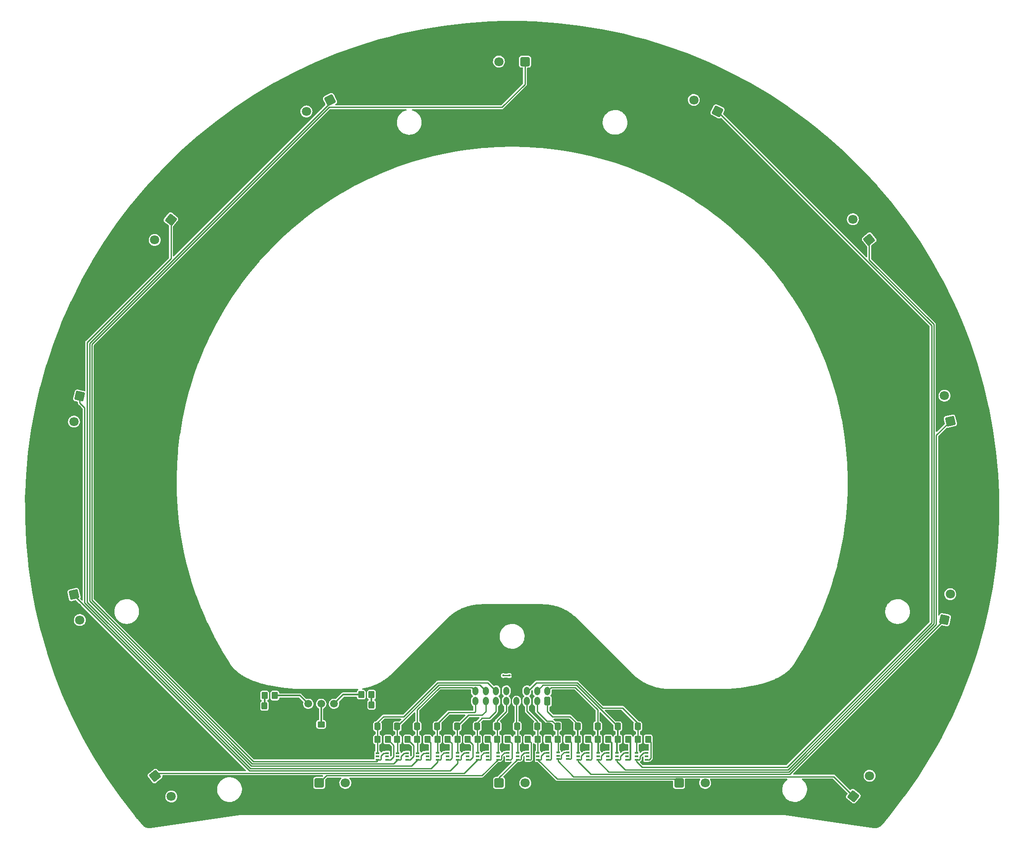
<source format=gtl>
G04 #@! TF.GenerationSoftware,KiCad,Pcbnew,6.0.2-378541a8eb~116~ubuntu20.04.1*
G04 #@! TF.CreationDate,2022-02-16T22:28:01+01:00*
G04 #@! TF.ProjectId,IR_Board,49525f42-6f61-4726-942e-6b696361645f,rev?*
G04 #@! TF.SameCoordinates,Original*
G04 #@! TF.FileFunction,Copper,L1,Top*
G04 #@! TF.FilePolarity,Positive*
%FSLAX46Y46*%
G04 Gerber Fmt 4.6, Leading zero omitted, Abs format (unit mm)*
G04 Created by KiCad (PCBNEW 6.0.2-378541a8eb~116~ubuntu20.04.1) date 2022-02-16 22:28:01*
%MOMM*%
%LPD*%
G01*
G04 APERTURE LIST*
G04 Aperture macros list*
%AMRoundRect*
0 Rectangle with rounded corners*
0 $1 Rounding radius*
0 $2 $3 $4 $5 $6 $7 $8 $9 X,Y pos of 4 corners*
0 Add a 4 corners polygon primitive as box body*
4,1,4,$2,$3,$4,$5,$6,$7,$8,$9,$2,$3,0*
0 Add four circle primitives for the rounded corners*
1,1,$1+$1,$2,$3*
1,1,$1+$1,$4,$5*
1,1,$1+$1,$6,$7*
1,1,$1+$1,$8,$9*
0 Add four rect primitives between the rounded corners*
20,1,$1+$1,$2,$3,$4,$5,0*
20,1,$1+$1,$4,$5,$6,$7,0*
20,1,$1+$1,$6,$7,$8,$9,0*
20,1,$1+$1,$8,$9,$2,$3,0*%
G04 Aperture macros list end*
G04 #@! TA.AperFunction,SMDPad,CuDef*
%ADD10RoundRect,0.100000X0.130000X0.100000X-0.130000X0.100000X-0.130000X-0.100000X0.130000X-0.100000X0*%
G04 #@! TD*
G04 #@! TA.AperFunction,SMDPad,CuDef*
%ADD11RoundRect,0.250000X0.337500X0.475000X-0.337500X0.475000X-0.337500X-0.475000X0.337500X-0.475000X0*%
G04 #@! TD*
G04 #@! TA.AperFunction,SMDPad,CuDef*
%ADD12RoundRect,0.250000X0.325000X0.450000X-0.325000X0.450000X-0.325000X-0.450000X0.325000X-0.450000X0*%
G04 #@! TD*
G04 #@! TA.AperFunction,SMDPad,CuDef*
%ADD13RoundRect,0.250000X-0.325000X-0.450000X0.325000X-0.450000X0.325000X0.450000X-0.325000X0.450000X0*%
G04 #@! TD*
G04 #@! TA.AperFunction,ComponentPad*
%ADD14RoundRect,0.250000X0.350000X0.575000X-0.350000X0.575000X-0.350000X-0.575000X0.350000X-0.575000X0*%
G04 #@! TD*
G04 #@! TA.AperFunction,ComponentPad*
%ADD15O,1.200000X1.650000*%
G04 #@! TD*
G04 #@! TA.AperFunction,SMDPad,CuDef*
%ADD16R,0.650000X0.400000*%
G04 #@! TD*
G04 #@! TA.AperFunction,SMDPad,CuDef*
%ADD17RoundRect,0.250000X0.350000X0.450000X-0.350000X0.450000X-0.350000X-0.450000X0.350000X-0.450000X0*%
G04 #@! TD*
G04 #@! TA.AperFunction,SMDPad,CuDef*
%ADD18RoundRect,0.250000X0.450000X-0.350000X0.450000X0.350000X-0.450000X0.350000X-0.450000X-0.350000X0*%
G04 #@! TD*
G04 #@! TA.AperFunction,SMDPad,CuDef*
%ADD19RoundRect,0.250000X-0.350000X-0.450000X0.350000X-0.450000X0.350000X0.450000X-0.350000X0.450000X0*%
G04 #@! TD*
G04 #@! TA.AperFunction,ComponentPad*
%ADD20RoundRect,0.250200X-0.778468X0.488332X-0.488332X-0.778468X0.778468X-0.488332X0.488332X0.778468X0*%
G04 #@! TD*
G04 #@! TA.AperFunction,ComponentPad*
%ADD21C,1.800000*%
G04 #@! TD*
G04 #@! TA.AperFunction,ComponentPad*
%ADD22RoundRect,0.250200X-0.488332X0.778468X-0.778468X-0.488332X0.488332X-0.778468X0.778468X0.488332X0*%
G04 #@! TD*
G04 #@! TA.AperFunction,ComponentPad*
%ADD23RoundRect,0.250200X-0.102435X0.913229X-0.913229X-0.102435X0.102435X-0.913229X0.913229X0.102435X0*%
G04 #@! TD*
G04 #@! TA.AperFunction,ComponentPad*
%ADD24RoundRect,0.250200X0.303728X0.867312X-0.867312X0.303728X-0.303728X-0.867312X0.867312X-0.303728X0*%
G04 #@! TD*
G04 #@! TA.AperFunction,ComponentPad*
%ADD25RoundRect,0.250200X0.867312X0.303728X-0.303728X0.867312X-0.867312X-0.303728X0.303728X-0.867312X0*%
G04 #@! TD*
G04 #@! TA.AperFunction,ComponentPad*
%ADD26RoundRect,0.250200X0.913229X-0.102435X0.102435X0.913229X-0.913229X0.102435X-0.102435X-0.913229X0*%
G04 #@! TD*
G04 #@! TA.AperFunction,ComponentPad*
%ADD27RoundRect,0.250200X0.778468X-0.488332X0.488332X0.778468X-0.778468X0.488332X-0.488332X-0.778468X0*%
G04 #@! TD*
G04 #@! TA.AperFunction,ComponentPad*
%ADD28RoundRect,0.250200X0.488332X-0.778468X0.778468X0.488332X-0.488332X0.778468X-0.778468X-0.488332X0*%
G04 #@! TD*
G04 #@! TA.AperFunction,ComponentPad*
%ADD29RoundRect,0.250200X0.102435X-0.913229X0.913229X0.102435X-0.102435X0.913229X-0.913229X-0.102435X0*%
G04 #@! TD*
G04 #@! TA.AperFunction,ComponentPad*
%ADD30RoundRect,0.250200X-0.649800X-0.649800X0.649800X-0.649800X0.649800X0.649800X-0.649800X0.649800X0*%
G04 #@! TD*
G04 #@! TA.AperFunction,ComponentPad*
%ADD31RoundRect,0.250200X-0.913229X0.102435X-0.102435X-0.913229X0.913229X-0.102435X0.102435X0.913229X0*%
G04 #@! TD*
G04 #@! TA.AperFunction,ComponentPad*
%ADD32RoundRect,0.250200X0.649800X0.649800X-0.649800X0.649800X-0.649800X-0.649800X0.649800X-0.649800X0*%
G04 #@! TD*
G04 #@! TA.AperFunction,ComponentPad*
%ADD33C,1.500000*%
G04 #@! TD*
G04 #@! TA.AperFunction,ViaPad*
%ADD34C,0.800000*%
G04 #@! TD*
G04 #@! TA.AperFunction,ViaPad*
%ADD35C,0.400000*%
G04 #@! TD*
G04 #@! TA.AperFunction,Conductor*
%ADD36C,0.250000*%
G04 #@! TD*
G04 #@! TA.AperFunction,Conductor*
%ADD37C,0.300000*%
G04 #@! TD*
G04 APERTURE END LIST*
D10*
X151520000Y-142500000D03*
X150880000Y-142500000D03*
D11*
X154510500Y-152400000D03*
X152435500Y-152400000D03*
X127337500Y-152400000D03*
X125262500Y-152400000D03*
X150587500Y-152400000D03*
X148512500Y-152400000D03*
X177937500Y-152400000D03*
X175862500Y-152400000D03*
X146737500Y-152400000D03*
X144662500Y-152400000D03*
X174037500Y-152400000D03*
X171962500Y-152400000D03*
X142837500Y-152400000D03*
X140762500Y-152400000D03*
X170137500Y-152400000D03*
X168062500Y-152400000D03*
X166237500Y-152400000D03*
X164162500Y-152400000D03*
X138937500Y-152400000D03*
X136862500Y-152400000D03*
X135037500Y-152400000D03*
X132962500Y-152400000D03*
X162337500Y-152400000D03*
X160262500Y-152400000D03*
X131175000Y-152400000D03*
X129100000Y-152400000D03*
X158437500Y-152400000D03*
X156362500Y-152400000D03*
D12*
X105325000Y-148400000D03*
X103275000Y-148400000D03*
D13*
X122050000Y-148200000D03*
X124100000Y-148200000D03*
D14*
X158300000Y-147500000D03*
D15*
X158300000Y-145500000D03*
X156300000Y-147500000D03*
X156300000Y-145500000D03*
X154300000Y-147500000D03*
X154300000Y-145500000D03*
X152300000Y-147500000D03*
X152300000Y-145500000D03*
X150300000Y-147500000D03*
X150300000Y-145500000D03*
X148300000Y-147500000D03*
X148300000Y-145500000D03*
X146300000Y-147500000D03*
X146300000Y-145500000D03*
X144300000Y-147500000D03*
X144300000Y-145500000D03*
D16*
X152550000Y-157550000D03*
X152550000Y-158200000D03*
X152550000Y-158850000D03*
X154450000Y-158850000D03*
X154450000Y-158200000D03*
X154450000Y-157550000D03*
X148700000Y-157550000D03*
X148700000Y-158200000D03*
X148700000Y-158850000D03*
X150600000Y-158850000D03*
X150600000Y-158200000D03*
X150600000Y-157550000D03*
X144750000Y-157550000D03*
X144750000Y-158200000D03*
X144750000Y-158850000D03*
X146650000Y-158850000D03*
X146650000Y-158200000D03*
X146650000Y-157550000D03*
X140850000Y-157550000D03*
X140850000Y-158200000D03*
X140850000Y-158850000D03*
X142750000Y-158850000D03*
X142750000Y-158200000D03*
X142750000Y-157550000D03*
X136950000Y-157550000D03*
X136950000Y-158200000D03*
X136950000Y-158850000D03*
X138850000Y-158850000D03*
X138850000Y-158200000D03*
X138850000Y-157550000D03*
X133050000Y-157600000D03*
X133050000Y-158250000D03*
X133050000Y-158900000D03*
X134950000Y-158900000D03*
X134950000Y-158250000D03*
X134950000Y-157600000D03*
X129150000Y-157600000D03*
X129150000Y-158250000D03*
X129150000Y-158900000D03*
X131050000Y-158900000D03*
X131050000Y-158250000D03*
X131050000Y-157600000D03*
X125250000Y-157600000D03*
X125250000Y-158250000D03*
X125250000Y-158900000D03*
X127150000Y-158900000D03*
X127150000Y-158250000D03*
X127150000Y-157600000D03*
X175650000Y-157550000D03*
X175650000Y-158200000D03*
X175650000Y-158850000D03*
X177550000Y-158850000D03*
X177550000Y-158200000D03*
X177550000Y-157550000D03*
X171850000Y-157550000D03*
X171850000Y-158200000D03*
X171850000Y-158850000D03*
X173750000Y-158850000D03*
X173750000Y-158200000D03*
X173750000Y-157550000D03*
X168150000Y-157550000D03*
X168150000Y-158200000D03*
X168150000Y-158850000D03*
X170050000Y-158850000D03*
X170050000Y-158200000D03*
X170050000Y-157550000D03*
X164250000Y-157550000D03*
X164250000Y-158200000D03*
X164250000Y-158850000D03*
X166150000Y-158850000D03*
X166150000Y-158200000D03*
X166150000Y-157550000D03*
X160350000Y-157450000D03*
X160350000Y-158100000D03*
X160350000Y-158750000D03*
X162250000Y-158750000D03*
X162250000Y-158100000D03*
X162250000Y-157450000D03*
X156450000Y-157550000D03*
X156450000Y-158200000D03*
X156450000Y-158850000D03*
X158350000Y-158850000D03*
X158350000Y-158200000D03*
X158350000Y-157550000D03*
D17*
X127262500Y-154920000D03*
X125262500Y-154920000D03*
X154473000Y-154914000D03*
X152473000Y-154914000D03*
X177900000Y-154900000D03*
X175900000Y-154900000D03*
X150550000Y-154900000D03*
X148550000Y-154900000D03*
X174000000Y-154900000D03*
X172000000Y-154900000D03*
X146700000Y-154900000D03*
X144700000Y-154900000D03*
X170100000Y-154900000D03*
X168100000Y-154900000D03*
X142800000Y-154900000D03*
X140800000Y-154900000D03*
D18*
X114300000Y-154000000D03*
X114300000Y-152000000D03*
D17*
X166200000Y-154900000D03*
X164200000Y-154900000D03*
X138900000Y-154900000D03*
X136900000Y-154900000D03*
D19*
X103300000Y-146400000D03*
X105300000Y-146400000D03*
D17*
X124100000Y-146200000D03*
X122100000Y-146200000D03*
X162300000Y-154900000D03*
X160300000Y-154900000D03*
X134962500Y-154920000D03*
X132962500Y-154920000D03*
X158400000Y-154900000D03*
X156400000Y-154900000D03*
X131100000Y-154920000D03*
X129100000Y-154920000D03*
D20*
X66230500Y-126746000D03*
D21*
X66797555Y-129221893D03*
X67364611Y-131697787D03*
D22*
X67373500Y-88138000D03*
D21*
X66806445Y-90613893D03*
X66239389Y-93089787D03*
D23*
X85090000Y-53784500D03*
D21*
X83505346Y-55769562D03*
X81920692Y-57754624D03*
D24*
X116014500Y-30543500D03*
D21*
X113725764Y-31644994D03*
X111437029Y-32746488D03*
D25*
X191363600Y-32715200D03*
D21*
X189074864Y-31613706D03*
X186786129Y-30512212D03*
D26*
X220878400Y-57683400D03*
D21*
X219293746Y-55698338D03*
X217709092Y-53713276D03*
D27*
X236651800Y-92989400D03*
D21*
X236084745Y-90513507D03*
X235517689Y-88037613D03*
D28*
X235508800Y-131622800D03*
D21*
X236075855Y-129146907D03*
X236642911Y-126671013D03*
D29*
X217779600Y-165963600D03*
D21*
X219364254Y-163978538D03*
X220948908Y-161993476D03*
D30*
X113919000Y-163385500D03*
D21*
X116459000Y-163385500D03*
X118999000Y-163385500D03*
D30*
X148907500Y-163385500D03*
D21*
X151447500Y-163385500D03*
X153987500Y-163385500D03*
D30*
X183896000Y-163385500D03*
D21*
X186436000Y-163385500D03*
X188976000Y-163385500D03*
D31*
X81978500Y-162052000D03*
D21*
X83563154Y-164037062D03*
X85147808Y-166022124D03*
D32*
X153949400Y-23050500D03*
D21*
X151409400Y-23050500D03*
X148869400Y-23050500D03*
D33*
X111800000Y-148000000D03*
X114300000Y-148000000D03*
X116800000Y-148000000D03*
D34*
X162400000Y-152400000D03*
X170200000Y-152400000D03*
X158400000Y-152400000D03*
X150600000Y-152400000D03*
X127400000Y-152400000D03*
X139000000Y-152400000D03*
X174000000Y-152400000D03*
X142800000Y-152400000D03*
X178000000Y-152400000D03*
X154600000Y-152400000D03*
X146800000Y-152400000D03*
X131200000Y-152400000D03*
X166200000Y-152400000D03*
X135000000Y-152400000D03*
D35*
X149700000Y-142500000D03*
X150600000Y-158200000D03*
X177550000Y-158200000D03*
X154450000Y-158200000D03*
X131050000Y-158250000D03*
X173750000Y-158200000D03*
X162250000Y-158100000D03*
X138850000Y-158200000D03*
X170050000Y-158200000D03*
X166150000Y-158200000D03*
X127150000Y-158250000D03*
X158350000Y-158200000D03*
X146650000Y-158200000D03*
X142750000Y-158200000D03*
X134950000Y-158250000D03*
X164250000Y-158200000D03*
X140850000Y-158200000D03*
X171850000Y-158200000D03*
X152550000Y-158200000D03*
X133050000Y-158250000D03*
X125250000Y-158250000D03*
X129150000Y-158250000D03*
X156450000Y-158200000D03*
X168150000Y-158200000D03*
X144750000Y-158200000D03*
X160350000Y-158100000D03*
X148700000Y-158200000D03*
X175650000Y-158200000D03*
X136950000Y-158200000D03*
D36*
X150880000Y-142500000D02*
X149700000Y-142500000D01*
D37*
X114300000Y-148000000D02*
X114300000Y-152000000D01*
D36*
X129100000Y-154920000D02*
X129100000Y-152400000D01*
X129150000Y-157600000D02*
X129150000Y-154970000D01*
X137149520Y-144350480D02*
X145150480Y-144350480D01*
X129100000Y-152400000D02*
X137149520Y-144350480D01*
X145150480Y-144350480D02*
X146300000Y-145500000D01*
X129150000Y-154970000D02*
X129100000Y-154920000D01*
X156400000Y-154900000D02*
X156400000Y-152437500D01*
X154300000Y-149400000D02*
X154300000Y-147500000D01*
X156450000Y-154950000D02*
X156400000Y-154900000D01*
X156400000Y-152437500D02*
X156362500Y-152400000D01*
X156362500Y-151462500D02*
X154300000Y-149400000D01*
X156450000Y-157550000D02*
X156450000Y-154950000D01*
X156362500Y-152400000D02*
X156362500Y-151462500D01*
X133050000Y-157600000D02*
X133050000Y-155007500D01*
X132962500Y-152400000D02*
X132962500Y-149173218D01*
X133050000Y-155007500D02*
X132962500Y-154920000D01*
X132962500Y-154920000D02*
X132962500Y-152400000D01*
X132962500Y-149173218D02*
X137335718Y-144800000D01*
X137335718Y-144800000D02*
X143600000Y-144800000D01*
X143600000Y-144800000D02*
X144300000Y-145500000D01*
X160300000Y-152437500D02*
X160262500Y-152400000D01*
X160300000Y-154900000D02*
X160300000Y-152437500D01*
X160350000Y-157450000D02*
X160350000Y-154950000D01*
X158150480Y-151350480D02*
X156300000Y-149500000D01*
X159212980Y-151350480D02*
X158150480Y-151350480D01*
X156300000Y-149500000D02*
X156300000Y-147500000D01*
X160262500Y-152400000D02*
X159212980Y-151350480D01*
X160350000Y-154950000D02*
X160300000Y-154900000D01*
X144100000Y-149700000D02*
X144300000Y-149500000D01*
X136862500Y-151937500D02*
X139100000Y-149700000D01*
X136950000Y-157550000D02*
X136950000Y-154950000D01*
X139100000Y-149700000D02*
X144100000Y-149700000D01*
X144300000Y-149500000D02*
X144300000Y-147500000D01*
X136862500Y-152400000D02*
X136862500Y-151937500D01*
X136862500Y-154862500D02*
X136862500Y-152400000D01*
X136950000Y-154950000D02*
X136900000Y-154900000D01*
X136900000Y-154900000D02*
X136862500Y-154862500D01*
X159300000Y-150500000D02*
X158300000Y-149500000D01*
D37*
X164200000Y-154900000D02*
X164200000Y-152437500D01*
D36*
X158300000Y-149500000D02*
X158300000Y-147500000D01*
X164162500Y-151962500D02*
X162700000Y-150500000D01*
D37*
X164250000Y-157550000D02*
X164250000Y-154950000D01*
X164250000Y-154950000D02*
X164200000Y-154900000D01*
D36*
X162700000Y-150500000D02*
X159300000Y-150500000D01*
D37*
X164200000Y-152437500D02*
X164162500Y-152400000D01*
D36*
X164162500Y-152400000D02*
X164162500Y-151962500D01*
X146300000Y-149500000D02*
X146300000Y-147500000D01*
X140762500Y-154862500D02*
X140762500Y-152400000D01*
X145600000Y-150200000D02*
X146300000Y-149500000D01*
X140850000Y-157550000D02*
X140850000Y-154950000D01*
X142962500Y-150200000D02*
X145600000Y-150200000D01*
X140850000Y-154950000D02*
X140800000Y-154900000D01*
X140762500Y-152400000D02*
X142962500Y-150200000D01*
X140800000Y-154900000D02*
X140762500Y-154862500D01*
X159000000Y-144800000D02*
X163726782Y-144800000D01*
D37*
X168100000Y-154900000D02*
X168100000Y-152437500D01*
X168100000Y-152437500D02*
X168062500Y-152400000D01*
X168150000Y-154950000D02*
X168100000Y-154900000D01*
D36*
X163726782Y-144800000D02*
X168062500Y-149135718D01*
D37*
X168150000Y-157550000D02*
X168150000Y-154950000D01*
D36*
X158300000Y-145500000D02*
X159000000Y-144800000D01*
X168062500Y-149135718D02*
X168062500Y-152400000D01*
X144662500Y-154862500D02*
X144662500Y-152400000D01*
X144750000Y-157550000D02*
X144750000Y-154950000D01*
X148300000Y-149500000D02*
X148300000Y-147500000D01*
X147000000Y-150800000D02*
X148300000Y-149500000D01*
X144662500Y-151737500D02*
X145600000Y-150800000D01*
X144700000Y-154900000D02*
X144662500Y-154862500D01*
X144662500Y-152400000D02*
X144662500Y-151737500D01*
X144750000Y-154950000D02*
X144700000Y-154900000D01*
X145600000Y-150800000D02*
X147000000Y-150800000D01*
D37*
X171850000Y-155050000D02*
X172000000Y-154900000D01*
D36*
X156300000Y-145500000D02*
X157449520Y-144350480D01*
X157449520Y-144350480D02*
X163912980Y-144350480D01*
D37*
X172000000Y-154900000D02*
X172000000Y-152437500D01*
X171850000Y-157550000D02*
X171850000Y-155050000D01*
D36*
X163912980Y-144350480D02*
X171962500Y-152400000D01*
D37*
X172000000Y-152437500D02*
X171962500Y-152400000D01*
D36*
X148700000Y-155050000D02*
X148550000Y-154900000D01*
X148550000Y-152437500D02*
X148512500Y-152400000D01*
X148700000Y-157550000D02*
X148700000Y-155050000D01*
X148512500Y-152400000D02*
X148512500Y-151287500D01*
X148512500Y-151287500D02*
X150300000Y-149500000D01*
X148550000Y-154900000D02*
X148550000Y-152437500D01*
X150300000Y-149500000D02*
X150300000Y-147500000D01*
X154300000Y-145500000D02*
X154525000Y-145500000D01*
X156124031Y-143900969D02*
X164099187Y-143900969D01*
X164099187Y-143900969D02*
X168998218Y-148800000D01*
X175900000Y-154900000D02*
X175900000Y-152437500D01*
X175650000Y-155150000D02*
X175900000Y-154900000D01*
X175862500Y-151762500D02*
X175862500Y-152400000D01*
X168998218Y-148800000D02*
X172900000Y-148800000D01*
X175900000Y-152437500D02*
X175862500Y-152400000D01*
X154525000Y-145500000D02*
X156124031Y-143900969D01*
X172900000Y-148800000D02*
X175862500Y-151762500D01*
X175650000Y-157550000D02*
X175650000Y-155150000D01*
X152473000Y-152437500D02*
X152435500Y-152400000D01*
X152473000Y-154914000D02*
X152473000Y-152437500D01*
X152435500Y-152400000D02*
X152300000Y-152264500D01*
X152550000Y-154991000D02*
X152473000Y-154914000D01*
X152300000Y-152264500D02*
X152300000Y-147500000D01*
X152550000Y-157550000D02*
X152550000Y-154991000D01*
X125262500Y-152400000D02*
X125262500Y-151637500D01*
X126400000Y-150500000D02*
X130364283Y-150500000D01*
X125250000Y-154932500D02*
X125262500Y-154920000D01*
X136963323Y-143900960D02*
X146700960Y-143900960D01*
X125250000Y-157600000D02*
X125250000Y-154932500D01*
X146700960Y-143900960D02*
X148300000Y-145500000D01*
X125262500Y-151637500D02*
X126400000Y-150500000D01*
X125262500Y-154920000D02*
X125262500Y-152400000D01*
X130364283Y-150500000D02*
X136963323Y-143900960D01*
D37*
X103300000Y-146400000D02*
X103300000Y-148375000D01*
X103300000Y-148375000D02*
X103275000Y-148400000D01*
X124100000Y-148175000D02*
X124125000Y-148200000D01*
X124100000Y-146200000D02*
X124100000Y-148175000D01*
D36*
X153199511Y-158724511D02*
X153199511Y-158100489D01*
X152550000Y-158850000D02*
X153074022Y-158850000D01*
X153750000Y-157550000D02*
X154450000Y-157550000D01*
X152450000Y-158850000D02*
X152550000Y-158850000D01*
X148907500Y-163385500D02*
X148907500Y-162392500D01*
X148907500Y-162392500D02*
X152450000Y-158850000D01*
X153074022Y-158850000D02*
X153199511Y-158724511D01*
X153199511Y-158100489D02*
X153750000Y-157550000D01*
D37*
X111800000Y-148000000D02*
X110200000Y-146400000D01*
X110200000Y-146400000D02*
X105300000Y-146400000D01*
X118600000Y-146200000D02*
X122100000Y-146200000D01*
X116800000Y-148000000D02*
X118600000Y-146200000D01*
D36*
X155099511Y-158775489D02*
X155099511Y-155540511D01*
X155025000Y-158850000D02*
X155099511Y-158775489D01*
X154450000Y-158850000D02*
X155025000Y-158850000D01*
X155099511Y-155540511D02*
X154473000Y-154914000D01*
X113919000Y-163385500D02*
X115355940Y-161948560D01*
X149912989Y-157550000D02*
X150600000Y-157550000D01*
X145601440Y-161948560D02*
X148700000Y-158850000D01*
X148700000Y-158850000D02*
X149200000Y-158850000D01*
X149349511Y-158113478D02*
X149912989Y-157550000D01*
X149200000Y-158850000D02*
X149349511Y-158700489D01*
X115355940Y-161948560D02*
X145601440Y-161948560D01*
X149349511Y-158700489D02*
X149349511Y-158113478D01*
X150600000Y-158850000D02*
X151124022Y-158850000D01*
X151400000Y-158574022D02*
X151400000Y-155700000D01*
X150550000Y-154900000D02*
X150600000Y-154900000D01*
X150600000Y-154900000D02*
X151400000Y-155700000D01*
X151124022Y-158850000D02*
X151400000Y-158574022D01*
X142100960Y-161499040D02*
X144750000Y-158850000D01*
X145274022Y-158850000D02*
X145399511Y-158724511D01*
X144750000Y-158850000D02*
X145274022Y-158850000D01*
X145399511Y-158100489D02*
X145950000Y-157550000D01*
X145950000Y-157550000D02*
X146650000Y-157550000D01*
X145399511Y-158724511D02*
X145399511Y-158100489D01*
X82531460Y-161499040D02*
X142100960Y-161499040D01*
X81978500Y-162052000D02*
X82531460Y-161499040D01*
X147300000Y-158775000D02*
X147300000Y-155500000D01*
X146650000Y-158850000D02*
X147225000Y-158850000D01*
X147300000Y-155500000D02*
X146700000Y-154900000D01*
X147225000Y-158850000D02*
X147300000Y-158775000D01*
X139352960Y-161049520D02*
X100356903Y-161049520D01*
X141400000Y-158850000D02*
X141499511Y-158750489D01*
X66230500Y-126923117D02*
X66230500Y-126746000D01*
X140850000Y-158850000D02*
X141400000Y-158850000D01*
X140850000Y-158850000D02*
X140850000Y-159552480D01*
X100356903Y-161049520D02*
X66230500Y-126923117D01*
X142087989Y-157550000D02*
X142750000Y-157550000D01*
X140850000Y-159552480D02*
X139352960Y-161049520D01*
X141499511Y-158750489D02*
X141499511Y-158138478D01*
X141499511Y-158138478D02*
X142087989Y-157550000D01*
X143800000Y-155900000D02*
X142800000Y-154900000D01*
X143325000Y-158850000D02*
X143800000Y-158375000D01*
X142750000Y-158850000D02*
X143325000Y-158850000D01*
X143800000Y-158375000D02*
X143800000Y-155900000D01*
X67373500Y-88138000D02*
X67373500Y-89449227D01*
X136950000Y-159302960D02*
X136950000Y-158850000D01*
X137599511Y-158100489D02*
X138150000Y-157550000D01*
X68300000Y-128356899D02*
X100543101Y-160600000D01*
X68300000Y-90375727D02*
X68300000Y-128356899D01*
X67373500Y-89449227D02*
X68300000Y-90375727D01*
X137474022Y-158850000D02*
X137599511Y-158724511D01*
X136950000Y-158850000D02*
X137474022Y-158850000D01*
X100543101Y-160600000D02*
X135652960Y-160600000D01*
X138150000Y-157550000D02*
X138850000Y-157550000D01*
X135652960Y-160600000D02*
X136950000Y-159302960D01*
X137599511Y-158724511D02*
X137599511Y-158100489D01*
X139700000Y-155700000D02*
X138900000Y-154900000D01*
X139700000Y-158575000D02*
X139700000Y-155700000D01*
X138850000Y-158850000D02*
X139425000Y-158850000D01*
X139425000Y-158850000D02*
X139700000Y-158575000D01*
X133699511Y-158100489D02*
X134200000Y-157600000D01*
X68800000Y-77666762D02*
X68800000Y-128200000D01*
X133699511Y-158774511D02*
X133699511Y-158100489D01*
X68800000Y-128200000D02*
X100700000Y-160100000D01*
X133574022Y-158900000D02*
X133699511Y-158774511D01*
X133050000Y-158900000D02*
X133574022Y-158900000D01*
X85090000Y-61376761D02*
X68800000Y-77666762D01*
X134200000Y-157600000D02*
X134950000Y-157600000D01*
X100700000Y-160100000D02*
X131850000Y-160100000D01*
X131850000Y-160100000D02*
X133050000Y-158900000D01*
X85090000Y-53784500D02*
X85090000Y-61376761D01*
X134962500Y-154920000D02*
X135599511Y-155557011D01*
X135599511Y-158825489D02*
X135525000Y-158900000D01*
X135525000Y-158900000D02*
X134950000Y-158900000D01*
X135599511Y-155557011D02*
X135599511Y-158825489D01*
X129799511Y-158200489D02*
X130400000Y-157600000D01*
X100886198Y-159650480D02*
X128399520Y-159650480D01*
X130400000Y-157600000D02*
X131050000Y-157600000D01*
X129150000Y-158900000D02*
X129674022Y-158900000D01*
X129799511Y-158774511D02*
X129799511Y-158200489D01*
X129674022Y-158900000D02*
X129799511Y-158774511D01*
X69249520Y-77852959D02*
X69249520Y-128013802D01*
X116014500Y-31087979D02*
X69249520Y-77852959D01*
X116014500Y-30543500D02*
X116014500Y-31087979D01*
X69249520Y-128013802D02*
X100886198Y-159650480D01*
X128399520Y-159650480D02*
X129150000Y-158900000D01*
X131050000Y-158900000D02*
X131625000Y-158900000D01*
X132315004Y-156135004D02*
X131100000Y-154920000D01*
X132315004Y-158209996D02*
X132315004Y-156135004D01*
X131625000Y-158900000D02*
X132315004Y-158209996D01*
X153949400Y-27450600D02*
X149487880Y-31912120D01*
X125899511Y-158100489D02*
X126400000Y-157600000D01*
X126400000Y-157600000D02*
X127150000Y-157600000D01*
X125774022Y-158900000D02*
X125899511Y-158774511D01*
X149487880Y-31912120D02*
X115826077Y-31912120D01*
X125250000Y-158900000D02*
X125774022Y-158900000D01*
X69700000Y-78038197D02*
X69700000Y-127800000D01*
X125099040Y-159200960D02*
X125250000Y-159050000D01*
X153949400Y-23050500D02*
X153949400Y-27450600D01*
X101100960Y-159200960D02*
X125099040Y-159200960D01*
X115826077Y-31912120D02*
X69700000Y-78038197D01*
X125899511Y-158774511D02*
X125899511Y-158100489D01*
X69700000Y-127800000D02*
X101100960Y-159200960D01*
X125250000Y-159050000D02*
X125250000Y-158900000D01*
X128400000Y-158300000D02*
X127800000Y-158900000D01*
X127800000Y-158900000D02*
X127150000Y-158900000D01*
X127262500Y-154920000D02*
X128400000Y-156057500D01*
X128400000Y-156057500D02*
X128400000Y-158300000D01*
X177550000Y-157550000D02*
X176950000Y-157550000D01*
X176299511Y-158200489D02*
X176299511Y-158724511D01*
X204912223Y-160312223D02*
X176712223Y-160312223D01*
X176712223Y-160312223D02*
X175650000Y-159250000D01*
X233000960Y-132223486D02*
X204912223Y-160312223D01*
X191363600Y-32715200D02*
X233000960Y-74352560D01*
X176174022Y-158850000D02*
X175650000Y-158850000D01*
X176950000Y-157550000D02*
X176299511Y-158200489D01*
X176299511Y-158724511D02*
X176174022Y-158850000D01*
X233000960Y-74352560D02*
X233000960Y-132223486D01*
X175650000Y-159250000D02*
X175650000Y-158850000D01*
X178400000Y-158575000D02*
X178125000Y-158850000D01*
X178400000Y-155400000D02*
X178400000Y-158575000D01*
X178125000Y-158850000D02*
X177550000Y-158850000D01*
X177900000Y-154900000D02*
X178400000Y-155400000D01*
X220878400Y-61594282D02*
X233450480Y-74166363D01*
X220878400Y-57683400D02*
X220878400Y-61594282D01*
X205061743Y-160798421D02*
X173398421Y-160798421D01*
X172374022Y-158850000D02*
X172499511Y-158724511D01*
X171850000Y-158850000D02*
X172374022Y-158850000D01*
X173398421Y-160798421D02*
X171850000Y-159250000D01*
X171850000Y-159250000D02*
X171850000Y-158850000D01*
X173149511Y-157550000D02*
X173750000Y-157550000D01*
X233450480Y-74166363D02*
X233450480Y-132409684D01*
X172499511Y-158200000D02*
X173149511Y-157550000D01*
X172499511Y-158724511D02*
X172499511Y-158200000D01*
X233450480Y-132409684D02*
X205061743Y-160798421D01*
D37*
X174424511Y-158800489D02*
X174424511Y-155324511D01*
X173750000Y-158850000D02*
X174375000Y-158850000D01*
X174424511Y-155324511D02*
X174000000Y-154900000D01*
X174375000Y-158850000D02*
X174424511Y-158800489D01*
D36*
X168150000Y-159150000D02*
X168150000Y-158850000D01*
X168799511Y-158100489D02*
X169350000Y-157550000D01*
X168674022Y-158850000D02*
X168799511Y-158724511D01*
X233900000Y-132595882D02*
X205247941Y-161247941D01*
X169350000Y-157550000D02*
X170050000Y-157550000D01*
X205247941Y-161247941D02*
X170247941Y-161247941D01*
X236651800Y-92989400D02*
X233900000Y-95741200D01*
X168799511Y-158724511D02*
X168799511Y-158100489D01*
X233900000Y-95741200D02*
X233900000Y-132595882D01*
X168150000Y-158850000D02*
X168674022Y-158850000D01*
X170247941Y-161247941D02*
X168150000Y-159150000D01*
D37*
X170050000Y-158850000D02*
X170675000Y-158850000D01*
X170800000Y-155600000D02*
X170100000Y-154900000D01*
X170675000Y-158850000D02*
X170800000Y-158725000D01*
X170800000Y-158725000D02*
X170800000Y-155600000D01*
D36*
X205431600Y-161700000D02*
X166700000Y-161700000D01*
X166700000Y-161700000D02*
X164250000Y-159250000D01*
X164250000Y-159250000D02*
X164250000Y-158850000D01*
X165450000Y-157550000D02*
X166150000Y-157550000D01*
X235508800Y-131622800D02*
X205431600Y-161700000D01*
X164250000Y-158850000D02*
X164774022Y-158850000D01*
X164774022Y-158850000D02*
X164899511Y-158724511D01*
X164899511Y-158724511D02*
X164899511Y-158100489D01*
X164899511Y-158100489D02*
X165450000Y-157550000D01*
X166900000Y-158675000D02*
X166900000Y-155600000D01*
X166900000Y-155600000D02*
X166200000Y-154900000D01*
X166150000Y-158850000D02*
X166725000Y-158850000D01*
X166725000Y-158850000D02*
X166900000Y-158675000D01*
X163355479Y-162155479D02*
X160350000Y-159150000D01*
X161550000Y-157450000D02*
X162250000Y-157450000D01*
X160999511Y-158000489D02*
X161550000Y-157450000D01*
X213971479Y-162155479D02*
X163355479Y-162155479D01*
X160350000Y-159150000D02*
X160350000Y-158750000D01*
X160350000Y-158750000D02*
X160874022Y-158750000D01*
X217779600Y-165963600D02*
X213971479Y-162155479D01*
X160999511Y-158624511D02*
X160999511Y-158000489D01*
X160874022Y-158750000D02*
X160999511Y-158624511D01*
X162774022Y-158750000D02*
X162250000Y-158750000D01*
X162899511Y-158624511D02*
X162774022Y-158750000D01*
X162899511Y-155499511D02*
X162899511Y-158624511D01*
X162300000Y-154900000D02*
X162899511Y-155499511D01*
X183896000Y-163385500D02*
X183115499Y-162604999D01*
X156450000Y-158850000D02*
X156974022Y-158850000D01*
X156974022Y-158850000D02*
X157099511Y-158724511D01*
X183115499Y-162604999D02*
X160204999Y-162604999D01*
X160204999Y-162604999D02*
X156450000Y-158850000D01*
X157099511Y-158100489D02*
X157650000Y-157550000D01*
X157650000Y-157550000D02*
X158350000Y-157550000D01*
X157099511Y-158724511D02*
X157099511Y-158100489D01*
X158400000Y-154900000D02*
X158999511Y-155499511D01*
X158999511Y-155499511D02*
X158999511Y-158724511D01*
X158874022Y-158850000D02*
X158350000Y-158850000D01*
X158999511Y-158724511D02*
X158874022Y-158850000D01*
G04 #@! TA.AperFunction,Conductor*
G36*
X152986485Y-15155121D02*
G01*
X155790890Y-15219289D01*
X155796643Y-15219553D01*
X156846399Y-15291734D01*
X160139625Y-15518175D01*
X160145376Y-15518703D01*
X164473584Y-16016402D01*
X164479316Y-16017195D01*
X168785450Y-16713975D01*
X168791157Y-16715034D01*
X173067760Y-17610877D01*
X173073433Y-17612202D01*
X175441408Y-18223727D01*
X177313282Y-18707135D01*
X177318895Y-18708725D01*
X181514473Y-20002709D01*
X181520026Y-20004564D01*
X185664088Y-21497627D01*
X185669568Y-21499747D01*
X187721111Y-22349528D01*
X189754692Y-23191869D01*
X189760124Y-23194270D01*
X191376208Y-23954766D01*
X193779023Y-25085481D01*
X193784335Y-25088138D01*
X197729556Y-27178393D01*
X197734754Y-27181307D01*
X201599060Y-29470674D01*
X201604149Y-29473856D01*
X205142213Y-31805520D01*
X205380094Y-31962289D01*
X205385068Y-31965741D01*
X209065372Y-34653296D01*
X209070190Y-34656996D01*
X210672320Y-35949828D01*
X212313747Y-37274371D01*
X212647500Y-37543692D01*
X212652143Y-37547627D01*
X216119125Y-40633502D01*
X216123573Y-40637657D01*
X219437509Y-43887399D01*
X219441753Y-43891768D01*
X219896008Y-44382482D01*
X222449796Y-47141237D01*
X222564405Y-47265045D01*
X222568416Y-47269593D01*
X225251458Y-50463970D01*
X225499385Y-50759147D01*
X225503161Y-50763869D01*
X228189171Y-54292999D01*
X228241948Y-54362343D01*
X228245479Y-54367219D01*
X230138794Y-57118610D01*
X230791656Y-58067358D01*
X230794938Y-58072380D01*
X233147954Y-61866758D01*
X233150979Y-61871905D01*
X234597436Y-64471789D01*
X235310359Y-65753207D01*
X235310363Y-65753215D01*
X235313123Y-65758463D01*
X237278408Y-69719420D01*
X237278412Y-69719429D01*
X237280908Y-69724769D01*
X238007566Y-71379952D01*
X239051566Y-73757974D01*
X239053803Y-73763409D01*
X239350506Y-74535161D01*
X240629377Y-77861620D01*
X240631333Y-77867086D01*
X241039375Y-79095920D01*
X242011292Y-82022892D01*
X242012999Y-82028461D01*
X243196830Y-86234477D01*
X243196837Y-86234503D01*
X243198274Y-86240099D01*
X244062464Y-89959533D01*
X244185499Y-90489069D01*
X244186679Y-90494735D01*
X244976778Y-94779227D01*
X244977695Y-94784928D01*
X245570176Y-99097657D01*
X245570830Y-99103387D01*
X245964052Y-103424485D01*
X245965189Y-103436983D01*
X245965578Y-103442715D01*
X246124982Y-106982927D01*
X246161312Y-107789779D01*
X246161440Y-107795535D01*
X246159893Y-109782435D01*
X246158051Y-112148761D01*
X246157914Y-112154534D01*
X245954905Y-116506544D01*
X245954503Y-116512317D01*
X245551376Y-120855786D01*
X245550706Y-120861552D01*
X245522468Y-121063956D01*
X244946967Y-125189089D01*
X244946035Y-125194802D01*
X244142141Y-129493986D01*
X244141181Y-129499122D01*
X244139976Y-129504832D01*
X243172964Y-133611026D01*
X243133513Y-133778546D01*
X243132036Y-133784221D01*
X242156746Y-137202409D01*
X241923469Y-138019996D01*
X241921721Y-138025618D01*
X240511637Y-142212884D01*
X240510557Y-142216090D01*
X240508535Y-142221659D01*
X239583605Y-144592534D01*
X238894258Y-146359539D01*
X238891957Y-146365047D01*
X237074089Y-150442937D01*
X237071516Y-150448358D01*
X236087000Y-152401153D01*
X235061117Y-154436000D01*
X235049521Y-154459000D01*
X235046685Y-154464304D01*
X234192100Y-155974968D01*
X232820073Y-158400322D01*
X232816967Y-158405519D01*
X230385188Y-162259645D01*
X230381823Y-162264703D01*
X227744403Y-166029539D01*
X227740789Y-166034441D01*
X224894415Y-169706263D01*
X224892467Y-169708713D01*
X224805091Y-169815824D01*
X224669276Y-169981675D01*
X224541202Y-170137357D01*
X224533592Y-170146607D01*
X224533410Y-170146828D01*
X224403725Y-170303740D01*
X224397059Y-170311805D01*
X224260184Y-170476660D01*
X224123099Y-170641009D01*
X223985396Y-170805342D01*
X223865511Y-170947756D01*
X223847736Y-170968871D01*
X223847553Y-170969088D01*
X223709343Y-171132521D01*
X223709158Y-171132739D01*
X223570843Y-171295547D01*
X223570659Y-171295764D01*
X223434993Y-171454725D01*
X223432592Y-171457457D01*
X223311025Y-171591840D01*
X223305722Y-171597356D01*
X223191745Y-171708919D01*
X223185535Y-171714604D01*
X223075958Y-171808371D01*
X223068891Y-171813992D01*
X222963217Y-171892025D01*
X222955490Y-171897299D01*
X222853063Y-171961771D01*
X222844909Y-171966488D01*
X222744973Y-172019409D01*
X222736668Y-172023424D01*
X222638411Y-172066572D01*
X222630204Y-172069838D01*
X222533155Y-172104568D01*
X222525192Y-172107123D01*
X222428882Y-172134520D01*
X222421297Y-172136425D01*
X222325823Y-172157277D01*
X222318581Y-172158638D01*
X222224128Y-172173545D01*
X222217163Y-172174447D01*
X222178743Y-172178329D01*
X222124082Y-172183852D01*
X222117309Y-172184352D01*
X222049877Y-172187510D01*
X222026331Y-172188612D01*
X222019583Y-172188747D01*
X222006926Y-172188661D01*
X221931211Y-172188143D01*
X221924364Y-172187910D01*
X221839036Y-172182680D01*
X221831982Y-172182048D01*
X221744552Y-172171734D01*
X221740945Y-172171256D01*
X221740898Y-172171249D01*
X217049714Y-171479942D01*
X204399133Y-169615714D01*
X204392923Y-169614639D01*
X204383780Y-169612820D01*
X204383770Y-169612819D01*
X204377707Y-169611613D01*
X204371988Y-169611613D01*
X204371311Y-169611530D01*
X204370627Y-169611513D01*
X204364971Y-169610680D01*
X204350799Y-169611390D01*
X204349493Y-169611455D01*
X204343192Y-169611613D01*
X98532138Y-169611613D01*
X98525837Y-169611455D01*
X98524531Y-169611390D01*
X98510359Y-169610680D01*
X98504703Y-169611513D01*
X98504019Y-169611530D01*
X98503342Y-169611613D01*
X98497623Y-169611613D01*
X98491560Y-169612819D01*
X98491550Y-169612820D01*
X98482407Y-169614639D01*
X98476197Y-169615714D01*
X81134376Y-172171249D01*
X81130773Y-172171727D01*
X81110756Y-172174089D01*
X81043313Y-172182047D01*
X81036288Y-172182676D01*
X81011549Y-172184193D01*
X80951002Y-172187905D01*
X80944153Y-172188138D01*
X80865743Y-172188674D01*
X80855760Y-172188742D01*
X80849010Y-172188607D01*
X80828099Y-172187628D01*
X80758007Y-172184347D01*
X80751226Y-172183846D01*
X80726587Y-172181355D01*
X80658189Y-172174441D01*
X80651250Y-172173543D01*
X80556766Y-172158635D01*
X80549539Y-172157278D01*
X80474685Y-172140931D01*
X80454037Y-172136422D01*
X80446433Y-172134511D01*
X80350191Y-172107123D01*
X80342251Y-172104577D01*
X80245151Y-172069828D01*
X80236987Y-172066578D01*
X80138773Y-172023437D01*
X80130468Y-172019420D01*
X80030555Y-171966497D01*
X80022402Y-171961781D01*
X80022387Y-171961771D01*
X79920004Y-171897313D01*
X79912275Y-171892036D01*
X79806608Y-171813988D01*
X79799563Y-171808384D01*
X79689949Y-171714584D01*
X79683761Y-171708919D01*
X79569800Y-171597354D01*
X79564505Y-171591845D01*
X79564501Y-171591840D01*
X79512785Y-171534664D01*
X79442881Y-171457378D01*
X79440523Y-171454696D01*
X79429859Y-171442212D01*
X79351349Y-171350304D01*
X79212414Y-171187040D01*
X79074018Y-171023661D01*
X78936013Y-170859996D01*
X78870877Y-170782394D01*
X78798424Y-170696074D01*
X78798240Y-170695855D01*
X78660924Y-170531503D01*
X78660742Y-170531284D01*
X78524006Y-170366874D01*
X78523824Y-170366655D01*
X78387552Y-170202046D01*
X78387371Y-170201827D01*
X78251097Y-170036459D01*
X78250916Y-170036238D01*
X78115483Y-169871129D01*
X78115303Y-169870909D01*
X77982863Y-169708703D01*
X77980879Y-169706210D01*
X75134556Y-166034454D01*
X75130942Y-166029552D01*
X75104476Y-165991773D01*
X83988759Y-165991773D01*
X84002637Y-166203501D01*
X84054866Y-166409155D01*
X84143698Y-166601847D01*
X84266158Y-166775124D01*
X84284777Y-166793262D01*
X84411628Y-166916834D01*
X84418145Y-166923183D01*
X84422941Y-166926388D01*
X84422944Y-166926390D01*
X84548661Y-167010391D01*
X84594568Y-167041065D01*
X84599871Y-167043343D01*
X84599874Y-167043345D01*
X84784212Y-167122543D01*
X84789519Y-167124823D01*
X84865558Y-167142029D01*
X84990833Y-167170376D01*
X84990838Y-167170377D01*
X84996470Y-167171651D01*
X85002241Y-167171878D01*
X85002243Y-167171878D01*
X85067719Y-167174450D01*
X85208489Y-167179981D01*
X85313482Y-167164758D01*
X85412761Y-167150363D01*
X85412766Y-167150362D01*
X85418475Y-167149534D01*
X85423939Y-167147679D01*
X85423944Y-167147678D01*
X85517048Y-167116073D01*
X85619397Y-167081331D01*
X85639773Y-167069920D01*
X85799478Y-166980481D01*
X85799482Y-166980478D01*
X85804525Y-166977654D01*
X85967660Y-166841976D01*
X86103338Y-166678841D01*
X86106162Y-166673798D01*
X86106165Y-166673794D01*
X86204191Y-166498756D01*
X86204192Y-166498754D01*
X86207015Y-166493713D01*
X86254680Y-166353294D01*
X86273362Y-166298260D01*
X86273363Y-166298255D01*
X86275218Y-166292791D01*
X86287353Y-166209103D01*
X86305132Y-166086479D01*
X86305665Y-166082805D01*
X86307254Y-166022124D01*
X86291294Y-165848428D01*
X86288368Y-165816586D01*
X86288367Y-165816583D01*
X86287839Y-165810832D01*
X86282353Y-165791378D01*
X86231812Y-165612175D01*
X86231811Y-165612173D01*
X86230244Y-165606616D01*
X86200875Y-165547060D01*
X86138953Y-165421496D01*
X86136398Y-165416315D01*
X86120075Y-165394455D01*
X86012897Y-165250927D01*
X86012896Y-165250926D01*
X86009444Y-165246303D01*
X85985332Y-165224014D01*
X85857874Y-165106193D01*
X85857871Y-165106191D01*
X85853634Y-165102274D01*
X85674185Y-164989050D01*
X85477108Y-164910424D01*
X85471451Y-164909299D01*
X85471445Y-164909297D01*
X85274671Y-164870157D01*
X85274667Y-164870157D01*
X85269003Y-164869030D01*
X85263228Y-164868954D01*
X85263224Y-164868954D01*
X85156612Y-164867558D01*
X85056839Y-164866252D01*
X85051142Y-164867231D01*
X85051141Y-164867231D01*
X84884833Y-164895808D01*
X84847721Y-164902185D01*
X84648654Y-164975625D01*
X84643693Y-164978577D01*
X84643692Y-164978577D01*
X84471271Y-165081156D01*
X84471268Y-165081158D01*
X84466303Y-165084112D01*
X84461963Y-165087918D01*
X84461959Y-165087921D01*
X84339619Y-165195211D01*
X84306776Y-165224014D01*
X84175415Y-165390644D01*
X84076620Y-165578423D01*
X84013699Y-165781062D01*
X83988759Y-165991773D01*
X75104476Y-165991773D01*
X74121849Y-164589103D01*
X94072663Y-164589103D01*
X94072750Y-164593104D01*
X94072750Y-164593111D01*
X94079224Y-164889779D01*
X94079356Y-164895808D01*
X94124965Y-165199177D01*
X94126061Y-165203037D01*
X94126062Y-165203042D01*
X94167657Y-165349548D01*
X94208752Y-165494291D01*
X94329359Y-165776367D01*
X94484830Y-166040832D01*
X94672645Y-166283398D01*
X94675493Y-166286241D01*
X94879742Y-166490133D01*
X94889759Y-166500133D01*
X94892932Y-166502581D01*
X95127160Y-166683287D01*
X95132653Y-166687525D01*
X95136120Y-166689555D01*
X95136123Y-166689557D01*
X95382991Y-166834104D01*
X95397388Y-166842534D01*
X95401073Y-166844102D01*
X95401077Y-166844104D01*
X95564970Y-166913841D01*
X95679674Y-166962648D01*
X95806314Y-166998364D01*
X95971068Y-167044830D01*
X95971077Y-167044832D01*
X95974935Y-167045920D01*
X96110901Y-167066119D01*
X96275083Y-167090510D01*
X96275085Y-167090510D01*
X96278382Y-167091000D01*
X96281713Y-167091140D01*
X96281717Y-167091140D01*
X96318548Y-167092683D01*
X96361892Y-167094500D01*
X96557597Y-167094500D01*
X96681898Y-167086571D01*
X96782148Y-167080176D01*
X96782153Y-167080175D01*
X96786156Y-167079920D01*
X96790095Y-167079158D01*
X97083412Y-167022409D01*
X97083416Y-167022408D01*
X97087349Y-167021647D01*
X97266268Y-166962648D01*
X97374878Y-166926834D01*
X97374883Y-166926832D01*
X97378695Y-166925575D01*
X97655473Y-166793262D01*
X97913196Y-166626853D01*
X97922469Y-166619031D01*
X98144623Y-166431627D01*
X98147684Y-166429045D01*
X98355138Y-166203046D01*
X98360115Y-166196004D01*
X98529876Y-165955797D01*
X98529878Y-165955793D01*
X98532193Y-165952518D01*
X98623821Y-165779828D01*
X98674103Y-165685063D01*
X98674105Y-165685059D01*
X98675981Y-165681523D01*
X98784168Y-165394455D01*
X98820256Y-165242387D01*
X98854074Y-165099883D01*
X98854075Y-165099878D01*
X98855003Y-165095967D01*
X98887337Y-164790897D01*
X98887038Y-164777164D01*
X98883021Y-164593111D01*
X98880644Y-164484192D01*
X98835035Y-164180823D01*
X98826907Y-164152192D01*
X98752347Y-163889581D01*
X98751248Y-163885709D01*
X98630641Y-163603633D01*
X98475170Y-163339168D01*
X98287355Y-163096602D01*
X98070241Y-162879867D01*
X98060949Y-162872698D01*
X97830527Y-162694928D01*
X97830523Y-162694925D01*
X97827347Y-162692475D01*
X97823877Y-162690443D01*
X97566076Y-162539494D01*
X97566073Y-162539492D01*
X97562612Y-162537466D01*
X97558927Y-162535898D01*
X97558923Y-162535896D01*
X97284020Y-162418924D01*
X97280326Y-162417352D01*
X97149683Y-162380507D01*
X96988932Y-162335170D01*
X96988923Y-162335168D01*
X96985065Y-162334080D01*
X96714164Y-162293835D01*
X96684917Y-162289490D01*
X96684915Y-162289490D01*
X96681618Y-162289000D01*
X96678287Y-162288860D01*
X96678283Y-162288860D01*
X96641452Y-162287317D01*
X96598108Y-162285500D01*
X96402403Y-162285500D01*
X96278102Y-162293429D01*
X96177852Y-162299824D01*
X96177847Y-162299825D01*
X96173844Y-162300080D01*
X96169906Y-162300842D01*
X96169905Y-162300842D01*
X95876588Y-162357591D01*
X95876584Y-162357592D01*
X95872651Y-162358353D01*
X95741143Y-162401718D01*
X95585122Y-162453166D01*
X95585117Y-162453168D01*
X95581305Y-162454425D01*
X95304527Y-162586738D01*
X95301157Y-162588914D01*
X95057136Y-162746476D01*
X95046804Y-162753147D01*
X95043739Y-162755732D01*
X95043737Y-162755734D01*
X94949518Y-162835215D01*
X94812316Y-162950955D01*
X94677842Y-163097450D01*
X94616757Y-163163996D01*
X94604862Y-163176954D01*
X94602548Y-163180229D01*
X94602545Y-163180232D01*
X94431165Y-163422731D01*
X94427807Y-163427482D01*
X94353845Y-163566877D01*
X94287335Y-163692228D01*
X94284019Y-163698477D01*
X94175832Y-163985545D01*
X94174903Y-163989460D01*
X94136285Y-164152192D01*
X94104997Y-164284033D01*
X94072663Y-164589103D01*
X74121849Y-164589103D01*
X72493513Y-162264703D01*
X72490148Y-162259645D01*
X70058369Y-158405519D01*
X70055263Y-158400322D01*
X68683236Y-155974968D01*
X67828656Y-154464313D01*
X67825820Y-154459009D01*
X67825816Y-154459000D01*
X66466620Y-151763026D01*
X65803820Y-150448358D01*
X65801247Y-150442937D01*
X63983386Y-146365065D01*
X63981085Y-146359557D01*
X63374225Y-144803992D01*
X62366801Y-142221659D01*
X62364779Y-142216090D01*
X62363700Y-142212884D01*
X61733549Y-140341643D01*
X60953616Y-138025618D01*
X60951863Y-138019977D01*
X59770193Y-133878477D01*
X59743303Y-133784234D01*
X59741826Y-133778561D01*
X59244655Y-131667436D01*
X66205562Y-131667436D01*
X66219440Y-131879164D01*
X66271669Y-132084818D01*
X66360501Y-132277510D01*
X66482961Y-132450787D01*
X66501657Y-132469000D01*
X66598907Y-132563736D01*
X66634948Y-132598846D01*
X66639744Y-132602051D01*
X66639747Y-132602053D01*
X66766123Y-132686494D01*
X66811371Y-132716728D01*
X66816674Y-132719006D01*
X66816677Y-132719008D01*
X67001015Y-132798206D01*
X67006322Y-132800486D01*
X67082361Y-132817692D01*
X67207636Y-132846039D01*
X67207641Y-132846040D01*
X67213273Y-132847314D01*
X67219044Y-132847541D01*
X67219046Y-132847541D01*
X67284522Y-132850113D01*
X67425292Y-132855644D01*
X67530285Y-132840421D01*
X67629564Y-132826026D01*
X67629569Y-132826025D01*
X67635278Y-132825197D01*
X67640742Y-132823342D01*
X67640747Y-132823341D01*
X67733851Y-132791736D01*
X67836200Y-132756994D01*
X67841243Y-132754170D01*
X68016281Y-132656144D01*
X68016285Y-132656141D01*
X68021328Y-132653317D01*
X68184463Y-132517639D01*
X68320141Y-132354504D01*
X68322965Y-132349461D01*
X68322968Y-132349457D01*
X68420994Y-132174419D01*
X68420995Y-132174417D01*
X68423818Y-132169376D01*
X68489170Y-131976853D01*
X68490165Y-131973923D01*
X68490166Y-131973918D01*
X68492021Y-131968454D01*
X68504156Y-131884766D01*
X68521935Y-131762142D01*
X68522468Y-131758468D01*
X68524057Y-131697787D01*
X68504642Y-131486495D01*
X68501655Y-131475902D01*
X68448615Y-131287838D01*
X68448614Y-131287836D01*
X68447047Y-131282279D01*
X68353201Y-131091978D01*
X68271428Y-130982470D01*
X68229700Y-130926590D01*
X68229699Y-130926589D01*
X68226247Y-130921966D01*
X68202135Y-130899677D01*
X68074677Y-130781856D01*
X68074674Y-130781854D01*
X68070437Y-130777937D01*
X67890988Y-130664713D01*
X67693911Y-130586087D01*
X67688254Y-130584962D01*
X67688248Y-130584960D01*
X67491474Y-130545820D01*
X67491470Y-130545820D01*
X67485806Y-130544693D01*
X67480031Y-130544617D01*
X67480027Y-130544617D01*
X67373415Y-130543221D01*
X67273642Y-130541915D01*
X67267945Y-130542894D01*
X67267944Y-130542894D01*
X67070221Y-130576869D01*
X67064524Y-130577848D01*
X66865457Y-130651288D01*
X66860496Y-130654240D01*
X66860495Y-130654240D01*
X66688074Y-130756819D01*
X66688071Y-130756821D01*
X66683106Y-130759775D01*
X66678766Y-130763581D01*
X66678762Y-130763584D01*
X66572628Y-130856662D01*
X66523579Y-130899677D01*
X66520004Y-130904212D01*
X66520003Y-130904213D01*
X66419640Y-131031523D01*
X66392218Y-131066307D01*
X66293423Y-131254086D01*
X66230502Y-131456725D01*
X66205562Y-131667436D01*
X59244655Y-131667436D01*
X58735361Y-129504837D01*
X58734156Y-129499127D01*
X58733195Y-129493986D01*
X58128875Y-126262118D01*
X64942162Y-126262118D01*
X64949405Y-126323775D01*
X64950164Y-126327088D01*
X64950165Y-126327095D01*
X65259957Y-127679711D01*
X65260872Y-127683708D01*
X65281186Y-127742373D01*
X65285538Y-127748960D01*
X65285539Y-127748963D01*
X65331983Y-127819265D01*
X65360873Y-127862997D01*
X65471213Y-127956407D01*
X65479414Y-127960050D01*
X65479416Y-127960051D01*
X65595131Y-128011449D01*
X65603335Y-128015093D01*
X65612232Y-128016288D01*
X65738789Y-128033287D01*
X65738793Y-128033287D01*
X65746618Y-128034338D01*
X65808275Y-128027095D01*
X65811588Y-128026336D01*
X65811595Y-128026335D01*
X66210347Y-127935008D01*
X66545449Y-127858259D01*
X66616315Y-127862548D01*
X66662673Y-127891984D01*
X99675134Y-160904445D01*
X99709160Y-160966757D01*
X99704095Y-161037572D01*
X99661548Y-161094408D01*
X99595028Y-161119219D01*
X99586039Y-161119540D01*
X82772015Y-161119540D01*
X82703894Y-161099538D01*
X82673543Y-161072149D01*
X82663264Y-161059273D01*
X82445564Y-160786565D01*
X82401819Y-160742513D01*
X82345598Y-160708932D01*
X82285409Y-160672979D01*
X82285405Y-160672977D01*
X82277705Y-160668378D01*
X82219790Y-160653346D01*
X82146462Y-160634313D01*
X82146459Y-160634313D01*
X82137772Y-160632058D01*
X82128799Y-160632332D01*
X82128797Y-160632332D01*
X82065521Y-160634266D01*
X81993270Y-160636474D01*
X81855816Y-160681269D01*
X81822521Y-160702398D01*
X81806279Y-160712705D01*
X81806275Y-160712708D01*
X81803399Y-160714533D01*
X80713065Y-161584936D01*
X80669013Y-161628681D01*
X80635432Y-161684902D01*
X80599479Y-161745091D01*
X80599477Y-161745095D01*
X80594878Y-161752795D01*
X80588053Y-161779089D01*
X80560813Y-161884038D01*
X80560813Y-161884041D01*
X80558558Y-161892728D01*
X80562974Y-162037230D01*
X80607769Y-162174684D01*
X80624068Y-162200367D01*
X80636503Y-162219962D01*
X80641033Y-162227101D01*
X80643158Y-162229762D01*
X80643158Y-162229763D01*
X80687697Y-162285556D01*
X81511436Y-163317435D01*
X81513840Y-163319856D01*
X81513841Y-163319857D01*
X81536452Y-163342627D01*
X81555181Y-163361487D01*
X81611402Y-163395068D01*
X81671591Y-163431021D01*
X81671595Y-163431023D01*
X81679295Y-163435622D01*
X81705687Y-163442472D01*
X81810538Y-163469687D01*
X81810541Y-163469687D01*
X81819228Y-163471942D01*
X81828201Y-163471668D01*
X81828203Y-163471668D01*
X81893017Y-163469687D01*
X81963730Y-163467526D01*
X82101184Y-163422731D01*
X82134479Y-163401602D01*
X82150721Y-163391295D01*
X82150725Y-163391292D01*
X82153601Y-163389467D01*
X82203775Y-163349414D01*
X82452190Y-163151106D01*
X83243935Y-162519064D01*
X83277577Y-162485657D01*
X83282379Y-162480888D01*
X83287987Y-162475319D01*
X83321673Y-162418924D01*
X83357521Y-162358909D01*
X83357523Y-162358905D01*
X83362122Y-162351205D01*
X83378140Y-162289490D01*
X83396187Y-162219962D01*
X83396187Y-162219959D01*
X83398442Y-162211272D01*
X83394026Y-162066770D01*
X83386469Y-162043581D01*
X83384380Y-161972615D01*
X83420989Y-161911785D01*
X83484674Y-161880404D01*
X83506268Y-161878540D01*
X114585076Y-161878540D01*
X114653197Y-161898542D01*
X114699690Y-161952198D01*
X114709794Y-162022472D01*
X114680300Y-162087052D01*
X114674171Y-162093635D01*
X114573711Y-162194095D01*
X114511399Y-162228121D01*
X114484616Y-162231000D01*
X113302279Y-162231001D01*
X113221428Y-162231001D01*
X113218034Y-162231370D01*
X113218028Y-162231370D01*
X113167567Y-162236851D01*
X113167563Y-162236852D01*
X113159709Y-162237705D01*
X113104427Y-162258429D01*
X113032746Y-162285300D01*
X113032744Y-162285301D01*
X113024339Y-162288452D01*
X113017158Y-162293834D01*
X113017156Y-162293835D01*
X112944801Y-162348062D01*
X112908653Y-162375153D01*
X112903275Y-162382329D01*
X112829410Y-162480888D01*
X112821952Y-162490839D01*
X112818801Y-162499244D01*
X112818800Y-162499246D01*
X112775668Y-162614303D01*
X112771205Y-162626209D01*
X112764500Y-162687927D01*
X112764501Y-164083072D01*
X112764870Y-164086466D01*
X112764870Y-164086472D01*
X112770010Y-164133785D01*
X112771205Y-164144791D01*
X112792244Y-164200914D01*
X112818187Y-164270117D01*
X112821952Y-164280161D01*
X112908653Y-164395847D01*
X112915829Y-164401225D01*
X113013190Y-164474192D01*
X113024339Y-164482548D01*
X113032744Y-164485699D01*
X113032746Y-164485700D01*
X113152314Y-164530523D01*
X113152316Y-164530523D01*
X113159709Y-164533295D01*
X113167559Y-164534148D01*
X113167560Y-164534148D01*
X113177741Y-164535254D01*
X113221427Y-164540000D01*
X113918897Y-164540000D01*
X114616572Y-164539999D01*
X114619966Y-164539630D01*
X114619972Y-164539630D01*
X114670433Y-164534149D01*
X114670437Y-164534148D01*
X114678291Y-164533295D01*
X114795186Y-164489474D01*
X114805254Y-164485700D01*
X114805256Y-164485699D01*
X114813661Y-164482548D01*
X114824811Y-164474192D01*
X114922171Y-164401225D01*
X114929347Y-164395847D01*
X115016048Y-164280161D01*
X115019814Y-164270117D01*
X115064023Y-164152186D01*
X115064023Y-164152184D01*
X115066795Y-164144791D01*
X115073500Y-164083073D01*
X115073499Y-162819885D01*
X115093501Y-162751764D01*
X115110404Y-162730790D01*
X115476229Y-162364965D01*
X115538541Y-162330939D01*
X115565324Y-162328060D01*
X118118902Y-162328060D01*
X118187023Y-162348062D01*
X118233516Y-162401718D01*
X118243620Y-162471992D01*
X118214126Y-162536572D01*
X118201980Y-162548791D01*
X118162315Y-162583577D01*
X118162311Y-162583582D01*
X118157968Y-162587390D01*
X118154393Y-162591925D01*
X118154392Y-162591926D01*
X118035179Y-162743147D01*
X118026607Y-162754020D01*
X117927812Y-162941799D01*
X117864891Y-163144438D01*
X117839951Y-163355149D01*
X117853829Y-163566877D01*
X117906058Y-163772531D01*
X117994890Y-163965223D01*
X118117350Y-164138500D01*
X118269337Y-164286559D01*
X118274133Y-164289764D01*
X118274136Y-164289766D01*
X118416186Y-164384680D01*
X118445760Y-164404441D01*
X118451063Y-164406719D01*
X118451066Y-164406721D01*
X118634894Y-164485700D01*
X118640711Y-164488199D01*
X118716750Y-164505405D01*
X118842025Y-164533752D01*
X118842030Y-164533753D01*
X118847662Y-164535027D01*
X118853433Y-164535254D01*
X118853435Y-164535254D01*
X118918911Y-164537826D01*
X119059681Y-164543357D01*
X119164674Y-164528134D01*
X119263953Y-164513739D01*
X119263958Y-164513738D01*
X119269667Y-164512910D01*
X119275131Y-164511055D01*
X119275136Y-164511054D01*
X119395426Y-164470221D01*
X119470589Y-164444707D01*
X119548221Y-164401231D01*
X119650670Y-164343857D01*
X119650674Y-164343854D01*
X119655717Y-164341030D01*
X119818852Y-164205352D01*
X119954530Y-164042217D01*
X119957354Y-164037174D01*
X119957357Y-164037170D01*
X120055383Y-163862132D01*
X120055384Y-163862130D01*
X120058207Y-163857089D01*
X120114169Y-163692228D01*
X120124554Y-163661636D01*
X120124555Y-163661631D01*
X120126410Y-163656167D01*
X120134028Y-163603633D01*
X120153122Y-163471942D01*
X120156857Y-163446181D01*
X120158446Y-163385500D01*
X120139031Y-163174208D01*
X120136986Y-163166954D01*
X120083004Y-162975551D01*
X120083003Y-162975549D01*
X120081436Y-162969992D01*
X120073504Y-162953906D01*
X119990145Y-162784872D01*
X119987590Y-162779691D01*
X119969701Y-162755734D01*
X119864089Y-162614303D01*
X119864088Y-162614302D01*
X119860636Y-162609679D01*
X119832406Y-162583583D01*
X119796422Y-162550320D01*
X119792381Y-162546585D01*
X119755936Y-162485657D01*
X119758217Y-162414697D01*
X119798499Y-162356234D01*
X119863994Y-162328831D01*
X119877910Y-162328060D01*
X145547520Y-162328060D01*
X145571468Y-162330609D01*
X145573133Y-162330688D01*
X145583316Y-162332880D01*
X145593657Y-162331656D01*
X145616663Y-162328933D01*
X145622594Y-162328583D01*
X145622586Y-162328488D01*
X145627764Y-162328060D01*
X145632964Y-162328060D01*
X145638093Y-162327206D01*
X145638096Y-162327206D01*
X145652005Y-162324891D01*
X145657883Y-162324054D01*
X145698441Y-162319254D01*
X145698442Y-162319254D01*
X145708781Y-162318030D01*
X145717033Y-162314067D01*
X145726066Y-162312564D01*
X145735235Y-162307617D01*
X145735237Y-162307616D01*
X145766626Y-162290679D01*
X145771174Y-162288225D01*
X145776465Y-162285529D01*
X145815522Y-162266775D01*
X145815526Y-162266772D01*
X145822672Y-162263341D01*
X145826948Y-162259746D01*
X145828871Y-162257823D01*
X145830803Y-162256051D01*
X145830882Y-162256008D01*
X145830995Y-162256132D01*
X145831535Y-162255656D01*
X145837254Y-162252570D01*
X145858337Y-162229763D01*
X145873856Y-162212974D01*
X145877286Y-162209408D01*
X148745290Y-159341404D01*
X148807602Y-159307378D01*
X148834385Y-159304499D01*
X149050066Y-159304499D01*
X149085818Y-159297388D01*
X149112126Y-159292156D01*
X149112128Y-159292155D01*
X149124301Y-159289734D01*
X149186227Y-159248356D01*
X149235540Y-159228832D01*
X149250566Y-159226331D01*
X149256443Y-159225494D01*
X149297001Y-159220694D01*
X149297002Y-159220694D01*
X149307341Y-159219470D01*
X149315593Y-159215507D01*
X149324626Y-159214004D01*
X149333795Y-159209057D01*
X149333797Y-159209056D01*
X149369732Y-159189666D01*
X149375025Y-159186969D01*
X149414082Y-159168215D01*
X149414086Y-159168212D01*
X149421232Y-159164781D01*
X149425508Y-159161186D01*
X149427431Y-159159263D01*
X149429363Y-159157491D01*
X149429442Y-159157448D01*
X149429555Y-159157571D01*
X149430092Y-159157097D01*
X149435814Y-159154010D01*
X149456958Y-159131137D01*
X149472401Y-159114430D01*
X149475831Y-159110863D01*
X149579728Y-159006966D01*
X149598469Y-158991830D01*
X149599700Y-158990710D01*
X149608451Y-158985060D01*
X149615523Y-158976090D01*
X149629239Y-158958690D01*
X149633187Y-158954248D01*
X149633114Y-158954186D01*
X149636474Y-158950221D01*
X149640149Y-158946546D01*
X149643166Y-158942324D01*
X149643171Y-158942318D01*
X149651373Y-158930839D01*
X149654939Y-158926089D01*
X149666890Y-158910929D01*
X149686667Y-158885842D01*
X149689700Y-158877205D01*
X149695024Y-158869755D01*
X149709713Y-158820640D01*
X149711545Y-158815003D01*
X149725901Y-158774122D01*
X149725901Y-158774121D01*
X149728529Y-158766638D01*
X149729011Y-158761073D01*
X149729011Y-158758365D01*
X149729125Y-158755731D01*
X149729154Y-158755633D01*
X149729318Y-158755640D01*
X149729362Y-158754936D01*
X149731224Y-158748711D01*
X149729108Y-158694854D01*
X149729011Y-158689907D01*
X149729011Y-158322862D01*
X149749013Y-158254741D01*
X149765916Y-158233767D01*
X149805406Y-158194277D01*
X149867718Y-158160251D01*
X149938533Y-158165316D01*
X149995369Y-158207863D01*
X150020180Y-158274383D01*
X150020501Y-158283363D01*
X150020501Y-158425066D01*
X150028590Y-158465735D01*
X150035266Y-158499301D01*
X150031066Y-158500136D01*
X150036157Y-158547324D01*
X150035172Y-158550680D01*
X150035266Y-158550699D01*
X150020500Y-158624933D01*
X150020501Y-159075066D01*
X150023124Y-159088254D01*
X150031818Y-159131964D01*
X150035266Y-159149301D01*
X150042161Y-159159621D01*
X150042162Y-159159622D01*
X150075206Y-159209075D01*
X150091516Y-159233484D01*
X150175699Y-159289734D01*
X150249933Y-159304500D01*
X150599943Y-159304500D01*
X150950066Y-159304499D01*
X151024301Y-159289734D01*
X151034621Y-159282839D01*
X151034622Y-159282838D01*
X151082368Y-159250935D01*
X151137584Y-159230570D01*
X151139268Y-159230371D01*
X151145176Y-159230023D01*
X151145168Y-159229928D01*
X151150346Y-159229500D01*
X151155546Y-159229500D01*
X151160675Y-159228646D01*
X151160678Y-159228646D01*
X151174587Y-159226331D01*
X151180466Y-159225494D01*
X151224951Y-159220229D01*
X151294950Y-159232086D01*
X151347427Y-159279905D01*
X151365721Y-159348505D01*
X151344022Y-159416104D01*
X151328855Y-159434451D01*
X148677284Y-162086022D01*
X148658536Y-162101164D01*
X148657311Y-162102279D01*
X148648560Y-162107929D01*
X148642113Y-162116107D01*
X148642111Y-162116109D01*
X148627771Y-162134300D01*
X148623825Y-162138741D01*
X148623898Y-162138803D01*
X148620539Y-162142767D01*
X148616862Y-162146444D01*
X148605608Y-162162192D01*
X148602096Y-162166869D01*
X148590677Y-162181355D01*
X148589373Y-162183009D01*
X148531491Y-162224121D01*
X148490425Y-162231001D01*
X148209928Y-162231001D01*
X148206534Y-162231370D01*
X148206528Y-162231370D01*
X148156067Y-162236851D01*
X148156063Y-162236852D01*
X148148209Y-162237705D01*
X148092927Y-162258429D01*
X148021246Y-162285300D01*
X148021244Y-162285301D01*
X148012839Y-162288452D01*
X148005658Y-162293834D01*
X148005656Y-162293835D01*
X147933301Y-162348062D01*
X147897153Y-162375153D01*
X147891775Y-162382329D01*
X147817910Y-162480888D01*
X147810452Y-162490839D01*
X147807301Y-162499244D01*
X147807300Y-162499246D01*
X147764168Y-162614303D01*
X147759705Y-162626209D01*
X147753000Y-162687927D01*
X147753001Y-164083072D01*
X147753370Y-164086466D01*
X147753370Y-164086472D01*
X147758510Y-164133785D01*
X147759705Y-164144791D01*
X147780744Y-164200914D01*
X147806687Y-164270117D01*
X147810452Y-164280161D01*
X147897153Y-164395847D01*
X147904329Y-164401225D01*
X148001690Y-164474192D01*
X148012839Y-164482548D01*
X148021244Y-164485699D01*
X148021246Y-164485700D01*
X148140814Y-164530523D01*
X148140816Y-164530523D01*
X148148209Y-164533295D01*
X148156059Y-164534148D01*
X148156060Y-164534148D01*
X148166241Y-164535254D01*
X148209927Y-164540000D01*
X148907397Y-164540000D01*
X149605072Y-164539999D01*
X149608466Y-164539630D01*
X149608472Y-164539630D01*
X149658933Y-164534149D01*
X149658937Y-164534148D01*
X149666791Y-164533295D01*
X149783686Y-164489474D01*
X149793754Y-164485700D01*
X149793756Y-164485699D01*
X149802161Y-164482548D01*
X149813311Y-164474192D01*
X149910671Y-164401225D01*
X149917847Y-164395847D01*
X150004548Y-164280161D01*
X150008314Y-164270117D01*
X150052523Y-164152186D01*
X150052523Y-164152184D01*
X150055295Y-164144791D01*
X150062000Y-164083073D01*
X150061999Y-163355149D01*
X152828451Y-163355149D01*
X152842329Y-163566877D01*
X152894558Y-163772531D01*
X152983390Y-163965223D01*
X153105850Y-164138500D01*
X153257837Y-164286559D01*
X153262633Y-164289764D01*
X153262636Y-164289766D01*
X153404686Y-164384680D01*
X153434260Y-164404441D01*
X153439563Y-164406719D01*
X153439566Y-164406721D01*
X153623394Y-164485700D01*
X153629211Y-164488199D01*
X153705250Y-164505405D01*
X153830525Y-164533752D01*
X153830530Y-164533753D01*
X153836162Y-164535027D01*
X153841933Y-164535254D01*
X153841935Y-164535254D01*
X153907411Y-164537826D01*
X154048181Y-164543357D01*
X154153174Y-164528134D01*
X154252453Y-164513739D01*
X154252458Y-164513738D01*
X154258167Y-164512910D01*
X154263631Y-164511055D01*
X154263636Y-164511054D01*
X154383926Y-164470221D01*
X154459089Y-164444707D01*
X154536721Y-164401231D01*
X154639170Y-164343857D01*
X154639174Y-164343854D01*
X154644217Y-164341030D01*
X154807352Y-164205352D01*
X154943030Y-164042217D01*
X154945854Y-164037174D01*
X154945857Y-164037170D01*
X155043883Y-163862132D01*
X155043884Y-163862130D01*
X155046707Y-163857089D01*
X155102669Y-163692228D01*
X155113054Y-163661636D01*
X155113055Y-163661631D01*
X155114910Y-163656167D01*
X155122528Y-163603633D01*
X155141622Y-163471942D01*
X155145357Y-163446181D01*
X155146946Y-163385500D01*
X155127531Y-163174208D01*
X155125486Y-163166954D01*
X155071504Y-162975551D01*
X155071503Y-162975549D01*
X155069936Y-162969992D01*
X155062004Y-162953906D01*
X154978645Y-162784872D01*
X154976090Y-162779691D01*
X154958201Y-162755734D01*
X154852589Y-162614303D01*
X154852588Y-162614302D01*
X154849136Y-162609679D01*
X154822447Y-162585008D01*
X154697566Y-162469569D01*
X154697563Y-162469567D01*
X154693326Y-162465650D01*
X154513877Y-162352426D01*
X154316800Y-162273800D01*
X154311143Y-162272675D01*
X154311137Y-162272673D01*
X154114363Y-162233533D01*
X154114359Y-162233533D01*
X154108695Y-162232406D01*
X154102920Y-162232330D01*
X154102916Y-162232330D01*
X153996304Y-162230934D01*
X153896531Y-162229628D01*
X153890834Y-162230607D01*
X153890833Y-162230607D01*
X153695665Y-162264143D01*
X153687413Y-162265561D01*
X153488346Y-162339001D01*
X153483385Y-162341953D01*
X153483384Y-162341953D01*
X153310963Y-162444532D01*
X153310960Y-162444534D01*
X153305995Y-162447488D01*
X153301655Y-162451294D01*
X153301651Y-162451297D01*
X153168630Y-162567954D01*
X153146468Y-162587390D01*
X153142893Y-162591925D01*
X153142892Y-162591926D01*
X153023679Y-162743147D01*
X153015107Y-162754020D01*
X152916312Y-162941799D01*
X152853391Y-163144438D01*
X152828451Y-163355149D01*
X150061999Y-163355149D01*
X150061999Y-162687928D01*
X150061020Y-162678911D01*
X150056149Y-162634067D01*
X150056148Y-162634063D01*
X150055295Y-162626209D01*
X150015129Y-162519064D01*
X150007700Y-162499246D01*
X150007699Y-162499244D01*
X150004548Y-162490839D01*
X149997091Y-162480888D01*
X149923225Y-162382329D01*
X149917847Y-162375153D01*
X149881699Y-162348062D01*
X149809344Y-162293835D01*
X149809342Y-162293834D01*
X149802161Y-162288452D01*
X149793753Y-162285300D01*
X149785884Y-162280992D01*
X149787522Y-162278000D01*
X149743945Y-162245253D01*
X149719258Y-162178687D01*
X149734477Y-162109341D01*
X149755858Y-162080836D01*
X152495289Y-159341405D01*
X152557601Y-159307379D01*
X152584384Y-159304500D01*
X152861066Y-159304499D01*
X152900066Y-159304499D01*
X152974301Y-159289734D01*
X152984621Y-159282839D01*
X152984622Y-159282838D01*
X153032368Y-159250935D01*
X153087584Y-159230570D01*
X153089268Y-159230371D01*
X153095176Y-159230023D01*
X153095168Y-159229928D01*
X153100346Y-159229500D01*
X153105546Y-159229500D01*
X153110675Y-159228646D01*
X153110678Y-159228646D01*
X153124587Y-159226331D01*
X153130465Y-159225494D01*
X153171023Y-159220694D01*
X153171024Y-159220694D01*
X153181363Y-159219470D01*
X153189615Y-159215507D01*
X153198648Y-159214004D01*
X153207817Y-159209057D01*
X153207819Y-159209056D01*
X153243754Y-159189666D01*
X153249047Y-159186969D01*
X153288104Y-159168215D01*
X153288108Y-159168212D01*
X153295254Y-159164781D01*
X153299530Y-159161186D01*
X153301453Y-159159263D01*
X153303385Y-159157491D01*
X153303464Y-159157448D01*
X153303577Y-159157572D01*
X153304117Y-159157096D01*
X153309836Y-159154010D01*
X153346439Y-159114413D01*
X153349868Y-159110848D01*
X153429727Y-159030989D01*
X153448475Y-159015847D01*
X153449700Y-159014732D01*
X153458451Y-159009082D01*
X153464898Y-159000904D01*
X153464900Y-159000902D01*
X153479240Y-158982711D01*
X153483189Y-158978267D01*
X153483115Y-158978205D01*
X153486468Y-158974248D01*
X153490149Y-158970567D01*
X153501376Y-158954857D01*
X153504932Y-158950120D01*
X153505420Y-158949502D01*
X153536667Y-158909864D01*
X153539700Y-158901227D01*
X153545024Y-158893777D01*
X153549217Y-158879759D01*
X153555254Y-158859571D01*
X153559713Y-158844662D01*
X153561545Y-158839025D01*
X153575901Y-158798144D01*
X153575901Y-158798143D01*
X153578529Y-158790660D01*
X153579011Y-158785095D01*
X153579011Y-158782387D01*
X153579125Y-158779753D01*
X153579154Y-158779655D01*
X153579318Y-158779662D01*
X153579362Y-158778958D01*
X153581224Y-158772733D01*
X153579108Y-158718876D01*
X153579011Y-158713929D01*
X153579011Y-158309873D01*
X153599013Y-158241752D01*
X153615916Y-158220778D01*
X153655406Y-158181288D01*
X153717718Y-158147262D01*
X153788533Y-158152327D01*
X153845369Y-158194874D01*
X153870180Y-158261394D01*
X153870501Y-158270373D01*
X153870501Y-158425066D01*
X153878590Y-158465735D01*
X153885266Y-158499301D01*
X153881066Y-158500136D01*
X153886157Y-158547324D01*
X153885172Y-158550680D01*
X153885266Y-158550699D01*
X153870500Y-158624933D01*
X153870501Y-159075066D01*
X153873124Y-159088254D01*
X153881818Y-159131964D01*
X153885266Y-159149301D01*
X153892161Y-159159621D01*
X153892162Y-159159622D01*
X153925206Y-159209075D01*
X153941516Y-159233484D01*
X154025699Y-159289734D01*
X154099933Y-159304500D01*
X154449943Y-159304500D01*
X154800066Y-159304499D01*
X154835818Y-159297388D01*
X154862126Y-159292156D01*
X154862128Y-159292155D01*
X154874301Y-159289734D01*
X154884621Y-159282839D01*
X154884622Y-159282838D01*
X154928403Y-159253584D01*
X154996156Y-159232369D01*
X154997936Y-159232395D01*
X155006876Y-159234320D01*
X155040223Y-159230373D01*
X155046154Y-159230023D01*
X155046146Y-159229928D01*
X155051324Y-159229500D01*
X155056524Y-159229500D01*
X155061653Y-159228646D01*
X155061656Y-159228646D01*
X155075565Y-159226331D01*
X155081443Y-159225494D01*
X155122001Y-159220694D01*
X155122002Y-159220694D01*
X155132341Y-159219470D01*
X155140593Y-159215507D01*
X155149626Y-159214004D01*
X155158795Y-159209057D01*
X155158797Y-159209056D01*
X155194732Y-159189666D01*
X155200025Y-159186969D01*
X155239082Y-159168215D01*
X155239086Y-159168212D01*
X155246232Y-159164781D01*
X155250508Y-159161186D01*
X155252431Y-159159263D01*
X155254363Y-159157491D01*
X155254442Y-159157448D01*
X155254555Y-159157571D01*
X155255092Y-159157097D01*
X155260814Y-159154010D01*
X155273417Y-159140377D01*
X155297400Y-159114432D01*
X155300829Y-159110866D01*
X155329731Y-159081964D01*
X155348473Y-159066827D01*
X155349700Y-159065710D01*
X155358451Y-159060060D01*
X155365671Y-159050902D01*
X155379239Y-159033690D01*
X155383187Y-159029248D01*
X155383114Y-159029186D01*
X155386474Y-159025221D01*
X155390149Y-159021546D01*
X155393166Y-159017324D01*
X155393171Y-159017318D01*
X155401373Y-159005839D01*
X155404939Y-159001089D01*
X155414852Y-158988514D01*
X155436667Y-158960842D01*
X155439700Y-158952205D01*
X155445024Y-158944755D01*
X155450607Y-158926089D01*
X155455693Y-158909082D01*
X155459713Y-158895640D01*
X155461545Y-158890003D01*
X155475901Y-158849122D01*
X155475901Y-158849121D01*
X155478529Y-158841638D01*
X155479011Y-158836073D01*
X155479011Y-158833365D01*
X155479125Y-158830731D01*
X155479154Y-158830633D01*
X155479318Y-158830640D01*
X155479362Y-158829936D01*
X155481224Y-158823711D01*
X155479108Y-158769854D01*
X155479011Y-158764907D01*
X155479011Y-155802210D01*
X155499013Y-155734089D01*
X155552669Y-155687596D01*
X155622943Y-155677492D01*
X155686780Y-155706647D01*
X155689596Y-155710404D01*
X155696776Y-155715785D01*
X155798054Y-155791689D01*
X155798057Y-155791691D01*
X155805236Y-155797071D01*
X155888730Y-155828371D01*
X155933157Y-155845026D01*
X155933159Y-155845026D01*
X155940552Y-155847798D01*
X155948402Y-155848651D01*
X155948403Y-155848651D01*
X155952842Y-155849133D01*
X155958107Y-155849705D01*
X156023669Y-155876946D01*
X156064096Y-155935309D01*
X156070500Y-155974968D01*
X156070500Y-157012983D01*
X156050498Y-157081104D01*
X156014503Y-157117747D01*
X155941516Y-157166516D01*
X155930009Y-157183737D01*
X155895010Y-157236117D01*
X155885266Y-157250699D01*
X155870500Y-157324933D01*
X155870501Y-157775066D01*
X155879500Y-157820311D01*
X155885266Y-157849301D01*
X155881066Y-157850136D01*
X155886157Y-157897324D01*
X155885172Y-157900680D01*
X155885266Y-157900699D01*
X155870500Y-157974933D01*
X155870501Y-158425066D01*
X155878590Y-158465735D01*
X155885266Y-158499301D01*
X155881066Y-158500136D01*
X155886157Y-158547324D01*
X155885172Y-158550680D01*
X155885266Y-158550699D01*
X155870500Y-158624933D01*
X155870501Y-159075066D01*
X155873124Y-159088254D01*
X155881818Y-159131964D01*
X155885266Y-159149301D01*
X155892161Y-159159621D01*
X155892162Y-159159622D01*
X155925206Y-159209075D01*
X155941516Y-159233484D01*
X156025699Y-159289734D01*
X156099933Y-159304500D01*
X156315616Y-159304500D01*
X156383737Y-159324502D01*
X156404711Y-159341405D01*
X159898521Y-162835215D01*
X159913663Y-162853963D01*
X159914778Y-162855188D01*
X159920428Y-162863939D01*
X159928606Y-162870386D01*
X159928608Y-162870388D01*
X159946799Y-162884728D01*
X159951241Y-162888675D01*
X159951303Y-162888602D01*
X159955266Y-162891960D01*
X159958943Y-162895637D01*
X159963172Y-162898659D01*
X159974645Y-162906858D01*
X159979391Y-162910421D01*
X159997850Y-162924972D01*
X160019646Y-162942155D01*
X160028282Y-162945188D01*
X160035734Y-162950513D01*
X160082399Y-162964469D01*
X160084854Y-162965203D01*
X160090501Y-162967038D01*
X160131369Y-162981390D01*
X160131371Y-162981390D01*
X160138850Y-162984017D01*
X160144415Y-162984499D01*
X160147122Y-162984499D01*
X160149754Y-162984613D01*
X160149855Y-162984643D01*
X160149848Y-162984806D01*
X160150548Y-162984850D01*
X160156777Y-162986713D01*
X160207558Y-162984717D01*
X160210649Y-162984596D01*
X160215597Y-162984499D01*
X182615500Y-162984499D01*
X182683621Y-163004501D01*
X182730114Y-163058157D01*
X182741500Y-163110499D01*
X182741501Y-163597325D01*
X182741501Y-164083072D01*
X182741870Y-164086466D01*
X182741870Y-164086472D01*
X182747010Y-164133785D01*
X182748205Y-164144791D01*
X182769244Y-164200914D01*
X182795187Y-164270117D01*
X182798952Y-164280161D01*
X182885653Y-164395847D01*
X182892829Y-164401225D01*
X182990190Y-164474192D01*
X183001339Y-164482548D01*
X183009744Y-164485699D01*
X183009746Y-164485700D01*
X183129314Y-164530523D01*
X183129316Y-164530523D01*
X183136709Y-164533295D01*
X183144559Y-164534148D01*
X183144560Y-164534148D01*
X183154741Y-164535254D01*
X183198427Y-164540000D01*
X183895897Y-164540000D01*
X184593572Y-164539999D01*
X184596966Y-164539630D01*
X184596972Y-164539630D01*
X184647433Y-164534149D01*
X184647437Y-164534148D01*
X184655291Y-164533295D01*
X184772186Y-164489474D01*
X184782254Y-164485700D01*
X184782256Y-164485699D01*
X184790661Y-164482548D01*
X184801811Y-164474192D01*
X184899171Y-164401225D01*
X184906347Y-164395847D01*
X184993048Y-164280161D01*
X184996814Y-164270117D01*
X185041023Y-164152186D01*
X185041023Y-164152184D01*
X185043795Y-164144791D01*
X185050500Y-164083073D01*
X185050499Y-162687928D01*
X185049049Y-162674581D01*
X185061580Y-162604700D01*
X185109903Y-162552686D01*
X185174313Y-162534979D01*
X187916510Y-162534979D01*
X187984631Y-162554981D01*
X188031124Y-162608637D01*
X188041228Y-162678911D01*
X188015459Y-162738986D01*
X188003607Y-162754020D01*
X187904812Y-162941799D01*
X187841891Y-163144438D01*
X187816951Y-163355149D01*
X187830829Y-163566877D01*
X187883058Y-163772531D01*
X187971890Y-163965223D01*
X188094350Y-164138500D01*
X188246337Y-164286559D01*
X188251133Y-164289764D01*
X188251136Y-164289766D01*
X188393186Y-164384680D01*
X188422760Y-164404441D01*
X188428063Y-164406719D01*
X188428066Y-164406721D01*
X188611894Y-164485700D01*
X188617711Y-164488199D01*
X188693750Y-164505405D01*
X188819025Y-164533752D01*
X188819030Y-164533753D01*
X188824662Y-164535027D01*
X188830433Y-164535254D01*
X188830435Y-164535254D01*
X188895911Y-164537826D01*
X189036681Y-164543357D01*
X189141674Y-164528134D01*
X189240953Y-164513739D01*
X189240958Y-164513738D01*
X189246667Y-164512910D01*
X189252131Y-164511055D01*
X189252136Y-164511054D01*
X189372426Y-164470221D01*
X189447589Y-164444707D01*
X189525221Y-164401231D01*
X189627670Y-164343857D01*
X189627674Y-164343854D01*
X189632717Y-164341030D01*
X189795852Y-164205352D01*
X189931530Y-164042217D01*
X189934354Y-164037174D01*
X189934357Y-164037170D01*
X190032383Y-163862132D01*
X190032384Y-163862130D01*
X190035207Y-163857089D01*
X190091169Y-163692228D01*
X190101554Y-163661636D01*
X190101555Y-163661631D01*
X190103410Y-163656167D01*
X190111028Y-163603633D01*
X190130122Y-163471942D01*
X190133857Y-163446181D01*
X190135446Y-163385500D01*
X190116031Y-163174208D01*
X190113986Y-163166954D01*
X190060004Y-162975551D01*
X190060003Y-162975549D01*
X190058436Y-162969992D01*
X190050504Y-162953906D01*
X189967145Y-162784872D01*
X189964590Y-162779691D01*
X189932239Y-162736368D01*
X189907507Y-162669819D01*
X189922681Y-162600462D01*
X189972943Y-162550320D01*
X190033197Y-162534979D01*
X204848797Y-162534979D01*
X204916918Y-162554981D01*
X204963411Y-162608637D01*
X204973515Y-162678911D01*
X204944021Y-162743491D01*
X204930042Y-162757287D01*
X204712316Y-162940955D01*
X204575698Y-163089786D01*
X204519410Y-163151106D01*
X204504862Y-163166954D01*
X204502548Y-163170229D01*
X204502545Y-163170232D01*
X204347792Y-163389204D01*
X204327807Y-163417482D01*
X204298911Y-163471942D01*
X204198261Y-163661636D01*
X204184019Y-163688477D01*
X204075832Y-163975545D01*
X204074903Y-163979460D01*
X204037533Y-164136933D01*
X204004997Y-164274033D01*
X203972663Y-164579103D01*
X203972750Y-164583104D01*
X203972750Y-164583111D01*
X203978988Y-164868954D01*
X203979356Y-164885808D01*
X204024965Y-165189177D01*
X204026061Y-165193037D01*
X204026062Y-165193042D01*
X204067657Y-165339548D01*
X204108752Y-165484291D01*
X204110332Y-165487987D01*
X204110333Y-165487989D01*
X204114609Y-165497989D01*
X204229359Y-165766367D01*
X204384830Y-166030832D01*
X204572645Y-166273398D01*
X204585510Y-166286241D01*
X204686365Y-166386919D01*
X204789759Y-166490133D01*
X204792932Y-166492581D01*
X205027817Y-166673794D01*
X205032653Y-166677525D01*
X205036120Y-166679555D01*
X205036123Y-166679557D01*
X205230317Y-166793262D01*
X205297388Y-166832534D01*
X205301073Y-166834102D01*
X205301077Y-166834104D01*
X205473633Y-166907527D01*
X205579674Y-166952648D01*
X205655227Y-166973956D01*
X205871068Y-167034830D01*
X205871077Y-167034832D01*
X205874935Y-167035920D01*
X206010901Y-167056119D01*
X206175083Y-167080510D01*
X206175085Y-167080510D01*
X206178382Y-167081000D01*
X206181713Y-167081140D01*
X206181717Y-167081140D01*
X206218548Y-167082683D01*
X206261892Y-167084500D01*
X206457597Y-167084500D01*
X206581898Y-167076571D01*
X206682148Y-167070176D01*
X206682153Y-167070175D01*
X206686156Y-167069920D01*
X206690095Y-167069158D01*
X206983412Y-167012409D01*
X206983416Y-167012408D01*
X206987349Y-167011647D01*
X207166268Y-166952648D01*
X207274878Y-166916834D01*
X207274883Y-166916832D01*
X207278695Y-166915575D01*
X207555473Y-166783262D01*
X207813196Y-166616853D01*
X208047684Y-166419045D01*
X208240399Y-166209103D01*
X208252423Y-166196004D01*
X208252425Y-166196002D01*
X208255138Y-166193046D01*
X208291663Y-166141364D01*
X208429876Y-165945797D01*
X208429878Y-165945793D01*
X208432193Y-165942518D01*
X208520788Y-165775545D01*
X208574103Y-165675063D01*
X208574105Y-165675059D01*
X208575981Y-165671523D01*
X208684168Y-165384455D01*
X208755003Y-165085967D01*
X208787337Y-164780897D01*
X208787194Y-164774304D01*
X208780732Y-164478209D01*
X208780732Y-164478204D01*
X208780644Y-164474192D01*
X208735035Y-164170823D01*
X208729746Y-164152192D01*
X208692343Y-164020452D01*
X208651248Y-163875709D01*
X208530641Y-163593633D01*
X208375170Y-163329168D01*
X208187355Y-163086602D01*
X208044213Y-162943710D01*
X207973077Y-162872698D01*
X207970241Y-162869867D01*
X207905455Y-162819885D01*
X207828793Y-162760740D01*
X207787076Y-162703293D01*
X207783040Y-162632411D01*
X207817967Y-162570599D01*
X207880766Y-162537483D01*
X207905759Y-162534979D01*
X213762095Y-162534979D01*
X213830216Y-162554981D01*
X213851190Y-162571884D01*
X216640218Y-165360912D01*
X216674244Y-165423224D01*
X216669179Y-165494039D01*
X216649595Y-165528616D01*
X216582891Y-165612175D01*
X216442134Y-165788498D01*
X216408869Y-165840916D01*
X216364074Y-165978370D01*
X216359658Y-166122872D01*
X216361913Y-166131559D01*
X216361913Y-166131562D01*
X216380467Y-166203046D01*
X216395978Y-166262805D01*
X216400577Y-166270505D01*
X216400579Y-166270509D01*
X216426022Y-166313104D01*
X216470113Y-166386919D01*
X216514163Y-166430664D01*
X216516818Y-166432784D01*
X216516822Y-166432787D01*
X217341528Y-167091140D01*
X217604498Y-167301066D01*
X217607374Y-167302891D01*
X217607378Y-167302894D01*
X217623884Y-167313368D01*
X217656916Y-167334331D01*
X217794370Y-167379126D01*
X217865083Y-167381287D01*
X217929897Y-167383268D01*
X217929899Y-167383268D01*
X217938872Y-167383542D01*
X217947559Y-167381287D01*
X217947562Y-167381287D01*
X218033848Y-167358891D01*
X218078805Y-167347222D01*
X218086505Y-167342623D01*
X218086509Y-167342621D01*
X218196140Y-167277136D01*
X218202919Y-167273087D01*
X218246664Y-167229037D01*
X218292294Y-167171878D01*
X219114941Y-166141364D01*
X219114941Y-166141363D01*
X219117066Y-166138702D01*
X219150331Y-166086284D01*
X219195126Y-165948830D01*
X219198628Y-165834245D01*
X219199268Y-165813303D01*
X219199268Y-165813301D01*
X219199542Y-165804328D01*
X219197287Y-165795641D01*
X219197287Y-165795638D01*
X219168586Y-165685063D01*
X219163222Y-165664395D01*
X219158623Y-165656695D01*
X219158621Y-165656691D01*
X219093136Y-165547060D01*
X219089087Y-165540281D01*
X219045037Y-165496536D01*
X219037375Y-165490419D01*
X217957364Y-164628259D01*
X217957363Y-164628259D01*
X217954702Y-164626134D01*
X217951826Y-164624309D01*
X217951822Y-164624306D01*
X217935316Y-164613832D01*
X217902284Y-164592869D01*
X217764830Y-164548074D01*
X217692579Y-164545866D01*
X217629303Y-164543932D01*
X217629301Y-164543932D01*
X217620328Y-164543658D01*
X217611641Y-164545913D01*
X217611638Y-164545913D01*
X217525352Y-164568309D01*
X217480395Y-164579978D01*
X217472695Y-164584577D01*
X217472691Y-164584579D01*
X217403122Y-164626134D01*
X217356281Y-164654113D01*
X217312536Y-164698163D01*
X217310403Y-164700835D01*
X217284292Y-164733544D01*
X217226161Y-164774304D01*
X217155222Y-164777164D01*
X217096725Y-164744031D01*
X214315819Y-161963125D01*
X219789859Y-161963125D01*
X219803737Y-162174853D01*
X219855966Y-162380507D01*
X219944798Y-162573199D01*
X220067258Y-162746476D01*
X220101354Y-162779691D01*
X220213230Y-162888675D01*
X220219245Y-162894535D01*
X220224041Y-162897740D01*
X220224044Y-162897742D01*
X220307486Y-162953496D01*
X220395668Y-163012417D01*
X220400971Y-163014695D01*
X220400974Y-163014697D01*
X220585312Y-163093895D01*
X220590619Y-163096175D01*
X220666658Y-163113381D01*
X220791933Y-163141728D01*
X220791938Y-163141729D01*
X220797570Y-163143003D01*
X220803341Y-163143230D01*
X220803343Y-163143230D01*
X220868819Y-163145802D01*
X221009589Y-163151333D01*
X221114582Y-163136109D01*
X221213861Y-163121715D01*
X221213866Y-163121714D01*
X221219575Y-163120886D01*
X221225039Y-163119031D01*
X221225044Y-163119030D01*
X221328949Y-163083759D01*
X221420497Y-163052683D01*
X221498129Y-163009207D01*
X221600578Y-162951833D01*
X221600582Y-162951830D01*
X221605625Y-162949006D01*
X221768760Y-162813328D01*
X221904438Y-162650193D01*
X221907262Y-162645150D01*
X221907265Y-162645146D01*
X222005291Y-162470108D01*
X222005292Y-162470106D01*
X222008115Y-162465065D01*
X222045058Y-162356234D01*
X222074462Y-162269612D01*
X222074463Y-162269607D01*
X222076318Y-162264143D01*
X222077465Y-162256238D01*
X222097782Y-162116109D01*
X222106765Y-162054157D01*
X222108354Y-161993476D01*
X222092260Y-161818323D01*
X222089468Y-161787938D01*
X222089467Y-161787935D01*
X222088939Y-161782184D01*
X222087103Y-161775672D01*
X222032912Y-161583527D01*
X222032911Y-161583525D01*
X222031344Y-161577968D01*
X222026952Y-161569060D01*
X221940053Y-161392848D01*
X221937498Y-161387667D01*
X221810544Y-161217655D01*
X221786432Y-161195366D01*
X221658974Y-161077545D01*
X221658971Y-161077543D01*
X221654734Y-161073626D01*
X221475285Y-160960402D01*
X221278208Y-160881776D01*
X221272551Y-160880651D01*
X221272545Y-160880649D01*
X221075771Y-160841509D01*
X221075767Y-160841509D01*
X221070103Y-160840382D01*
X221064328Y-160840306D01*
X221064324Y-160840306D01*
X220957712Y-160838910D01*
X220857939Y-160837604D01*
X220852242Y-160838583D01*
X220852241Y-160838583D01*
X220680346Y-160868120D01*
X220648821Y-160873537D01*
X220449754Y-160946977D01*
X220444793Y-160949929D01*
X220444792Y-160949929D01*
X220272371Y-161052508D01*
X220272368Y-161052510D01*
X220267403Y-161055464D01*
X220263063Y-161059270D01*
X220263059Y-161059273D01*
X220112217Y-161191559D01*
X220107876Y-161195366D01*
X220104301Y-161199901D01*
X220104300Y-161199902D01*
X220038322Y-161283595D01*
X219976515Y-161361996D01*
X219877720Y-161549775D01*
X219814799Y-161752414D01*
X219789859Y-161963125D01*
X214315819Y-161963125D01*
X214277957Y-161925263D01*
X214262815Y-161906515D01*
X214261700Y-161905290D01*
X214256050Y-161896539D01*
X214247872Y-161890092D01*
X214247870Y-161890090D01*
X214229679Y-161875750D01*
X214225238Y-161871804D01*
X214225176Y-161871877D01*
X214221212Y-161868518D01*
X214217535Y-161864841D01*
X214201787Y-161853587D01*
X214197117Y-161850081D01*
X214156832Y-161818323D01*
X214148198Y-161815291D01*
X214140745Y-161809965D01*
X214091629Y-161795276D01*
X214085987Y-161793443D01*
X214045112Y-161779089D01*
X214045111Y-161779089D01*
X214037628Y-161776461D01*
X214032063Y-161775979D01*
X214029355Y-161775979D01*
X214026721Y-161775865D01*
X214026623Y-161775836D01*
X214026630Y-161775672D01*
X214025926Y-161775628D01*
X214019701Y-161773766D01*
X213965844Y-161775882D01*
X213960897Y-161775979D01*
X206196505Y-161775979D01*
X206128384Y-161755977D01*
X206081891Y-161702321D01*
X206071787Y-161632047D01*
X206101281Y-161567467D01*
X206107410Y-161560884D01*
X234932515Y-132735779D01*
X234994827Y-132701753D01*
X235049739Y-132702054D01*
X235927696Y-132903132D01*
X235927700Y-132903133D01*
X235931024Y-132903894D01*
X235934413Y-132904292D01*
X235934418Y-132904293D01*
X235984833Y-132910216D01*
X235984834Y-132910216D01*
X235992682Y-132911138D01*
X236135965Y-132891893D01*
X236174159Y-132874928D01*
X236259884Y-132836851D01*
X236259886Y-132836850D01*
X236268087Y-132833207D01*
X236378427Y-132739797D01*
X236458114Y-132619173D01*
X236478429Y-132560509D01*
X236765795Y-131305797D01*
X236789132Y-131203904D01*
X236789133Y-131203900D01*
X236789894Y-131200576D01*
X236797138Y-131138918D01*
X236777893Y-130995635D01*
X236771143Y-130980438D01*
X236722851Y-130871716D01*
X236722850Y-130871714D01*
X236719207Y-130863513D01*
X236625797Y-130753173D01*
X236505173Y-130673486D01*
X236477607Y-130663940D01*
X236449736Y-130654288D01*
X236449728Y-130654286D01*
X236446509Y-130653171D01*
X235524332Y-130441965D01*
X235089904Y-130342468D01*
X235089900Y-130342467D01*
X235086576Y-130341706D01*
X235083187Y-130341308D01*
X235083182Y-130341307D01*
X235032767Y-130335384D01*
X235032766Y-130335384D01*
X235024918Y-130334462D01*
X234881635Y-130353707D01*
X234873431Y-130357351D01*
X234757716Y-130408749D01*
X234757714Y-130408750D01*
X234749513Y-130412393D01*
X234639173Y-130505803D01*
X234559486Y-130626427D01*
X234556903Y-130633887D01*
X234541998Y-130676928D01*
X234539171Y-130685091D01*
X234533019Y-130711952D01*
X234528320Y-130732469D01*
X234493615Y-130794405D01*
X234430934Y-130827746D01*
X234360178Y-130821907D01*
X234303811Y-130778740D01*
X234279730Y-130711952D01*
X234279500Y-130704340D01*
X234279500Y-126640662D01*
X235483862Y-126640662D01*
X235497740Y-126852390D01*
X235549969Y-127058044D01*
X235638801Y-127250736D01*
X235761261Y-127424013D01*
X235913248Y-127572072D01*
X235918044Y-127575277D01*
X235918047Y-127575279D01*
X236008368Y-127635629D01*
X236089671Y-127689954D01*
X236094974Y-127692232D01*
X236094977Y-127692234D01*
X236279315Y-127771432D01*
X236284622Y-127773712D01*
X236360661Y-127790918D01*
X236485936Y-127819265D01*
X236485941Y-127819266D01*
X236491573Y-127820540D01*
X236497344Y-127820767D01*
X236497346Y-127820767D01*
X236562822Y-127823339D01*
X236703592Y-127828870D01*
X236808585Y-127813647D01*
X236907864Y-127799252D01*
X236907869Y-127799251D01*
X236913578Y-127798423D01*
X236919042Y-127796568D01*
X236919047Y-127796567D01*
X237059284Y-127748963D01*
X237114500Y-127730220D01*
X237119543Y-127727396D01*
X237294581Y-127629370D01*
X237294585Y-127629367D01*
X237299628Y-127626543D01*
X237462763Y-127490865D01*
X237598441Y-127327730D01*
X237601265Y-127322687D01*
X237601268Y-127322683D01*
X237699294Y-127147645D01*
X237699295Y-127147643D01*
X237702118Y-127142602D01*
X237770321Y-126941680D01*
X237782456Y-126857992D01*
X237795572Y-126767531D01*
X237800768Y-126731694D01*
X237802357Y-126671013D01*
X237782942Y-126459721D01*
X237725347Y-126255505D01*
X237662337Y-126127732D01*
X237634056Y-126070385D01*
X237631501Y-126065204D01*
X237579015Y-125994916D01*
X237508000Y-125899816D01*
X237507999Y-125899815D01*
X237504547Y-125895192D01*
X237478838Y-125871427D01*
X237352977Y-125755082D01*
X237352974Y-125755080D01*
X237348737Y-125751163D01*
X237169288Y-125637939D01*
X236972211Y-125559313D01*
X236966554Y-125558188D01*
X236966548Y-125558186D01*
X236769774Y-125519046D01*
X236769770Y-125519046D01*
X236764106Y-125517919D01*
X236758331Y-125517843D01*
X236758327Y-125517843D01*
X236651715Y-125516447D01*
X236551942Y-125515141D01*
X236546245Y-125516120D01*
X236546244Y-125516120D01*
X236529216Y-125519046D01*
X236342824Y-125551074D01*
X236143757Y-125624514D01*
X236138796Y-125627466D01*
X236138795Y-125627466D01*
X235966374Y-125730045D01*
X235966371Y-125730047D01*
X235961406Y-125733001D01*
X235957066Y-125736807D01*
X235957062Y-125736810D01*
X235879217Y-125805079D01*
X235801879Y-125872903D01*
X235670518Y-126039533D01*
X235571723Y-126227312D01*
X235508802Y-126429951D01*
X235483862Y-126640662D01*
X234279500Y-126640662D01*
X234279500Y-95950584D01*
X234299502Y-95882463D01*
X234316405Y-95861489D01*
X235891370Y-94286524D01*
X235953682Y-94252498D01*
X236014774Y-94254380D01*
X236016431Y-94254849D01*
X236024635Y-94258493D01*
X236033528Y-94259687D01*
X236033530Y-94259688D01*
X236160089Y-94276687D01*
X236160093Y-94276687D01*
X236167918Y-94277738D01*
X236229575Y-94270495D01*
X236232888Y-94269736D01*
X236232895Y-94269735D01*
X237586196Y-93959787D01*
X237586204Y-93959785D01*
X237589508Y-93959028D01*
X237648173Y-93938714D01*
X237654760Y-93934362D01*
X237654763Y-93934361D01*
X237761310Y-93863973D01*
X237768797Y-93859027D01*
X237862207Y-93748687D01*
X237920893Y-93616565D01*
X237922088Y-93607668D01*
X237939087Y-93481111D01*
X237939087Y-93481107D01*
X237940138Y-93473282D01*
X237932895Y-93411625D01*
X237922428Y-93365923D01*
X237622187Y-92055004D01*
X237622185Y-92054996D01*
X237621428Y-92051692D01*
X237601114Y-91993027D01*
X237596762Y-91986440D01*
X237596761Y-91986437D01*
X237526373Y-91879890D01*
X237521427Y-91872403D01*
X237411087Y-91778993D01*
X237402886Y-91775350D01*
X237402884Y-91775349D01*
X237287169Y-91723951D01*
X237278965Y-91720307D01*
X237270068Y-91719112D01*
X237143511Y-91702113D01*
X237143507Y-91702113D01*
X237135682Y-91701062D01*
X237074025Y-91708305D01*
X237070712Y-91709064D01*
X237070705Y-91709065D01*
X235717404Y-92019013D01*
X235717396Y-92019015D01*
X235714092Y-92019772D01*
X235655427Y-92040086D01*
X235648840Y-92044438D01*
X235648837Y-92044439D01*
X235557625Y-92104697D01*
X235534803Y-92119773D01*
X235441393Y-92230113D01*
X235437750Y-92238314D01*
X235437749Y-92238316D01*
X235404147Y-92313966D01*
X235382707Y-92362235D01*
X235381512Y-92371132D01*
X235364513Y-92497689D01*
X235364513Y-92497693D01*
X235363462Y-92505518D01*
X235370705Y-92567175D01*
X235371464Y-92570488D01*
X235371465Y-92570495D01*
X235416120Y-92765467D01*
X235564111Y-93411625D01*
X235572547Y-93448459D01*
X235568258Y-93519326D01*
X235538822Y-93565684D01*
X234045075Y-95059431D01*
X233982763Y-95093457D01*
X233911948Y-95088392D01*
X233855112Y-95045845D01*
X233830301Y-94979325D01*
X233829980Y-94970336D01*
X233829980Y-88007262D01*
X234358640Y-88007262D01*
X234372518Y-88218990D01*
X234424747Y-88424644D01*
X234513579Y-88617336D01*
X234636039Y-88790613D01*
X234788026Y-88938672D01*
X234792822Y-88941877D01*
X234792825Y-88941879D01*
X234898627Y-89012573D01*
X234964449Y-89056554D01*
X234969752Y-89058832D01*
X234969755Y-89058834D01*
X235154093Y-89138032D01*
X235159400Y-89140312D01*
X235235439Y-89157518D01*
X235360714Y-89185865D01*
X235360719Y-89185866D01*
X235366351Y-89187140D01*
X235372122Y-89187367D01*
X235372124Y-89187367D01*
X235437600Y-89189939D01*
X235578370Y-89195470D01*
X235683363Y-89180246D01*
X235782642Y-89165852D01*
X235782647Y-89165851D01*
X235788356Y-89165023D01*
X235793820Y-89163168D01*
X235793825Y-89163167D01*
X235886929Y-89131562D01*
X235989278Y-89096820D01*
X236001640Y-89089897D01*
X236169359Y-88995970D01*
X236169363Y-88995967D01*
X236174406Y-88993143D01*
X236337541Y-88857465D01*
X236473219Y-88694330D01*
X236476043Y-88689287D01*
X236476046Y-88689283D01*
X236574072Y-88514245D01*
X236574073Y-88514243D01*
X236576896Y-88509202D01*
X236645099Y-88308280D01*
X236657234Y-88224592D01*
X236675013Y-88101968D01*
X236675546Y-88098294D01*
X236677135Y-88037613D01*
X236657720Y-87826321D01*
X236600125Y-87622105D01*
X236506279Y-87431804D01*
X236379325Y-87261792D01*
X236355213Y-87239503D01*
X236227755Y-87121682D01*
X236227752Y-87121680D01*
X236223515Y-87117763D01*
X236044066Y-87004539D01*
X235846989Y-86925913D01*
X235841332Y-86924788D01*
X235841326Y-86924786D01*
X235644552Y-86885646D01*
X235644548Y-86885646D01*
X235638884Y-86884519D01*
X235633109Y-86884443D01*
X235633105Y-86884443D01*
X235526493Y-86883047D01*
X235426720Y-86881741D01*
X235421023Y-86882720D01*
X235421022Y-86882720D01*
X235403994Y-86885646D01*
X235217602Y-86917674D01*
X235018535Y-86991114D01*
X235013574Y-86994066D01*
X235013573Y-86994066D01*
X234841152Y-87096645D01*
X234841149Y-87096647D01*
X234836184Y-87099601D01*
X234831844Y-87103407D01*
X234831840Y-87103410D01*
X234696466Y-87222131D01*
X234676657Y-87239503D01*
X234673082Y-87244038D01*
X234673081Y-87244039D01*
X234619066Y-87312557D01*
X234545296Y-87406133D01*
X234446501Y-87593912D01*
X234383580Y-87796551D01*
X234358640Y-88007262D01*
X233829980Y-88007262D01*
X233829980Y-74220283D01*
X233832529Y-74196335D01*
X233832608Y-74194670D01*
X233834800Y-74184487D01*
X233830853Y-74151140D01*
X233830503Y-74145209D01*
X233830408Y-74145217D01*
X233829980Y-74140039D01*
X233829980Y-74134839D01*
X233827410Y-74119398D01*
X233826811Y-74115798D01*
X233825974Y-74109920D01*
X233821174Y-74069362D01*
X233821174Y-74069361D01*
X233819950Y-74059022D01*
X233815987Y-74050770D01*
X233814484Y-74041737D01*
X233790145Y-73996629D01*
X233787449Y-73991338D01*
X233768695Y-73952282D01*
X233768694Y-73952281D01*
X233765261Y-73945131D01*
X233761667Y-73940856D01*
X233759742Y-73938931D01*
X233757971Y-73937001D01*
X233757925Y-73936916D01*
X233758048Y-73936804D01*
X233757576Y-73936269D01*
X233754490Y-73930549D01*
X233714893Y-73893946D01*
X233711328Y-73890517D01*
X221294805Y-61473993D01*
X221260779Y-61411681D01*
X221257900Y-61384898D01*
X221257900Y-58918337D01*
X221277902Y-58850216D01*
X221305291Y-58819865D01*
X222143835Y-58150464D01*
X222187887Y-58106719D01*
X222221468Y-58050498D01*
X222257421Y-57990309D01*
X222257423Y-57990305D01*
X222262022Y-57982605D01*
X222294234Y-57858501D01*
X222296087Y-57851362D01*
X222296087Y-57851359D01*
X222298342Y-57842672D01*
X222296788Y-57791804D01*
X222294200Y-57707145D01*
X222293926Y-57698170D01*
X222249131Y-57560716D01*
X222222848Y-57519299D01*
X222217695Y-57511179D01*
X222217692Y-57511175D01*
X222215867Y-57508299D01*
X221345464Y-56417965D01*
X221301719Y-56373913D01*
X221245498Y-56340332D01*
X221185309Y-56304379D01*
X221185305Y-56304377D01*
X221177605Y-56299778D01*
X221132648Y-56288109D01*
X221046362Y-56265713D01*
X221046359Y-56265713D01*
X221037672Y-56263458D01*
X221028699Y-56263732D01*
X221028697Y-56263732D01*
X220965421Y-56265666D01*
X220893170Y-56267874D01*
X220755716Y-56312669D01*
X220722421Y-56333798D01*
X220706179Y-56344105D01*
X220706175Y-56344108D01*
X220703299Y-56345933D01*
X219612965Y-57216336D01*
X219568913Y-57260081D01*
X219541597Y-57305813D01*
X219499379Y-57376491D01*
X219499377Y-57376495D01*
X219494778Y-57384195D01*
X219492524Y-57392880D01*
X219460713Y-57515438D01*
X219460713Y-57515441D01*
X219458458Y-57524128D01*
X219458732Y-57533101D01*
X219458732Y-57533103D01*
X219460307Y-57584625D01*
X219462874Y-57668630D01*
X219507669Y-57806084D01*
X219525192Y-57833697D01*
X219536403Y-57851362D01*
X219540933Y-57858501D01*
X220411336Y-58948835D01*
X220451101Y-58988879D01*
X220455081Y-58992887D01*
X220454433Y-58993531D01*
X220491857Y-59045785D01*
X220498900Y-59087320D01*
X220498900Y-61009616D01*
X220478898Y-61077737D01*
X220425242Y-61124230D01*
X220354968Y-61134334D01*
X220290388Y-61104840D01*
X220283805Y-61098711D01*
X212868019Y-53682925D01*
X216550043Y-53682925D01*
X216563921Y-53894653D01*
X216616150Y-54100307D01*
X216704982Y-54292999D01*
X216827442Y-54466276D01*
X216979429Y-54614335D01*
X216984225Y-54617540D01*
X216984228Y-54617542D01*
X217126278Y-54712456D01*
X217155852Y-54732217D01*
X217161155Y-54734495D01*
X217161158Y-54734497D01*
X217243000Y-54769659D01*
X217350803Y-54815975D01*
X217426842Y-54833181D01*
X217552117Y-54861528D01*
X217552122Y-54861529D01*
X217557754Y-54862803D01*
X217563525Y-54863030D01*
X217563527Y-54863030D01*
X217629003Y-54865602D01*
X217769773Y-54871133D01*
X217874766Y-54855909D01*
X217974045Y-54841515D01*
X217974050Y-54841514D01*
X217979759Y-54840686D01*
X217985223Y-54838831D01*
X217985228Y-54838830D01*
X218078332Y-54807225D01*
X218180681Y-54772483D01*
X218258313Y-54729007D01*
X218360762Y-54671633D01*
X218360766Y-54671630D01*
X218365809Y-54668806D01*
X218528944Y-54533128D01*
X218664622Y-54369993D01*
X218667446Y-54364950D01*
X218667449Y-54364946D01*
X218765475Y-54189908D01*
X218765476Y-54189906D01*
X218768299Y-54184865D01*
X218836502Y-53983943D01*
X218839646Y-53962264D01*
X218866416Y-53777631D01*
X218866949Y-53773957D01*
X218868538Y-53713276D01*
X218849123Y-53501984D01*
X218844417Y-53485295D01*
X218793096Y-53303327D01*
X218793095Y-53303325D01*
X218791528Y-53297768D01*
X218697682Y-53107467D01*
X218570728Y-52937455D01*
X218546616Y-52915166D01*
X218419158Y-52797345D01*
X218419155Y-52797343D01*
X218414918Y-52793426D01*
X218235469Y-52680202D01*
X218038392Y-52601576D01*
X218032735Y-52600451D01*
X218032729Y-52600449D01*
X217835955Y-52561309D01*
X217835951Y-52561309D01*
X217830287Y-52560182D01*
X217824512Y-52560106D01*
X217824508Y-52560106D01*
X217717896Y-52558710D01*
X217618123Y-52557404D01*
X217612426Y-52558383D01*
X217612425Y-52558383D01*
X217595397Y-52561309D01*
X217409005Y-52593337D01*
X217209938Y-52666777D01*
X217204977Y-52669729D01*
X217204976Y-52669729D01*
X217032555Y-52772308D01*
X217032552Y-52772310D01*
X217027587Y-52775264D01*
X217023247Y-52779070D01*
X217023243Y-52779073D01*
X216872401Y-52911359D01*
X216868060Y-52915166D01*
X216736699Y-53081796D01*
X216637904Y-53269575D01*
X216574983Y-53472214D01*
X216550043Y-53682925D01*
X212868019Y-53682925D01*
X192466138Y-33281044D01*
X192432112Y-33218732D01*
X192437177Y-33147917D01*
X192441697Y-33137308D01*
X192706401Y-32587293D01*
X192727125Y-32528772D01*
X192728450Y-32514080D01*
X192739297Y-32393724D01*
X192740103Y-32384786D01*
X192736501Y-32366508D01*
X192721116Y-32288451D01*
X192712147Y-32242946D01*
X192708012Y-32234986D01*
X192708011Y-32234983D01*
X192649640Y-32122616D01*
X192649638Y-32122614D01*
X192645503Y-32114653D01*
X192639296Y-32108169D01*
X192550995Y-32015929D01*
X192550992Y-32015927D01*
X192545531Y-32010222D01*
X192492826Y-31977415D01*
X192461397Y-31962289D01*
X191944271Y-31713414D01*
X191235693Y-31372399D01*
X191232483Y-31371262D01*
X191232480Y-31371261D01*
X191214568Y-31364918D01*
X191177172Y-31351675D01*
X191169302Y-31350966D01*
X191169299Y-31350965D01*
X191106341Y-31345291D01*
X191033186Y-31338697D01*
X190891346Y-31366653D01*
X190883386Y-31370788D01*
X190883383Y-31370789D01*
X190771016Y-31429160D01*
X190771014Y-31429162D01*
X190763053Y-31433297D01*
X190756570Y-31439504D01*
X190756569Y-31439504D01*
X190664329Y-31527805D01*
X190664327Y-31527808D01*
X190658622Y-31533269D01*
X190625815Y-31585974D01*
X190624337Y-31589046D01*
X190624336Y-31589047D01*
X190600889Y-31637766D01*
X190020799Y-32843107D01*
X190000075Y-32901628D01*
X189999366Y-32909498D01*
X189999365Y-32909501D01*
X189998230Y-32922097D01*
X189987097Y-33045614D01*
X190015053Y-33187454D01*
X190019188Y-33195414D01*
X190019189Y-33195417D01*
X190077560Y-33307784D01*
X190081697Y-33315747D01*
X190087904Y-33322230D01*
X190087904Y-33322231D01*
X190176205Y-33414471D01*
X190176208Y-33414473D01*
X190181669Y-33420178D01*
X190234374Y-33452985D01*
X191491507Y-34058001D01*
X191494717Y-34059138D01*
X191494720Y-34059139D01*
X191507733Y-34063747D01*
X191550028Y-34078725D01*
X191557898Y-34079434D01*
X191557901Y-34079435D01*
X191620859Y-34085109D01*
X191694014Y-34091703D01*
X191835854Y-34063747D01*
X191843814Y-34059612D01*
X191843817Y-34059611D01*
X191956183Y-34001240D01*
X191964147Y-33997103D01*
X191964612Y-33996658D01*
X192027687Y-33974646D01*
X192096725Y-33991208D01*
X192123099Y-34011393D01*
X232584555Y-74472849D01*
X232618581Y-74535161D01*
X232621460Y-74561944D01*
X232621460Y-132014101D01*
X232601458Y-132082222D01*
X232584555Y-132103196D01*
X204791934Y-159895818D01*
X204729622Y-159929844D01*
X204702839Y-159932723D01*
X176921607Y-159932723D01*
X176853486Y-159912721D01*
X176832512Y-159895818D01*
X176322498Y-159385804D01*
X176288472Y-159323492D01*
X176293537Y-159252677D01*
X176336084Y-159195841D01*
X176357052Y-159183125D01*
X176357650Y-159182838D01*
X176395254Y-159164781D01*
X176399530Y-159161186D01*
X176401453Y-159159263D01*
X176403385Y-159157491D01*
X176403464Y-159157448D01*
X176403577Y-159157572D01*
X176404117Y-159157096D01*
X176409836Y-159154010D01*
X176446439Y-159114413D01*
X176449868Y-159110848D01*
X176529727Y-159030989D01*
X176548475Y-159015847D01*
X176549700Y-159014732D01*
X176558451Y-159009082D01*
X176564898Y-159000904D01*
X176564900Y-159000902D01*
X176579240Y-158982711D01*
X176583189Y-158978267D01*
X176583115Y-158978205D01*
X176586468Y-158974248D01*
X176590149Y-158970567D01*
X176601376Y-158954857D01*
X176604932Y-158950120D01*
X176605420Y-158949502D01*
X176636667Y-158909864D01*
X176639700Y-158901227D01*
X176645024Y-158893777D01*
X176649217Y-158879759D01*
X176655254Y-158859571D01*
X176659713Y-158844662D01*
X176661545Y-158839025D01*
X176675901Y-158798144D01*
X176675901Y-158798143D01*
X176678529Y-158790660D01*
X176679011Y-158785095D01*
X176679011Y-158782387D01*
X176679125Y-158779753D01*
X176679154Y-158779655D01*
X176679318Y-158779662D01*
X176679362Y-158778958D01*
X176681224Y-158772733D01*
X176679108Y-158718876D01*
X176679011Y-158713929D01*
X176679011Y-158409873D01*
X176699013Y-158341752D01*
X176715916Y-158320778D01*
X176755406Y-158281288D01*
X176817718Y-158247262D01*
X176888533Y-158252327D01*
X176945369Y-158294874D01*
X176970180Y-158361394D01*
X176970501Y-158370379D01*
X176970501Y-158425066D01*
X176978590Y-158465735D01*
X176985266Y-158499301D01*
X176981066Y-158500136D01*
X176986157Y-158547324D01*
X176985172Y-158550680D01*
X176985266Y-158550699D01*
X176970500Y-158624933D01*
X176970501Y-159075066D01*
X176973124Y-159088254D01*
X176981818Y-159131964D01*
X176985266Y-159149301D01*
X176992161Y-159159621D01*
X176992162Y-159159622D01*
X177025206Y-159209075D01*
X177041516Y-159233484D01*
X177125699Y-159289734D01*
X177199933Y-159304500D01*
X177549943Y-159304500D01*
X177900066Y-159304499D01*
X177935818Y-159297388D01*
X177962126Y-159292156D01*
X177962128Y-159292155D01*
X177974301Y-159289734D01*
X177984621Y-159282839D01*
X177984622Y-159282838D01*
X178028403Y-159253584D01*
X178096156Y-159232369D01*
X178097936Y-159232395D01*
X178106876Y-159234320D01*
X178140223Y-159230373D01*
X178146154Y-159230023D01*
X178146146Y-159229928D01*
X178151324Y-159229500D01*
X178156524Y-159229500D01*
X178161653Y-159228646D01*
X178161656Y-159228646D01*
X178175565Y-159226331D01*
X178181443Y-159225494D01*
X178222001Y-159220694D01*
X178222002Y-159220694D01*
X178232341Y-159219470D01*
X178240593Y-159215507D01*
X178249626Y-159214004D01*
X178258795Y-159209057D01*
X178258797Y-159209056D01*
X178294732Y-159189666D01*
X178300025Y-159186969D01*
X178339082Y-159168215D01*
X178339086Y-159168212D01*
X178346232Y-159164781D01*
X178350508Y-159161186D01*
X178352431Y-159159263D01*
X178354363Y-159157491D01*
X178354442Y-159157448D01*
X178354555Y-159157572D01*
X178355095Y-159157096D01*
X178360814Y-159154010D01*
X178397417Y-159114413D01*
X178400846Y-159110848D01*
X178630216Y-158881478D01*
X178648964Y-158866336D01*
X178650189Y-158865221D01*
X178658940Y-158859571D01*
X178665387Y-158851393D01*
X178665389Y-158851391D01*
X178679729Y-158833200D01*
X178683675Y-158828759D01*
X178683602Y-158828697D01*
X178686961Y-158824733D01*
X178690638Y-158821056D01*
X178701892Y-158805308D01*
X178705398Y-158800638D01*
X178737156Y-158760353D01*
X178740188Y-158751719D01*
X178745514Y-158744266D01*
X178760203Y-158695150D01*
X178762036Y-158689508D01*
X178776390Y-158648633D01*
X178776390Y-158648632D01*
X178779018Y-158641149D01*
X178779500Y-158635584D01*
X178779500Y-158632876D01*
X178779614Y-158630242D01*
X178779643Y-158630144D01*
X178779807Y-158630151D01*
X178779851Y-158629447D01*
X178781713Y-158623222D01*
X178779597Y-158569365D01*
X178779500Y-158564418D01*
X178779500Y-155453920D01*
X178782049Y-155429972D01*
X178782128Y-155428307D01*
X178784320Y-155418124D01*
X178780373Y-155384777D01*
X178780023Y-155378846D01*
X178779928Y-155378854D01*
X178779500Y-155373676D01*
X178779500Y-155368476D01*
X178777969Y-155359277D01*
X178776331Y-155349435D01*
X178775494Y-155343557D01*
X178770694Y-155302999D01*
X178770694Y-155302998D01*
X178769470Y-155292659D01*
X178765507Y-155284407D01*
X178764004Y-155275374D01*
X178760714Y-155269277D01*
X178754500Y-155231923D01*
X178754500Y-154402244D01*
X178747798Y-154340552D01*
X178745026Y-154333156D01*
X178726753Y-154284414D01*
X178697071Y-154205236D01*
X178691691Y-154198057D01*
X178691689Y-154198054D01*
X178620896Y-154103596D01*
X178610404Y-154089596D01*
X178589977Y-154074287D01*
X178501946Y-154008311D01*
X178501943Y-154008309D01*
X178494764Y-154002929D01*
X178398770Y-153966943D01*
X178366843Y-153954974D01*
X178366841Y-153954974D01*
X178359448Y-153952202D01*
X178351598Y-153951349D01*
X178351597Y-153951349D01*
X178301153Y-153945869D01*
X178301152Y-153945869D01*
X178297756Y-153945500D01*
X177502244Y-153945500D01*
X177498848Y-153945869D01*
X177498847Y-153945869D01*
X177448403Y-153951349D01*
X177448402Y-153951349D01*
X177440552Y-153952202D01*
X177433159Y-153954974D01*
X177433157Y-153954974D01*
X177401230Y-153966943D01*
X177305236Y-154002929D01*
X177298057Y-154008309D01*
X177298054Y-154008311D01*
X177210023Y-154074287D01*
X177189596Y-154089596D01*
X177179104Y-154103596D01*
X177108311Y-154198054D01*
X177108309Y-154198057D01*
X177102929Y-154205236D01*
X177073247Y-154284414D01*
X177054975Y-154333156D01*
X177052202Y-154340552D01*
X177045500Y-154402244D01*
X177045500Y-155397756D01*
X177045869Y-155401152D01*
X177045869Y-155401153D01*
X177047302Y-155414339D01*
X177052202Y-155459448D01*
X177054974Y-155466841D01*
X177054974Y-155466843D01*
X177068726Y-155503526D01*
X177102929Y-155594764D01*
X177108309Y-155601943D01*
X177108311Y-155601946D01*
X177137214Y-155640511D01*
X177189596Y-155710404D01*
X177196776Y-155715785D01*
X177298054Y-155791689D01*
X177298057Y-155791691D01*
X177305236Y-155797071D01*
X177388730Y-155828371D01*
X177433157Y-155845026D01*
X177433159Y-155845026D01*
X177440552Y-155847798D01*
X177448402Y-155848651D01*
X177448403Y-155848651D01*
X177484156Y-155852535D01*
X177502244Y-155854500D01*
X177894500Y-155854500D01*
X177962621Y-155874502D01*
X178009114Y-155928158D01*
X178020500Y-155980500D01*
X178020500Y-156969500D01*
X178000498Y-157037621D01*
X177946842Y-157084114D01*
X177894500Y-157095500D01*
X177568522Y-157095500D01*
X177199934Y-157095501D01*
X177164182Y-157102612D01*
X177137874Y-157107844D01*
X177137872Y-157107845D01*
X177125699Y-157110266D01*
X177115379Y-157117161D01*
X177115378Y-157117162D01*
X177068939Y-157148192D01*
X177001186Y-157169407D01*
X176988718Y-157168193D01*
X176988710Y-157168363D01*
X176978306Y-157167872D01*
X176968124Y-157165680D01*
X176957782Y-157166904D01*
X176957779Y-157166904D01*
X176934787Y-157169626D01*
X176928846Y-157169977D01*
X176928854Y-157170072D01*
X176923674Y-157170500D01*
X176918476Y-157170500D01*
X176913354Y-157171353D01*
X176913349Y-157171353D01*
X176899427Y-157173671D01*
X176893550Y-157174508D01*
X176887049Y-157175277D01*
X176852997Y-157179307D01*
X176852995Y-157179308D01*
X176842659Y-157180531D01*
X176834410Y-157184492D01*
X176825374Y-157185996D01*
X176816205Y-157190943D01*
X176816203Y-157190944D01*
X176780240Y-157210348D01*
X176774951Y-157213043D01*
X176746236Y-157226832D01*
X176728768Y-157235220D01*
X176724492Y-157238814D01*
X176722552Y-157240754D01*
X176720641Y-157242507D01*
X176720551Y-157242556D01*
X176720439Y-157242433D01*
X176719904Y-157242905D01*
X176714186Y-157245990D01*
X176707119Y-157253635D01*
X176677584Y-157285586D01*
X176674154Y-157289152D01*
X176444594Y-157518712D01*
X176382282Y-157552738D01*
X176311467Y-157547673D01*
X176254631Y-157505126D01*
X176229820Y-157438606D01*
X176229499Y-157429617D01*
X176229499Y-157324934D01*
X176221410Y-157284262D01*
X176217156Y-157262874D01*
X176217155Y-157262871D01*
X176214734Y-157250699D01*
X176207330Y-157239617D01*
X176165377Y-157176832D01*
X176158484Y-157166516D01*
X176085497Y-157117747D01*
X176039970Y-157063271D01*
X176029500Y-157012983D01*
X176029500Y-155980500D01*
X176049502Y-155912379D01*
X176103158Y-155865886D01*
X176155500Y-155854500D01*
X176297756Y-155854500D01*
X176315844Y-155852535D01*
X176351597Y-155848651D01*
X176351598Y-155848651D01*
X176359448Y-155847798D01*
X176366841Y-155845026D01*
X176366843Y-155845026D01*
X176411270Y-155828371D01*
X176494764Y-155797071D01*
X176501943Y-155791691D01*
X176501946Y-155791689D01*
X176603224Y-155715785D01*
X176610404Y-155710404D01*
X176662786Y-155640511D01*
X176691689Y-155601946D01*
X176691691Y-155601943D01*
X176697071Y-155594764D01*
X176731274Y-155503526D01*
X176745026Y-155466843D01*
X176745026Y-155466841D01*
X176747798Y-155459448D01*
X176752699Y-155414339D01*
X176754131Y-155401153D01*
X176754131Y-155401152D01*
X176754500Y-155397756D01*
X176754500Y-154402244D01*
X176747798Y-154340552D01*
X176745026Y-154333156D01*
X176726753Y-154284414D01*
X176697071Y-154205236D01*
X176691691Y-154198057D01*
X176691689Y-154198054D01*
X176620896Y-154103596D01*
X176610404Y-154089596D01*
X176589977Y-154074287D01*
X176501946Y-154008311D01*
X176501943Y-154008309D01*
X176494764Y-154002929D01*
X176410523Y-153971349D01*
X176361271Y-153952885D01*
X176304506Y-153910244D01*
X176279806Y-153843682D01*
X176279500Y-153834903D01*
X176279500Y-153471353D01*
X176299502Y-153403232D01*
X176353158Y-153356739D01*
X176361271Y-153353371D01*
X176390674Y-153342348D01*
X176444764Y-153322071D01*
X176451943Y-153316691D01*
X176451946Y-153316689D01*
X176553224Y-153240785D01*
X176560404Y-153235404D01*
X176575713Y-153214977D01*
X176641689Y-153126946D01*
X176641691Y-153126943D01*
X176647071Y-153119764D01*
X176697798Y-152984448D01*
X176704500Y-152922756D01*
X176704500Y-151877244D01*
X176697798Y-151815552D01*
X176647071Y-151680236D01*
X176641690Y-151673056D01*
X176641689Y-151673054D01*
X176565785Y-151571776D01*
X176560404Y-151564596D01*
X176528322Y-151540552D01*
X176451946Y-151483311D01*
X176451943Y-151483309D01*
X176444764Y-151477929D01*
X176323770Y-151432571D01*
X176316843Y-151429974D01*
X176316841Y-151429974D01*
X176309448Y-151427202D01*
X176301598Y-151426349D01*
X176301597Y-151426349D01*
X176251153Y-151420869D01*
X176251152Y-151420869D01*
X176247756Y-151420500D01*
X176109384Y-151420500D01*
X176041263Y-151400498D01*
X176020289Y-151383595D01*
X173206478Y-148569784D01*
X173191336Y-148551036D01*
X173190221Y-148549811D01*
X173184571Y-148541060D01*
X173176393Y-148534613D01*
X173176391Y-148534611D01*
X173158200Y-148520271D01*
X173153759Y-148516325D01*
X173153697Y-148516398D01*
X173149733Y-148513039D01*
X173146056Y-148509362D01*
X173130308Y-148498108D01*
X173125638Y-148494602D01*
X173085353Y-148462844D01*
X173076719Y-148459812D01*
X173069266Y-148454486D01*
X173020150Y-148439797D01*
X173014508Y-148437964D01*
X172973633Y-148423610D01*
X172973632Y-148423610D01*
X172966149Y-148420982D01*
X172960584Y-148420500D01*
X172957876Y-148420500D01*
X172955242Y-148420386D01*
X172955144Y-148420357D01*
X172955151Y-148420193D01*
X172954447Y-148420149D01*
X172948222Y-148418287D01*
X172894365Y-148420403D01*
X172889418Y-148420500D01*
X169207602Y-148420500D01*
X169139481Y-148400498D01*
X169118507Y-148383595D01*
X164405665Y-143670753D01*
X164390523Y-143652005D01*
X164389408Y-143650780D01*
X164383758Y-143642029D01*
X164375580Y-143635582D01*
X164375578Y-143635580D01*
X164357387Y-143621240D01*
X164352946Y-143617294D01*
X164352884Y-143617367D01*
X164348920Y-143614008D01*
X164345243Y-143610331D01*
X164329495Y-143599077D01*
X164324825Y-143595571D01*
X164284540Y-143563813D01*
X164275906Y-143560781D01*
X164268453Y-143555455D01*
X164219337Y-143540766D01*
X164213695Y-143538933D01*
X164172820Y-143524579D01*
X164172819Y-143524579D01*
X164165336Y-143521951D01*
X164159771Y-143521469D01*
X164157063Y-143521469D01*
X164154429Y-143521355D01*
X164154331Y-143521326D01*
X164154338Y-143521162D01*
X164153634Y-143521118D01*
X164147409Y-143519256D01*
X164093781Y-143521363D01*
X164093552Y-143521372D01*
X164088605Y-143521469D01*
X156177951Y-143521469D01*
X156154004Y-143518920D01*
X156152338Y-143518841D01*
X156142155Y-143516649D01*
X156131813Y-143517873D01*
X156131810Y-143517873D01*
X156109908Y-143520466D01*
X156108886Y-143520587D01*
X156108818Y-143520595D01*
X156102877Y-143520946D01*
X156102885Y-143521041D01*
X156097705Y-143521469D01*
X156092507Y-143521469D01*
X156087385Y-143522322D01*
X156087380Y-143522322D01*
X156073458Y-143524640D01*
X156067581Y-143525477D01*
X156061080Y-143526246D01*
X156027028Y-143530276D01*
X156027026Y-143530277D01*
X156016690Y-143531500D01*
X156008441Y-143535461D01*
X155999405Y-143536965D01*
X155990236Y-143541912D01*
X155990234Y-143541913D01*
X155954271Y-143561317D01*
X155948982Y-143564012D01*
X155909971Y-143582745D01*
X155902799Y-143586189D01*
X155898523Y-143589783D01*
X155896583Y-143591723D01*
X155894672Y-143593476D01*
X155894582Y-143593525D01*
X155894470Y-143593402D01*
X155893935Y-143593874D01*
X155888217Y-143596959D01*
X155881150Y-143604604D01*
X155851615Y-143636555D01*
X155848185Y-143640121D01*
X154937217Y-144551089D01*
X154874905Y-144585115D01*
X154804090Y-144580050D01*
X154777300Y-144566206D01*
X154709177Y-144519909D01*
X154709168Y-144519904D01*
X154703529Y-144516072D01*
X154697195Y-144513539D01*
X154697192Y-144513537D01*
X154537484Y-144449658D01*
X154537479Y-144449657D01*
X154531147Y-144447124D01*
X154524420Y-144446010D01*
X154524415Y-144446009D01*
X154354718Y-144417916D01*
X154354715Y-144417916D01*
X154347981Y-144416801D01*
X154341164Y-144417158D01*
X154341160Y-144417158D01*
X154190080Y-144425077D01*
X154162576Y-144426518D01*
X154156004Y-144428328D01*
X154155999Y-144428329D01*
X154017230Y-144466553D01*
X153983583Y-144475821D01*
X153819352Y-144562410D01*
X153677546Y-144682245D01*
X153673399Y-144687668D01*
X153673398Y-144687670D01*
X153568925Y-144824315D01*
X153568923Y-144824319D01*
X153564781Y-144829736D01*
X153561899Y-144835916D01*
X153561898Y-144835918D01*
X153498854Y-144971117D01*
X153486318Y-144998000D01*
X153484832Y-145004648D01*
X153484831Y-145004651D01*
X153459907Y-145116155D01*
X153445818Y-145179188D01*
X153445500Y-145184876D01*
X153445500Y-145771385D01*
X153460512Y-145909573D01*
X153489379Y-145995349D01*
X153514056Y-146068674D01*
X153519730Y-146085535D01*
X153615351Y-146244677D01*
X153620039Y-146249634D01*
X153620041Y-146249637D01*
X153729180Y-146365047D01*
X153742916Y-146379572D01*
X153748559Y-146383407D01*
X153767906Y-146396555D01*
X153813005Y-146451387D01*
X153821301Y-146521897D01*
X153790159Y-146585699D01*
X153778413Y-146597006D01*
X153677546Y-146682245D01*
X153673399Y-146687668D01*
X153673398Y-146687670D01*
X153568925Y-146824315D01*
X153568923Y-146824319D01*
X153564781Y-146829736D01*
X153561899Y-146835916D01*
X153561898Y-146835918D01*
X153489478Y-146991224D01*
X153486318Y-146998000D01*
X153484832Y-147004648D01*
X153484831Y-147004651D01*
X153470741Y-147067686D01*
X153445818Y-147179188D01*
X153445500Y-147184876D01*
X153445500Y-147771385D01*
X153460512Y-147909573D01*
X153519730Y-148085535D01*
X153615351Y-148244677D01*
X153620039Y-148249634D01*
X153620041Y-148249637D01*
X153738227Y-148374614D01*
X153742916Y-148379572D01*
X153788490Y-148410544D01*
X153865323Y-148462760D01*
X153910421Y-148517593D01*
X153920500Y-148566972D01*
X153920500Y-149346080D01*
X153917951Y-149370028D01*
X153917872Y-149371693D01*
X153915680Y-149381876D01*
X153916904Y-149392217D01*
X153919627Y-149415223D01*
X153919977Y-149421154D01*
X153920072Y-149421146D01*
X153920500Y-149426324D01*
X153920500Y-149431524D01*
X153921354Y-149436653D01*
X153921354Y-149436656D01*
X153923669Y-149450565D01*
X153924506Y-149456443D01*
X153924867Y-149459489D01*
X153930530Y-149507341D01*
X153934493Y-149515593D01*
X153935996Y-149524626D01*
X153940943Y-149533795D01*
X153940944Y-149533797D01*
X153960334Y-149569732D01*
X153963031Y-149575025D01*
X153981785Y-149614082D01*
X153981788Y-149614086D01*
X153985219Y-149621232D01*
X153988814Y-149625508D01*
X153990737Y-149627431D01*
X153992509Y-149629363D01*
X153992552Y-149629442D01*
X153992428Y-149629555D01*
X153992904Y-149630095D01*
X153995990Y-149635814D01*
X154035514Y-149672349D01*
X154035586Y-149672416D01*
X154039152Y-149675846D01*
X155712339Y-151349034D01*
X155746365Y-151411346D01*
X155741300Y-151482162D01*
X155698811Y-151538953D01*
X155664596Y-151564596D01*
X155659215Y-151571776D01*
X155583311Y-151673054D01*
X155583310Y-151673056D01*
X155577929Y-151680236D01*
X155527202Y-151815552D01*
X155520500Y-151877244D01*
X155520500Y-152922756D01*
X155527202Y-152984448D01*
X155577929Y-153119764D01*
X155583309Y-153126943D01*
X155583311Y-153126946D01*
X155649287Y-153214977D01*
X155664596Y-153235404D01*
X155671776Y-153240785D01*
X155773054Y-153316689D01*
X155773057Y-153316691D01*
X155780236Y-153322071D01*
X155838730Y-153343999D01*
X155908157Y-153370026D01*
X155908159Y-153370026D01*
X155915552Y-153372798D01*
X155923402Y-153373651D01*
X155923647Y-153373709D01*
X155985293Y-153408927D01*
X156018113Y-153471882D01*
X156020500Y-153496291D01*
X156020500Y-153834903D01*
X156000498Y-153903024D01*
X155946842Y-153949517D01*
X155938729Y-153952885D01*
X155889477Y-153971349D01*
X155805236Y-154002929D01*
X155798057Y-154008309D01*
X155798054Y-154008311D01*
X155710023Y-154074287D01*
X155689596Y-154089596D01*
X155679104Y-154103596D01*
X155608311Y-154198054D01*
X155608309Y-154198057D01*
X155602929Y-154205236D01*
X155552202Y-154340552D01*
X155549203Y-154339428D01*
X155521319Y-154388238D01*
X155458365Y-154421059D01*
X155387659Y-154414633D01*
X155331652Y-154371002D01*
X155315971Y-154341675D01*
X155275471Y-154233641D01*
X155270071Y-154219236D01*
X155264691Y-154212057D01*
X155264689Y-154212054D01*
X155188785Y-154110776D01*
X155183404Y-154103596D01*
X155157544Y-154084215D01*
X155074946Y-154022311D01*
X155074943Y-154022309D01*
X155067764Y-154016929D01*
X154955848Y-153974974D01*
X154939843Y-153968974D01*
X154939841Y-153968974D01*
X154932448Y-153966202D01*
X154924598Y-153965349D01*
X154924597Y-153965349D01*
X154874153Y-153959869D01*
X154874152Y-153959869D01*
X154870756Y-153959500D01*
X154075244Y-153959500D01*
X154071848Y-153959869D01*
X154071847Y-153959869D01*
X154021403Y-153965349D01*
X154021402Y-153965349D01*
X154013552Y-153966202D01*
X154006159Y-153968974D01*
X154006157Y-153968974D01*
X153990152Y-153974974D01*
X153878236Y-154016929D01*
X153871057Y-154022309D01*
X153871054Y-154022311D01*
X153788456Y-154084215D01*
X153762596Y-154103596D01*
X153757215Y-154110776D01*
X153681311Y-154212054D01*
X153681309Y-154212057D01*
X153675929Y-154219236D01*
X153670529Y-154233641D01*
X153630872Y-154339428D01*
X153625202Y-154354552D01*
X153618500Y-154416244D01*
X153618500Y-155411756D01*
X153618869Y-155415152D01*
X153618869Y-155415153D01*
X153623081Y-155453920D01*
X153625202Y-155473448D01*
X153627974Y-155480841D01*
X153627974Y-155480843D01*
X153638525Y-155508987D01*
X153675929Y-155608764D01*
X153681309Y-155615943D01*
X153681311Y-155615946D01*
X153735010Y-155687596D01*
X153762596Y-155724404D01*
X153769776Y-155729785D01*
X153871054Y-155805689D01*
X153871057Y-155805691D01*
X153878236Y-155811071D01*
X153967954Y-155844704D01*
X154006157Y-155859026D01*
X154006159Y-155859026D01*
X154013552Y-155861798D01*
X154021402Y-155862651D01*
X154021403Y-155862651D01*
X154051182Y-155865886D01*
X154075244Y-155868500D01*
X154594011Y-155868500D01*
X154662132Y-155888502D01*
X154708625Y-155942158D01*
X154720011Y-155994500D01*
X154720011Y-156969500D01*
X154700009Y-157037621D01*
X154646353Y-157084114D01*
X154594011Y-157095500D01*
X154128966Y-157095501D01*
X154099934Y-157095501D01*
X154064182Y-157102612D01*
X154037874Y-157107844D01*
X154037872Y-157107845D01*
X154025699Y-157110266D01*
X153967332Y-157149266D01*
X153897332Y-157170500D01*
X153803920Y-157170500D01*
X153779972Y-157167951D01*
X153778307Y-157167872D01*
X153768124Y-157165680D01*
X153735960Y-157169487D01*
X153734777Y-157169627D01*
X153728846Y-157169977D01*
X153728854Y-157170072D01*
X153723676Y-157170500D01*
X153718476Y-157170500D01*
X153713347Y-157171354D01*
X153713344Y-157171354D01*
X153699435Y-157173669D01*
X153693557Y-157174506D01*
X153652999Y-157179306D01*
X153652998Y-157179306D01*
X153642659Y-157180530D01*
X153634407Y-157184493D01*
X153625374Y-157185996D01*
X153616205Y-157190943D01*
X153616203Y-157190944D01*
X153580268Y-157210334D01*
X153574975Y-157213031D01*
X153535918Y-157231785D01*
X153535915Y-157231787D01*
X153528768Y-157235219D01*
X153524492Y-157238814D01*
X153522569Y-157240737D01*
X153520637Y-157242509D01*
X153520558Y-157242552D01*
X153520445Y-157242428D01*
X153519905Y-157242904D01*
X153514186Y-157245990D01*
X153507119Y-157253635D01*
X153477584Y-157285586D01*
X153474154Y-157289152D01*
X153344594Y-157418712D01*
X153282282Y-157452738D01*
X153211467Y-157447673D01*
X153154631Y-157405126D01*
X153129820Y-157338606D01*
X153129583Y-157331979D01*
X153129499Y-157331122D01*
X153129499Y-157324934D01*
X153121410Y-157284262D01*
X153117156Y-157262874D01*
X153117155Y-157262871D01*
X153114734Y-157250699D01*
X153107330Y-157239617D01*
X153065377Y-157176832D01*
X153058484Y-157166516D01*
X152985497Y-157117747D01*
X152939970Y-157063271D01*
X152929500Y-157012983D01*
X152929500Y-155950231D01*
X152949502Y-155882110D01*
X153003158Y-155835617D01*
X153011271Y-155832249D01*
X153014240Y-155831136D01*
X153067764Y-155811071D01*
X153074943Y-155805691D01*
X153074946Y-155805689D01*
X153176224Y-155729785D01*
X153183404Y-155724404D01*
X153210990Y-155687596D01*
X153264689Y-155615946D01*
X153264691Y-155615943D01*
X153270071Y-155608764D01*
X153307475Y-155508987D01*
X153318026Y-155480843D01*
X153318026Y-155480841D01*
X153320798Y-155473448D01*
X153322920Y-155453920D01*
X153327131Y-155415153D01*
X153327131Y-155415152D01*
X153327500Y-155411756D01*
X153327500Y-154416244D01*
X153320798Y-154354552D01*
X153315129Y-154339428D01*
X153275471Y-154233641D01*
X153270071Y-154219236D01*
X153264691Y-154212057D01*
X153264689Y-154212054D01*
X153188785Y-154110776D01*
X153183404Y-154103596D01*
X153157544Y-154084215D01*
X153074946Y-154022311D01*
X153074943Y-154022309D01*
X153067764Y-154016929D01*
X152955848Y-153974974D01*
X152934271Y-153966885D01*
X152877506Y-153924244D01*
X152852806Y-153857682D01*
X152852500Y-153848903D01*
X152852500Y-153471353D01*
X152872502Y-153403232D01*
X152926158Y-153356739D01*
X152934271Y-153353371D01*
X152963674Y-153342348D01*
X153017764Y-153322071D01*
X153024943Y-153316691D01*
X153024946Y-153316689D01*
X153126224Y-153240785D01*
X153133404Y-153235404D01*
X153148713Y-153214977D01*
X153214689Y-153126946D01*
X153214691Y-153126943D01*
X153220071Y-153119764D01*
X153270798Y-152984448D01*
X153277500Y-152922756D01*
X153277500Y-151877244D01*
X153270798Y-151815552D01*
X153220071Y-151680236D01*
X153214690Y-151673056D01*
X153214689Y-151673054D01*
X153138785Y-151571776D01*
X153133404Y-151564596D01*
X153101322Y-151540552D01*
X153024946Y-151483311D01*
X153024943Y-151483309D01*
X153017764Y-151477929D01*
X152896770Y-151432571D01*
X152889843Y-151429974D01*
X152889841Y-151429974D01*
X152882448Y-151427202D01*
X152874598Y-151426349D01*
X152874597Y-151426349D01*
X152824153Y-151420869D01*
X152824152Y-151420869D01*
X152820756Y-151420500D01*
X152805500Y-151420500D01*
X152737379Y-151400498D01*
X152690886Y-151346842D01*
X152679500Y-151294500D01*
X152679500Y-148566927D01*
X152699502Y-148498806D01*
X152746735Y-148455470D01*
X152780648Y-148437590D01*
X152785857Y-148433188D01*
X152785860Y-148433186D01*
X152917240Y-148322161D01*
X152922454Y-148317755D01*
X152926602Y-148312330D01*
X153031075Y-148175685D01*
X153031077Y-148175681D01*
X153035219Y-148170264D01*
X153038102Y-148164082D01*
X153110802Y-148008177D01*
X153110803Y-148008174D01*
X153113682Y-148002000D01*
X153118649Y-147979782D01*
X153153056Y-147825849D01*
X153154182Y-147820812D01*
X153154500Y-147815124D01*
X153154500Y-147228615D01*
X153139488Y-147090427D01*
X153080270Y-146914465D01*
X152984649Y-146755323D01*
X152948307Y-146716892D01*
X152861773Y-146625386D01*
X152861771Y-146625384D01*
X152857084Y-146620428D01*
X152703529Y-146516072D01*
X152697195Y-146513539D01*
X152697192Y-146513537D01*
X152537484Y-146449658D01*
X152537479Y-146449657D01*
X152531147Y-146447124D01*
X152524420Y-146446010D01*
X152524415Y-146446009D01*
X152354718Y-146417916D01*
X152354715Y-146417916D01*
X152347981Y-146416801D01*
X152341164Y-146417158D01*
X152341160Y-146417158D01*
X152190080Y-146425077D01*
X152162576Y-146426518D01*
X152156004Y-146428328D01*
X152155999Y-146428329D01*
X151990165Y-146474008D01*
X151983583Y-146475821D01*
X151819352Y-146562410D01*
X151677546Y-146682245D01*
X151673399Y-146687668D01*
X151673398Y-146687670D01*
X151568925Y-146824315D01*
X151568923Y-146824319D01*
X151564781Y-146829736D01*
X151561899Y-146835916D01*
X151561898Y-146835918D01*
X151489478Y-146991224D01*
X151486318Y-146998000D01*
X151484832Y-147004648D01*
X151484831Y-147004651D01*
X151470741Y-147067686D01*
X151445818Y-147179188D01*
X151445500Y-147184876D01*
X151445500Y-147771385D01*
X151460512Y-147909573D01*
X151519730Y-148085535D01*
X151615351Y-148244677D01*
X151620039Y-148249634D01*
X151620041Y-148249637D01*
X151738227Y-148374614D01*
X151742916Y-148379572D01*
X151788490Y-148410544D01*
X151865323Y-148462760D01*
X151910421Y-148517593D01*
X151920500Y-148566972D01*
X151920500Y-151367889D01*
X151900498Y-151436010D01*
X151857063Y-151476494D01*
X151853236Y-151477929D01*
X151737596Y-151564596D01*
X151732215Y-151571776D01*
X151656311Y-151673054D01*
X151656310Y-151673056D01*
X151650929Y-151680236D01*
X151600202Y-151815552D01*
X151593500Y-151877244D01*
X151593500Y-152922756D01*
X151600202Y-152984448D01*
X151650929Y-153119764D01*
X151656309Y-153126943D01*
X151656311Y-153126946D01*
X151722287Y-153214977D01*
X151737596Y-153235404D01*
X151744776Y-153240785D01*
X151846054Y-153316689D01*
X151846057Y-153316691D01*
X151853236Y-153322071D01*
X151911730Y-153343999D01*
X151981157Y-153370026D01*
X151981159Y-153370026D01*
X151988552Y-153372798D01*
X151996402Y-153373651D01*
X151996647Y-153373709D01*
X152058293Y-153408927D01*
X152091113Y-153471882D01*
X152093500Y-153496291D01*
X152093500Y-153848903D01*
X152073498Y-153917024D01*
X152019842Y-153963517D01*
X152011729Y-153966885D01*
X151990152Y-153974974D01*
X151878236Y-154016929D01*
X151871057Y-154022309D01*
X151871054Y-154022311D01*
X151788456Y-154084215D01*
X151762596Y-154103596D01*
X151757215Y-154110776D01*
X151681311Y-154212054D01*
X151681309Y-154212057D01*
X151675929Y-154219236D01*
X151670529Y-154233641D01*
X151632106Y-154336135D01*
X151589465Y-154392900D01*
X151522903Y-154417600D01*
X151453555Y-154402393D01*
X151403436Y-154352107D01*
X151396142Y-154336135D01*
X151370766Y-154268442D01*
X151347071Y-154205236D01*
X151341691Y-154198057D01*
X151341689Y-154198054D01*
X151270896Y-154103596D01*
X151260404Y-154089596D01*
X151239977Y-154074287D01*
X151151946Y-154008311D01*
X151151943Y-154008309D01*
X151144764Y-154002929D01*
X151048770Y-153966943D01*
X151016843Y-153954974D01*
X151016841Y-153954974D01*
X151009448Y-153952202D01*
X151001598Y-153951349D01*
X151001597Y-153951349D01*
X150951153Y-153945869D01*
X150951152Y-153945869D01*
X150947756Y-153945500D01*
X150152244Y-153945500D01*
X150148848Y-153945869D01*
X150148847Y-153945869D01*
X150098403Y-153951349D01*
X150098402Y-153951349D01*
X150090552Y-153952202D01*
X150083159Y-153954974D01*
X150083157Y-153954974D01*
X150051230Y-153966943D01*
X149955236Y-154002929D01*
X149948057Y-154008309D01*
X149948054Y-154008311D01*
X149860023Y-154074287D01*
X149839596Y-154089596D01*
X149829104Y-154103596D01*
X149758311Y-154198054D01*
X149758309Y-154198057D01*
X149752929Y-154205236D01*
X149723247Y-154284414D01*
X149704975Y-154333156D01*
X149702202Y-154340552D01*
X149695500Y-154402244D01*
X149695500Y-155397756D01*
X149695869Y-155401152D01*
X149695869Y-155401153D01*
X149697302Y-155414339D01*
X149702202Y-155459448D01*
X149704974Y-155466841D01*
X149704974Y-155466843D01*
X149718726Y-155503526D01*
X149752929Y-155594764D01*
X149758309Y-155601943D01*
X149758311Y-155601946D01*
X149787214Y-155640511D01*
X149839596Y-155710404D01*
X149846776Y-155715785D01*
X149948054Y-155791689D01*
X149948057Y-155791691D01*
X149955236Y-155797071D01*
X150038730Y-155828371D01*
X150083157Y-155845026D01*
X150083159Y-155845026D01*
X150090552Y-155847798D01*
X150098402Y-155848651D01*
X150098403Y-155848651D01*
X150134156Y-155852535D01*
X150152244Y-155854500D01*
X150894500Y-155854500D01*
X150962621Y-155874502D01*
X151009114Y-155928158D01*
X151020500Y-155980500D01*
X151020500Y-156969500D01*
X151000498Y-157037621D01*
X150946842Y-157084114D01*
X150894500Y-157095500D01*
X150320099Y-157095501D01*
X150249934Y-157095501D01*
X150214182Y-157102612D01*
X150187874Y-157107844D01*
X150187872Y-157107845D01*
X150175699Y-157110266D01*
X150117332Y-157149266D01*
X150047332Y-157170500D01*
X149966909Y-157170500D01*
X149942962Y-157167951D01*
X149941296Y-157167872D01*
X149931113Y-157165680D01*
X149920771Y-157166904D01*
X149920768Y-157166904D01*
X149897776Y-157169626D01*
X149891835Y-157169977D01*
X149891843Y-157170072D01*
X149886663Y-157170500D01*
X149881465Y-157170500D01*
X149876343Y-157171353D01*
X149876338Y-157171353D01*
X149862416Y-157173671D01*
X149856539Y-157174508D01*
X149850038Y-157175277D01*
X149815986Y-157179307D01*
X149815984Y-157179308D01*
X149805648Y-157180531D01*
X149797399Y-157184492D01*
X149788363Y-157185996D01*
X149779194Y-157190943D01*
X149779192Y-157190944D01*
X149743229Y-157210348D01*
X149737940Y-157213043D01*
X149709225Y-157226832D01*
X149691757Y-157235220D01*
X149687481Y-157238814D01*
X149685541Y-157240754D01*
X149683630Y-157242507D01*
X149683540Y-157242556D01*
X149683428Y-157242433D01*
X149682893Y-157242905D01*
X149677175Y-157245990D01*
X149670108Y-157253635D01*
X149640573Y-157285586D01*
X149637143Y-157289152D01*
X149494594Y-157431701D01*
X149432282Y-157465727D01*
X149361467Y-157460662D01*
X149304631Y-157418115D01*
X149279820Y-157351595D01*
X149279499Y-157342606D01*
X149279499Y-157324934D01*
X149271410Y-157284262D01*
X149267156Y-157262874D01*
X149267155Y-157262871D01*
X149264734Y-157250699D01*
X149257330Y-157239617D01*
X149215377Y-157176832D01*
X149208484Y-157166516D01*
X149135497Y-157117747D01*
X149089970Y-157063271D01*
X149079500Y-157012983D01*
X149079500Y-155906016D01*
X149099502Y-155837895D01*
X149142317Y-155797988D01*
X149144764Y-155797071D01*
X149260404Y-155710404D01*
X149312786Y-155640511D01*
X149341689Y-155601946D01*
X149341691Y-155601943D01*
X149347071Y-155594764D01*
X149381274Y-155503526D01*
X149395026Y-155466843D01*
X149395026Y-155466841D01*
X149397798Y-155459448D01*
X149402699Y-155414339D01*
X149404131Y-155401153D01*
X149404131Y-155401152D01*
X149404500Y-155397756D01*
X149404500Y-154402244D01*
X149397798Y-154340552D01*
X149395026Y-154333156D01*
X149376753Y-154284414D01*
X149347071Y-154205236D01*
X149341691Y-154198057D01*
X149341689Y-154198054D01*
X149270896Y-154103596D01*
X149260404Y-154089596D01*
X149239977Y-154074287D01*
X149151946Y-154008311D01*
X149151943Y-154008309D01*
X149144764Y-154002929D01*
X149060523Y-153971349D01*
X149011271Y-153952885D01*
X148954506Y-153910244D01*
X148929806Y-153843682D01*
X148929500Y-153834903D01*
X148929500Y-153471353D01*
X148949502Y-153403232D01*
X149003158Y-153356739D01*
X149011271Y-153353371D01*
X149040674Y-153342348D01*
X149094764Y-153322071D01*
X149101943Y-153316691D01*
X149101946Y-153316689D01*
X149203224Y-153240785D01*
X149210404Y-153235404D01*
X149225713Y-153214977D01*
X149291689Y-153126946D01*
X149291691Y-153126943D01*
X149297071Y-153119764D01*
X149347798Y-152984448D01*
X149354500Y-152922756D01*
X149354500Y-151877244D01*
X149347798Y-151815552D01*
X149297071Y-151680236D01*
X149291690Y-151673056D01*
X149291689Y-151673054D01*
X149215785Y-151571776D01*
X149210404Y-151564596D01*
X149178322Y-151540552D01*
X149101949Y-151483313D01*
X149101945Y-151483311D01*
X149094764Y-151477929D01*
X149088120Y-151475438D01*
X149038642Y-151425851D01*
X149023627Y-151356461D01*
X149048511Y-151289968D01*
X149060201Y-151276493D01*
X150530216Y-149806478D01*
X150548964Y-149791336D01*
X150550189Y-149790221D01*
X150558940Y-149784571D01*
X150565387Y-149776393D01*
X150565389Y-149776391D01*
X150579729Y-149758200D01*
X150583675Y-149753759D01*
X150583602Y-149753697D01*
X150586961Y-149749733D01*
X150590638Y-149746056D01*
X150601892Y-149730308D01*
X150605398Y-149725638D01*
X150637156Y-149685353D01*
X150640188Y-149676719D01*
X150645514Y-149669266D01*
X150660203Y-149620150D01*
X150662036Y-149614508D01*
X150676390Y-149573633D01*
X150676390Y-149573632D01*
X150679018Y-149566149D01*
X150679500Y-149560584D01*
X150679500Y-149557876D01*
X150679614Y-149555242D01*
X150679643Y-149555144D01*
X150679807Y-149555151D01*
X150679851Y-149554447D01*
X150681713Y-149548222D01*
X150679597Y-149494365D01*
X150679500Y-149489418D01*
X150679500Y-148566927D01*
X150699502Y-148498806D01*
X150746735Y-148455470D01*
X150780648Y-148437590D01*
X150785857Y-148433188D01*
X150785860Y-148433186D01*
X150917240Y-148322161D01*
X150922454Y-148317755D01*
X150926602Y-148312330D01*
X151031075Y-148175685D01*
X151031077Y-148175681D01*
X151035219Y-148170264D01*
X151038102Y-148164082D01*
X151110802Y-148008177D01*
X151110803Y-148008174D01*
X151113682Y-148002000D01*
X151118649Y-147979782D01*
X151153056Y-147825849D01*
X151154182Y-147820812D01*
X151154500Y-147815124D01*
X151154500Y-147228615D01*
X151139488Y-147090427D01*
X151080270Y-146914465D01*
X150984649Y-146755323D01*
X150948307Y-146716892D01*
X150861773Y-146625386D01*
X150861771Y-146625384D01*
X150857084Y-146620428D01*
X150832094Y-146603445D01*
X150786995Y-146548613D01*
X150778699Y-146478103D01*
X150809841Y-146414301D01*
X150821587Y-146402994D01*
X150869705Y-146362331D01*
X150922454Y-146317755D01*
X150926602Y-146312330D01*
X151031075Y-146175685D01*
X151031077Y-146175681D01*
X151035219Y-146170264D01*
X151074729Y-146085535D01*
X151110802Y-146008177D01*
X151110803Y-146008174D01*
X151113682Y-146002000D01*
X151154182Y-145820812D01*
X151154500Y-145815124D01*
X151154500Y-145228615D01*
X151139488Y-145090427D01*
X151092962Y-144952177D01*
X151082448Y-144920936D01*
X151082447Y-144920934D01*
X151080270Y-144914465D01*
X150984649Y-144755323D01*
X150972148Y-144742103D01*
X150861773Y-144625386D01*
X150861771Y-144625384D01*
X150857084Y-144620428D01*
X150703529Y-144516072D01*
X150697195Y-144513539D01*
X150697192Y-144513537D01*
X150537484Y-144449658D01*
X150537479Y-144449657D01*
X150531147Y-144447124D01*
X150524420Y-144446010D01*
X150524415Y-144446009D01*
X150354718Y-144417916D01*
X150354715Y-144417916D01*
X150347981Y-144416801D01*
X150341164Y-144417158D01*
X150341160Y-144417158D01*
X150190080Y-144425077D01*
X150162576Y-144426518D01*
X150156004Y-144428328D01*
X150155999Y-144428329D01*
X150017230Y-144466553D01*
X149983583Y-144475821D01*
X149819352Y-144562410D01*
X149677546Y-144682245D01*
X149673399Y-144687668D01*
X149673398Y-144687670D01*
X149568925Y-144824315D01*
X149568923Y-144824319D01*
X149564781Y-144829736D01*
X149561899Y-144835916D01*
X149561898Y-144835918D01*
X149498854Y-144971117D01*
X149486318Y-144998000D01*
X149484832Y-145004648D01*
X149484831Y-145004651D01*
X149459907Y-145116155D01*
X149445818Y-145179188D01*
X149445500Y-145184876D01*
X149445500Y-145771385D01*
X149460512Y-145909573D01*
X149489379Y-145995349D01*
X149514056Y-146068674D01*
X149519730Y-146085535D01*
X149615351Y-146244677D01*
X149620039Y-146249634D01*
X149620041Y-146249637D01*
X149729180Y-146365047D01*
X149742916Y-146379572D01*
X149748559Y-146383407D01*
X149767906Y-146396555D01*
X149813005Y-146451387D01*
X149821301Y-146521897D01*
X149790159Y-146585699D01*
X149778413Y-146597006D01*
X149677546Y-146682245D01*
X149673399Y-146687668D01*
X149673398Y-146687670D01*
X149568925Y-146824315D01*
X149568923Y-146824319D01*
X149564781Y-146829736D01*
X149561899Y-146835916D01*
X149561898Y-146835918D01*
X149489478Y-146991224D01*
X149486318Y-146998000D01*
X149484832Y-147004648D01*
X149484831Y-147004651D01*
X149470741Y-147067686D01*
X149445818Y-147179188D01*
X149445500Y-147184876D01*
X149445500Y-147771385D01*
X149460512Y-147909573D01*
X149519730Y-148085535D01*
X149615351Y-148244677D01*
X149620039Y-148249634D01*
X149620041Y-148249637D01*
X149738227Y-148374614D01*
X149742916Y-148379572D01*
X149788490Y-148410544D01*
X149865323Y-148462760D01*
X149910421Y-148517593D01*
X149920500Y-148566972D01*
X149920500Y-149290616D01*
X149900498Y-149358737D01*
X149883595Y-149379711D01*
X148282284Y-150981022D01*
X148263536Y-150996164D01*
X148262311Y-150997279D01*
X148253560Y-151002929D01*
X148247113Y-151011107D01*
X148247111Y-151011109D01*
X148232771Y-151029300D01*
X148228825Y-151033741D01*
X148228898Y-151033803D01*
X148225539Y-151037767D01*
X148221862Y-151041444D01*
X148210608Y-151057192D01*
X148207102Y-151061862D01*
X148175344Y-151102147D01*
X148172312Y-151110781D01*
X148166986Y-151118234D01*
X148164001Y-151128215D01*
X148152299Y-151167344D01*
X148150464Y-151172992D01*
X148145046Y-151188421D01*
X148133482Y-151221351D01*
X148133000Y-151226916D01*
X148133000Y-151229624D01*
X148132886Y-151232258D01*
X148132857Y-151232356D01*
X148132693Y-151232349D01*
X148132649Y-151233053D01*
X148130787Y-151239278D01*
X148131196Y-151249683D01*
X148132903Y-151293135D01*
X148133000Y-151298082D01*
X148133000Y-151314589D01*
X148112998Y-151382710D01*
X148059342Y-151429203D01*
X148051229Y-151432571D01*
X148001314Y-151451284D01*
X147930236Y-151477929D01*
X147923057Y-151483309D01*
X147923054Y-151483311D01*
X147846678Y-151540552D01*
X147814596Y-151564596D01*
X147809215Y-151571776D01*
X147733311Y-151673054D01*
X147733310Y-151673056D01*
X147727929Y-151680236D01*
X147677202Y-151815552D01*
X147670500Y-151877244D01*
X147670500Y-152922756D01*
X147677202Y-152984448D01*
X147727929Y-153119764D01*
X147733309Y-153126943D01*
X147733311Y-153126946D01*
X147799287Y-153214977D01*
X147814596Y-153235404D01*
X147821776Y-153240785D01*
X147923054Y-153316689D01*
X147923057Y-153316691D01*
X147930236Y-153322071D01*
X147988730Y-153343999D01*
X148058157Y-153370026D01*
X148058159Y-153370026D01*
X148065552Y-153372798D01*
X148073402Y-153373651D01*
X148073647Y-153373709D01*
X148135293Y-153408927D01*
X148168113Y-153471882D01*
X148170500Y-153496291D01*
X148170500Y-153834903D01*
X148150498Y-153903024D01*
X148096842Y-153949517D01*
X148088729Y-153952885D01*
X148039477Y-153971349D01*
X147955236Y-154002929D01*
X147948057Y-154008309D01*
X147948054Y-154008311D01*
X147860023Y-154074287D01*
X147839596Y-154089596D01*
X147829104Y-154103596D01*
X147758311Y-154198054D01*
X147758309Y-154198057D01*
X147752929Y-154205236D01*
X147744530Y-154227640D01*
X147742982Y-154231770D01*
X147700341Y-154288535D01*
X147633780Y-154313235D01*
X147564431Y-154298028D01*
X147514312Y-154247742D01*
X147507018Y-154231770D01*
X147505470Y-154227640D01*
X147497071Y-154205236D01*
X147491691Y-154198057D01*
X147491689Y-154198054D01*
X147420896Y-154103596D01*
X147410404Y-154089596D01*
X147389977Y-154074287D01*
X147301946Y-154008311D01*
X147301943Y-154008309D01*
X147294764Y-154002929D01*
X147198770Y-153966943D01*
X147166843Y-153954974D01*
X147166841Y-153954974D01*
X147159448Y-153952202D01*
X147151598Y-153951349D01*
X147151597Y-153951349D01*
X147101153Y-153945869D01*
X147101152Y-153945869D01*
X147097756Y-153945500D01*
X146302244Y-153945500D01*
X146298848Y-153945869D01*
X146298847Y-153945869D01*
X146248403Y-153951349D01*
X146248402Y-153951349D01*
X146240552Y-153952202D01*
X146233159Y-153954974D01*
X146233157Y-153954974D01*
X146201230Y-153966943D01*
X146105236Y-154002929D01*
X146098057Y-154008309D01*
X146098054Y-154008311D01*
X146010023Y-154074287D01*
X145989596Y-154089596D01*
X145979104Y-154103596D01*
X145908311Y-154198054D01*
X145908309Y-154198057D01*
X145902929Y-154205236D01*
X145873247Y-154284414D01*
X145854975Y-154333156D01*
X145852202Y-154340552D01*
X145845500Y-154402244D01*
X145845500Y-155397756D01*
X145845869Y-155401152D01*
X145845869Y-155401153D01*
X145847302Y-155414339D01*
X145852202Y-155459448D01*
X145854974Y-155466841D01*
X145854974Y-155466843D01*
X145868726Y-155503526D01*
X145902929Y-155594764D01*
X145908309Y-155601943D01*
X145908311Y-155601946D01*
X145937214Y-155640511D01*
X145989596Y-155710404D01*
X145996776Y-155715785D01*
X146098054Y-155791689D01*
X146098057Y-155791691D01*
X146105236Y-155797071D01*
X146188730Y-155828371D01*
X146233157Y-155845026D01*
X146233159Y-155845026D01*
X146240552Y-155847798D01*
X146248402Y-155848651D01*
X146248403Y-155848651D01*
X146284156Y-155852535D01*
X146302244Y-155854500D01*
X146794500Y-155854500D01*
X146862621Y-155874502D01*
X146909114Y-155928158D01*
X146920500Y-155980500D01*
X146920500Y-156969500D01*
X146900498Y-157037621D01*
X146846842Y-157084114D01*
X146794500Y-157095500D01*
X146328988Y-157095501D01*
X146299934Y-157095501D01*
X146264182Y-157102612D01*
X146237874Y-157107844D01*
X146237872Y-157107845D01*
X146225699Y-157110266D01*
X146167332Y-157149266D01*
X146097332Y-157170500D01*
X146003920Y-157170500D01*
X145979972Y-157167951D01*
X145978307Y-157167872D01*
X145968124Y-157165680D01*
X145935960Y-157169487D01*
X145934777Y-157169627D01*
X145928846Y-157169977D01*
X145928854Y-157170072D01*
X145923676Y-157170500D01*
X145918476Y-157170500D01*
X145913347Y-157171354D01*
X145913344Y-157171354D01*
X145899435Y-157173669D01*
X145893557Y-157174506D01*
X145852999Y-157179306D01*
X145852998Y-157179306D01*
X145842659Y-157180530D01*
X145834407Y-157184493D01*
X145825374Y-157185996D01*
X145816205Y-157190943D01*
X145816203Y-157190944D01*
X145780268Y-157210334D01*
X145774975Y-157213031D01*
X145735918Y-157231785D01*
X145735915Y-157231787D01*
X145728768Y-157235219D01*
X145724492Y-157238814D01*
X145722569Y-157240737D01*
X145720637Y-157242509D01*
X145720558Y-157242552D01*
X145720445Y-157242428D01*
X145719905Y-157242904D01*
X145714186Y-157245990D01*
X145707119Y-157253635D01*
X145677584Y-157285586D01*
X145674154Y-157289152D01*
X145544594Y-157418712D01*
X145482282Y-157452738D01*
X145411467Y-157447673D01*
X145354631Y-157405126D01*
X145329820Y-157338606D01*
X145329583Y-157331979D01*
X145329499Y-157331122D01*
X145329499Y-157324934D01*
X145321410Y-157284262D01*
X145317156Y-157262874D01*
X145317155Y-157262871D01*
X145314734Y-157250699D01*
X145307330Y-157239617D01*
X145265377Y-157176832D01*
X145258484Y-157166516D01*
X145185497Y-157117747D01*
X145139970Y-157063271D01*
X145129500Y-157012983D01*
X145129500Y-155946353D01*
X145149502Y-155878232D01*
X145203158Y-155831739D01*
X145211271Y-155828371D01*
X145255770Y-155811689D01*
X145294764Y-155797071D01*
X145301943Y-155791691D01*
X145301946Y-155791689D01*
X145403224Y-155715785D01*
X145410404Y-155710404D01*
X145462786Y-155640511D01*
X145491689Y-155601946D01*
X145491691Y-155601943D01*
X145497071Y-155594764D01*
X145531274Y-155503526D01*
X145545026Y-155466843D01*
X145545026Y-155466841D01*
X145547798Y-155459448D01*
X145552699Y-155414339D01*
X145554131Y-155401153D01*
X145554131Y-155401152D01*
X145554500Y-155397756D01*
X145554500Y-154402244D01*
X145547798Y-154340552D01*
X145545026Y-154333156D01*
X145526753Y-154284414D01*
X145497071Y-154205236D01*
X145491691Y-154198057D01*
X145491689Y-154198054D01*
X145420896Y-154103596D01*
X145410404Y-154089596D01*
X145389977Y-154074287D01*
X145301946Y-154008311D01*
X145301943Y-154008309D01*
X145294764Y-154002929D01*
X145198770Y-153966943D01*
X145166843Y-153954974D01*
X145166841Y-153954974D01*
X145159448Y-153952202D01*
X145151598Y-153951349D01*
X145143909Y-153949521D01*
X145144390Y-153947496D01*
X145088835Y-153924415D01*
X145048406Y-153866054D01*
X145042000Y-153826390D01*
X145042000Y-153485411D01*
X145062002Y-153417290D01*
X145115658Y-153370797D01*
X145123771Y-153367429D01*
X145186270Y-153343999D01*
X145244764Y-153322071D01*
X145251943Y-153316691D01*
X145251946Y-153316689D01*
X145353224Y-153240785D01*
X145360404Y-153235404D01*
X145375713Y-153214977D01*
X145441689Y-153126946D01*
X145441691Y-153126943D01*
X145447071Y-153119764D01*
X145497798Y-152984448D01*
X145504500Y-152922756D01*
X145504500Y-151877244D01*
X145497798Y-151815552D01*
X145447071Y-151680236D01*
X145430926Y-151658693D01*
X145406080Y-151592185D01*
X145421134Y-151522803D01*
X145442659Y-151494035D01*
X145720289Y-151216405D01*
X145782601Y-151182379D01*
X145809384Y-151179500D01*
X146946080Y-151179500D01*
X146970028Y-151182049D01*
X146971693Y-151182128D01*
X146981876Y-151184320D01*
X146992217Y-151183096D01*
X147015223Y-151180373D01*
X147021154Y-151180023D01*
X147021146Y-151179928D01*
X147026324Y-151179500D01*
X147031524Y-151179500D01*
X147036653Y-151178646D01*
X147036656Y-151178646D01*
X147050565Y-151176331D01*
X147056443Y-151175494D01*
X147097001Y-151170694D01*
X147097002Y-151170694D01*
X147107341Y-151169470D01*
X147115593Y-151165507D01*
X147124626Y-151164004D01*
X147133795Y-151159057D01*
X147133797Y-151159056D01*
X147169732Y-151139666D01*
X147175025Y-151136969D01*
X147214082Y-151118215D01*
X147214086Y-151118212D01*
X147221232Y-151114781D01*
X147225508Y-151111186D01*
X147227431Y-151109263D01*
X147229363Y-151107491D01*
X147229442Y-151107448D01*
X147229555Y-151107572D01*
X147230095Y-151107096D01*
X147235814Y-151104010D01*
X147272417Y-151064413D01*
X147275846Y-151060848D01*
X148530216Y-149806478D01*
X148548964Y-149791336D01*
X148550189Y-149790221D01*
X148558940Y-149784571D01*
X148565387Y-149776393D01*
X148565389Y-149776391D01*
X148579729Y-149758200D01*
X148583675Y-149753759D01*
X148583602Y-149753697D01*
X148586961Y-149749733D01*
X148590638Y-149746056D01*
X148601892Y-149730308D01*
X148605398Y-149725638D01*
X148637156Y-149685353D01*
X148640188Y-149676719D01*
X148645514Y-149669266D01*
X148660203Y-149620150D01*
X148662036Y-149614508D01*
X148676390Y-149573633D01*
X148676390Y-149573632D01*
X148679018Y-149566149D01*
X148679500Y-149560584D01*
X148679500Y-149557876D01*
X148679614Y-149555242D01*
X148679643Y-149555144D01*
X148679807Y-149555151D01*
X148679851Y-149554447D01*
X148681713Y-149548222D01*
X148679597Y-149494365D01*
X148679500Y-149489418D01*
X148679500Y-148566927D01*
X148699502Y-148498806D01*
X148746735Y-148455470D01*
X148780648Y-148437590D01*
X148785857Y-148433188D01*
X148785860Y-148433186D01*
X148917240Y-148322161D01*
X148922454Y-148317755D01*
X148926602Y-148312330D01*
X149031075Y-148175685D01*
X149031077Y-148175681D01*
X149035219Y-148170264D01*
X149038102Y-148164082D01*
X149110802Y-148008177D01*
X149110803Y-148008174D01*
X149113682Y-148002000D01*
X149118649Y-147979782D01*
X149153056Y-147825849D01*
X149154182Y-147820812D01*
X149154500Y-147815124D01*
X149154500Y-147228615D01*
X149139488Y-147090427D01*
X149080270Y-146914465D01*
X148984649Y-146755323D01*
X148948307Y-146716892D01*
X148861773Y-146625386D01*
X148861771Y-146625384D01*
X148857084Y-146620428D01*
X148832094Y-146603445D01*
X148786995Y-146548613D01*
X148778699Y-146478103D01*
X148809841Y-146414301D01*
X148821587Y-146402994D01*
X148869705Y-146362331D01*
X148922454Y-146317755D01*
X148926602Y-146312330D01*
X149031075Y-146175685D01*
X149031077Y-146175681D01*
X149035219Y-146170264D01*
X149074729Y-146085535D01*
X149110802Y-146008177D01*
X149110803Y-146008174D01*
X149113682Y-146002000D01*
X149154182Y-145820812D01*
X149154500Y-145815124D01*
X149154500Y-145228615D01*
X149139488Y-145090427D01*
X149092962Y-144952177D01*
X149082448Y-144920936D01*
X149082447Y-144920934D01*
X149080270Y-144914465D01*
X148984649Y-144755323D01*
X148972148Y-144742103D01*
X148861773Y-144625386D01*
X148861771Y-144625384D01*
X148857084Y-144620428D01*
X148703529Y-144516072D01*
X148697195Y-144513539D01*
X148697192Y-144513537D01*
X148537484Y-144449658D01*
X148537479Y-144449657D01*
X148531147Y-144447124D01*
X148524420Y-144446010D01*
X148524415Y-144446009D01*
X148354718Y-144417916D01*
X148354715Y-144417916D01*
X148347981Y-144416801D01*
X148341164Y-144417158D01*
X148341160Y-144417158D01*
X148190080Y-144425077D01*
X148162576Y-144426518D01*
X148156004Y-144428328D01*
X148155999Y-144428329D01*
X148017230Y-144466553D01*
X147983583Y-144475821D01*
X147977544Y-144479005D01*
X147953745Y-144491553D01*
X147884158Y-144505630D01*
X147818007Y-144479852D01*
X147805885Y-144469191D01*
X147007438Y-143670744D01*
X146992296Y-143651996D01*
X146991181Y-143650771D01*
X146985531Y-143642020D01*
X146977353Y-143635573D01*
X146977351Y-143635571D01*
X146959160Y-143621231D01*
X146954719Y-143617285D01*
X146954657Y-143617358D01*
X146950693Y-143613999D01*
X146947016Y-143610322D01*
X146931268Y-143599068D01*
X146926598Y-143595562D01*
X146886313Y-143563804D01*
X146877679Y-143560772D01*
X146870226Y-143555446D01*
X146821110Y-143540757D01*
X146815468Y-143538924D01*
X146774593Y-143524570D01*
X146774592Y-143524570D01*
X146767109Y-143521942D01*
X146761544Y-143521460D01*
X146758836Y-143521460D01*
X146756202Y-143521346D01*
X146756104Y-143521317D01*
X146756111Y-143521153D01*
X146755407Y-143521109D01*
X146749182Y-143519247D01*
X146695630Y-143521351D01*
X146695325Y-143521363D01*
X146690378Y-143521460D01*
X137017243Y-143521460D01*
X136993295Y-143518911D01*
X136991630Y-143518832D01*
X136981447Y-143516640D01*
X136955974Y-143519655D01*
X136948100Y-143520587D01*
X136942169Y-143520937D01*
X136942177Y-143521032D01*
X136936999Y-143521460D01*
X136931799Y-143521460D01*
X136926670Y-143522314D01*
X136926667Y-143522314D01*
X136912758Y-143524629D01*
X136906880Y-143525466D01*
X136866322Y-143530266D01*
X136866321Y-143530266D01*
X136855982Y-143531490D01*
X136847730Y-143535453D01*
X136838697Y-143536956D01*
X136829528Y-143541903D01*
X136829526Y-143541904D01*
X136793591Y-143561294D01*
X136788298Y-143563991D01*
X136749241Y-143582745D01*
X136749237Y-143582748D01*
X136742091Y-143586179D01*
X136737815Y-143589774D01*
X136735892Y-143591697D01*
X136733960Y-143593469D01*
X136733881Y-143593512D01*
X136733768Y-143593388D01*
X136733228Y-143593864D01*
X136727509Y-143596950D01*
X136720442Y-143604595D01*
X136690907Y-143636546D01*
X136687477Y-143640112D01*
X130243994Y-150083595D01*
X130181682Y-150117621D01*
X130154899Y-150120500D01*
X126453920Y-150120500D01*
X126429972Y-150117951D01*
X126428307Y-150117872D01*
X126418124Y-150115680D01*
X126407783Y-150116904D01*
X126384777Y-150119627D01*
X126378846Y-150119977D01*
X126378854Y-150120072D01*
X126373676Y-150120500D01*
X126368476Y-150120500D01*
X126363347Y-150121354D01*
X126363344Y-150121354D01*
X126349435Y-150123669D01*
X126343557Y-150124506D01*
X126302999Y-150129306D01*
X126302998Y-150129306D01*
X126292659Y-150130530D01*
X126284407Y-150134493D01*
X126275374Y-150135996D01*
X126266205Y-150140943D01*
X126266203Y-150140944D01*
X126230268Y-150160334D01*
X126224975Y-150163031D01*
X126185918Y-150181785D01*
X126185914Y-150181788D01*
X126178768Y-150185219D01*
X126174492Y-150188814D01*
X126172569Y-150190737D01*
X126170637Y-150192509D01*
X126170558Y-150192552D01*
X126170445Y-150192428D01*
X126169905Y-150192904D01*
X126164186Y-150195990D01*
X126157119Y-150203635D01*
X126127584Y-150235586D01*
X126124154Y-150239152D01*
X125032284Y-151331022D01*
X125013536Y-151346164D01*
X125012311Y-151347279D01*
X125003560Y-151352929D01*
X124997113Y-151361107D01*
X124997112Y-151361108D01*
X124988129Y-151372504D01*
X124930249Y-151413618D01*
X124889178Y-151420500D01*
X124877244Y-151420500D01*
X124873848Y-151420869D01*
X124873847Y-151420869D01*
X124823403Y-151426349D01*
X124823402Y-151426349D01*
X124815552Y-151427202D01*
X124808159Y-151429974D01*
X124808157Y-151429974D01*
X124801230Y-151432571D01*
X124680236Y-151477929D01*
X124673057Y-151483309D01*
X124673054Y-151483311D01*
X124596678Y-151540552D01*
X124564596Y-151564596D01*
X124559215Y-151571776D01*
X124483311Y-151673054D01*
X124483310Y-151673056D01*
X124477929Y-151680236D01*
X124427202Y-151815552D01*
X124420500Y-151877244D01*
X124420500Y-152922756D01*
X124427202Y-152984448D01*
X124477929Y-153119764D01*
X124483309Y-153126943D01*
X124483311Y-153126946D01*
X124549287Y-153214977D01*
X124564596Y-153235404D01*
X124571776Y-153240785D01*
X124673054Y-153316689D01*
X124673057Y-153316691D01*
X124680236Y-153322071D01*
X124738730Y-153343999D01*
X124801229Y-153367429D01*
X124857994Y-153410070D01*
X124882694Y-153476632D01*
X124883000Y-153485411D01*
X124883000Y-153854903D01*
X124862998Y-153923024D01*
X124809342Y-153969517D01*
X124801229Y-153972885D01*
X124743852Y-153994395D01*
X124667736Y-154022929D01*
X124660557Y-154028309D01*
X124660554Y-154028311D01*
X124585962Y-154084215D01*
X124552096Y-154109596D01*
X124546715Y-154116776D01*
X124470811Y-154218054D01*
X124470809Y-154218057D01*
X124465429Y-154225236D01*
X124438141Y-154298028D01*
X124418693Y-154349907D01*
X124414702Y-154360552D01*
X124413849Y-154368402D01*
X124413849Y-154368403D01*
X124408369Y-154418847D01*
X124408000Y-154422244D01*
X124408000Y-155417756D01*
X124408369Y-155421152D01*
X124408369Y-155421153D01*
X124410571Y-155441418D01*
X124414702Y-155479448D01*
X124417474Y-155486841D01*
X124417474Y-155486843D01*
X124429017Y-155517635D01*
X124465429Y-155614764D01*
X124470809Y-155621943D01*
X124470811Y-155621946D01*
X124484725Y-155640511D01*
X124552096Y-155730404D01*
X124559276Y-155735785D01*
X124660554Y-155811689D01*
X124660557Y-155811691D01*
X124667736Y-155817071D01*
X124723285Y-155837895D01*
X124788729Y-155862429D01*
X124845494Y-155905070D01*
X124870194Y-155971632D01*
X124870500Y-155980411D01*
X124870500Y-157062983D01*
X124850498Y-157131104D01*
X124814503Y-157167747D01*
X124741516Y-157216516D01*
X124727389Y-157237659D01*
X124692672Y-157289616D01*
X124685266Y-157300699D01*
X124670500Y-157374933D01*
X124670501Y-157825066D01*
X124680419Y-157874933D01*
X124685266Y-157899301D01*
X124681066Y-157900136D01*
X124686157Y-157947324D01*
X124685172Y-157950680D01*
X124685266Y-157950699D01*
X124670500Y-158024933D01*
X124670501Y-158475066D01*
X124680419Y-158524933D01*
X124685266Y-158549301D01*
X124681066Y-158550136D01*
X124686157Y-158597324D01*
X124685172Y-158600680D01*
X124685266Y-158600699D01*
X124670500Y-158674933D01*
X124670500Y-158695460D01*
X124650498Y-158763581D01*
X124596842Y-158810074D01*
X124544500Y-158821460D01*
X101310344Y-158821460D01*
X101242223Y-158801458D01*
X101221249Y-158784555D01*
X91334450Y-148897756D01*
X102445500Y-148897756D01*
X102452202Y-148959448D01*
X102454974Y-148966841D01*
X102454974Y-148966843D01*
X102465341Y-148994498D01*
X102502929Y-149094764D01*
X102508309Y-149101943D01*
X102508311Y-149101946D01*
X102543315Y-149148651D01*
X102589596Y-149210404D01*
X102610023Y-149225713D01*
X102698054Y-149291689D01*
X102698057Y-149291691D01*
X102705236Y-149297071D01*
X102761916Y-149318319D01*
X102833157Y-149345026D01*
X102833159Y-149345026D01*
X102840552Y-149347798D01*
X102848402Y-149348651D01*
X102848403Y-149348651D01*
X102898847Y-149354131D01*
X102902244Y-149354500D01*
X103647756Y-149354500D01*
X103651153Y-149354131D01*
X103701597Y-149348651D01*
X103701598Y-149348651D01*
X103709448Y-149347798D01*
X103716841Y-149345026D01*
X103716843Y-149345026D01*
X103788084Y-149318319D01*
X103844764Y-149297071D01*
X103851943Y-149291691D01*
X103851946Y-149291689D01*
X103939977Y-149225713D01*
X103960404Y-149210404D01*
X104006685Y-149148651D01*
X104041689Y-149101946D01*
X104041691Y-149101943D01*
X104047071Y-149094764D01*
X104084659Y-148994498D01*
X104095026Y-148966843D01*
X104095026Y-148966841D01*
X104097798Y-148959448D01*
X104104500Y-148897756D01*
X104104500Y-147902244D01*
X104097798Y-147840552D01*
X104088581Y-147815964D01*
X104050221Y-147713640D01*
X104047071Y-147705236D01*
X104041691Y-147698057D01*
X104041689Y-147698054D01*
X103965785Y-147596776D01*
X103960404Y-147589596D01*
X103862505Y-147516225D01*
X103819990Y-147459366D01*
X103814964Y-147388548D01*
X103849024Y-147326254D01*
X103879604Y-147306577D01*
X103878485Y-147304533D01*
X103886362Y-147300221D01*
X103894764Y-147297071D01*
X103901943Y-147291691D01*
X103901946Y-147291689D01*
X104003224Y-147215785D01*
X104010404Y-147210404D01*
X104037574Y-147174151D01*
X104091689Y-147101946D01*
X104091691Y-147101943D01*
X104097071Y-147094764D01*
X104135886Y-146991224D01*
X104145026Y-146966843D01*
X104145026Y-146966841D01*
X104147798Y-146959448D01*
X104154500Y-146897756D01*
X104445500Y-146897756D01*
X104452202Y-146959448D01*
X104454974Y-146966841D01*
X104454974Y-146966843D01*
X104464114Y-146991224D01*
X104502929Y-147094764D01*
X104508309Y-147101943D01*
X104508311Y-147101946D01*
X104562426Y-147174151D01*
X104589596Y-147210404D01*
X104596776Y-147215785D01*
X104698054Y-147291689D01*
X104698057Y-147291691D01*
X104705236Y-147297071D01*
X104735481Y-147308409D01*
X104833157Y-147345026D01*
X104833159Y-147345026D01*
X104840552Y-147347798D01*
X104848402Y-147348651D01*
X104848403Y-147348651D01*
X104898847Y-147354131D01*
X104902244Y-147354500D01*
X105697756Y-147354500D01*
X105701153Y-147354131D01*
X105751597Y-147348651D01*
X105751598Y-147348651D01*
X105759448Y-147347798D01*
X105766841Y-147345026D01*
X105766843Y-147345026D01*
X105864519Y-147308409D01*
X105894764Y-147297071D01*
X105901943Y-147291691D01*
X105901946Y-147291689D01*
X106003224Y-147215785D01*
X106010404Y-147210404D01*
X106037574Y-147174151D01*
X106091689Y-147101946D01*
X106091691Y-147101943D01*
X106097071Y-147094764D01*
X106135886Y-146991224D01*
X106145026Y-146966843D01*
X106145026Y-146966841D01*
X106147798Y-146959448D01*
X106152421Y-146916892D01*
X106179663Y-146851330D01*
X106238026Y-146810904D01*
X106277684Y-146804500D01*
X109980259Y-146804500D01*
X110048380Y-146824502D01*
X110069354Y-146841404D01*
X110444661Y-147216710D01*
X110807990Y-147580039D01*
X110842015Y-147642352D01*
X110838997Y-147707234D01*
X110814559Y-147784272D01*
X110812697Y-147790142D01*
X110790738Y-147985907D01*
X110791254Y-147992051D01*
X110806219Y-148170264D01*
X110807222Y-148182209D01*
X110823457Y-148238825D01*
X110846666Y-148319764D01*
X110861521Y-148371570D01*
X110886157Y-148419506D01*
X110945313Y-148534611D01*
X110951566Y-148546779D01*
X110955389Y-148551603D01*
X110955392Y-148551607D01*
X110983045Y-148586496D01*
X111073927Y-148701160D01*
X111078620Y-148705154D01*
X111078621Y-148705155D01*
X111103447Y-148726283D01*
X111223945Y-148828835D01*
X111229323Y-148831841D01*
X111229325Y-148831842D01*
X111389037Y-148921102D01*
X111395904Y-148924940D01*
X111583255Y-148985814D01*
X111778862Y-149009139D01*
X111784997Y-149008667D01*
X111784999Y-149008667D01*
X111844801Y-149004065D01*
X111975274Y-148994026D01*
X112165009Y-148941050D01*
X112185901Y-148930497D01*
X112335341Y-148855010D01*
X112335346Y-148855007D01*
X112340842Y-148852231D01*
X112496074Y-148730950D01*
X112500100Y-148726286D01*
X112500103Y-148726283D01*
X112620764Y-148586496D01*
X112620765Y-148586494D01*
X112624793Y-148581828D01*
X112628398Y-148575483D01*
X112674948Y-148493539D01*
X112722096Y-148410544D01*
X112784277Y-148223622D01*
X112808966Y-148028183D01*
X112809360Y-148000000D01*
X112807978Y-147985907D01*
X113290738Y-147985907D01*
X113291254Y-147992051D01*
X113306219Y-148170264D01*
X113307222Y-148182209D01*
X113323457Y-148238825D01*
X113346666Y-148319764D01*
X113361521Y-148371570D01*
X113386157Y-148419506D01*
X113445313Y-148534611D01*
X113451566Y-148546779D01*
X113455389Y-148551603D01*
X113455392Y-148551607D01*
X113483045Y-148586496D01*
X113573927Y-148701160D01*
X113578620Y-148705154D01*
X113578621Y-148705155D01*
X113603447Y-148726283D01*
X113723945Y-148828835D01*
X113830971Y-148888650D01*
X113880676Y-148939342D01*
X113895500Y-148998637D01*
X113895500Y-151022316D01*
X113875498Y-151090437D01*
X113821842Y-151136930D01*
X113783109Y-151147579D01*
X113769414Y-151149067D01*
X113748402Y-151151349D01*
X113748400Y-151151349D01*
X113740552Y-151152202D01*
X113733159Y-151154974D01*
X113733157Y-151154974D01*
X113700160Y-151167344D01*
X113605236Y-151202929D01*
X113598057Y-151208309D01*
X113598054Y-151208311D01*
X113544544Y-151248415D01*
X113489596Y-151289596D01*
X113484215Y-151296776D01*
X113408311Y-151398054D01*
X113408309Y-151398057D01*
X113402929Y-151405236D01*
X113352202Y-151540552D01*
X113351349Y-151548402D01*
X113351349Y-151548403D01*
X113348864Y-151571280D01*
X113345500Y-151602244D01*
X113345500Y-152397756D01*
X113352202Y-152459448D01*
X113402929Y-152594764D01*
X113408309Y-152601943D01*
X113408311Y-152601946D01*
X113474287Y-152689977D01*
X113489596Y-152710404D01*
X113496776Y-152715785D01*
X113598054Y-152791689D01*
X113598057Y-152791691D01*
X113605236Y-152797071D01*
X113694954Y-152830704D01*
X113733157Y-152845026D01*
X113733159Y-152845026D01*
X113740552Y-152847798D01*
X113748402Y-152848651D01*
X113748403Y-152848651D01*
X113798847Y-152854131D01*
X113802244Y-152854500D01*
X114797756Y-152854500D01*
X114801153Y-152854131D01*
X114851597Y-152848651D01*
X114851598Y-152848651D01*
X114859448Y-152847798D01*
X114866841Y-152845026D01*
X114866843Y-152845026D01*
X114905046Y-152830704D01*
X114994764Y-152797071D01*
X115001943Y-152791691D01*
X115001946Y-152791689D01*
X115103224Y-152715785D01*
X115110404Y-152710404D01*
X115125713Y-152689977D01*
X115191689Y-152601946D01*
X115191691Y-152601943D01*
X115197071Y-152594764D01*
X115247798Y-152459448D01*
X115254500Y-152397756D01*
X115254500Y-151602244D01*
X115251136Y-151571280D01*
X115248651Y-151548403D01*
X115248651Y-151548402D01*
X115247798Y-151540552D01*
X115197071Y-151405236D01*
X115191691Y-151398057D01*
X115191689Y-151398054D01*
X115115785Y-151296776D01*
X115110404Y-151289596D01*
X115055456Y-151248415D01*
X115001946Y-151208311D01*
X115001943Y-151208309D01*
X114994764Y-151202929D01*
X114899840Y-151167344D01*
X114866843Y-151154974D01*
X114866841Y-151154974D01*
X114859448Y-151152202D01*
X114851600Y-151151349D01*
X114851598Y-151151349D01*
X114830586Y-151149067D01*
X114816892Y-151147579D01*
X114751330Y-151120337D01*
X114710904Y-151061974D01*
X114704500Y-151022316D01*
X114704500Y-148998618D01*
X114724502Y-148930497D01*
X114773688Y-148886153D01*
X114840842Y-148852231D01*
X114996074Y-148730950D01*
X115000100Y-148726286D01*
X115000103Y-148726283D01*
X115120764Y-148586496D01*
X115120765Y-148586494D01*
X115124793Y-148581828D01*
X115128398Y-148575483D01*
X115174948Y-148493539D01*
X115222096Y-148410544D01*
X115284277Y-148223622D01*
X115308966Y-148028183D01*
X115309360Y-148000000D01*
X115290137Y-147803948D01*
X115233200Y-147615363D01*
X115174644Y-147505236D01*
X115143611Y-147446871D01*
X115143609Y-147446868D01*
X115140717Y-147441429D01*
X115016212Y-147288770D01*
X114927988Y-147215785D01*
X114869177Y-147167132D01*
X114869174Y-147167130D01*
X114864427Y-147163203D01*
X114691143Y-147069508D01*
X114502960Y-147011256D01*
X114496835Y-147010612D01*
X114496834Y-147010612D01*
X114313176Y-146991309D01*
X114313174Y-146991309D01*
X114307047Y-146990665D01*
X114226449Y-146998000D01*
X114117004Y-147007960D01*
X114117001Y-147007961D01*
X114110865Y-147008519D01*
X114104959Y-147010257D01*
X114104955Y-147010258D01*
X113964775Y-147051516D01*
X113921887Y-147064138D01*
X113916427Y-147066992D01*
X113916428Y-147066992D01*
X113752772Y-147152549D01*
X113752768Y-147152552D01*
X113747312Y-147155404D01*
X113742512Y-147159264D01*
X113742511Y-147159264D01*
X113652006Y-147232032D01*
X113593788Y-147278840D01*
X113467163Y-147429745D01*
X113460740Y-147441429D01*
X113375338Y-147596776D01*
X113372262Y-147602371D01*
X113370398Y-147608246D01*
X113370397Y-147608249D01*
X113341909Y-147698054D01*
X113312697Y-147790142D01*
X113290738Y-147985907D01*
X112807978Y-147985907D01*
X112790137Y-147803948D01*
X112733200Y-147615363D01*
X112674644Y-147505236D01*
X112643611Y-147446871D01*
X112643609Y-147446868D01*
X112640717Y-147441429D01*
X112516212Y-147288770D01*
X112427988Y-147215785D01*
X112369177Y-147167132D01*
X112369174Y-147167130D01*
X112364427Y-147163203D01*
X112191143Y-147069508D01*
X112002960Y-147011256D01*
X111996835Y-147010612D01*
X111996834Y-147010612D01*
X111813176Y-146991309D01*
X111813174Y-146991309D01*
X111807047Y-146990665D01*
X111726449Y-146998000D01*
X111617004Y-147007960D01*
X111617001Y-147007961D01*
X111610865Y-147008519D01*
X111604956Y-147010258D01*
X111604946Y-147010260D01*
X111504705Y-147039763D01*
X111433709Y-147039809D01*
X111380035Y-147007985D01*
X110463515Y-146091465D01*
X110463511Y-146091462D01*
X110440723Y-146068674D01*
X110420844Y-146058545D01*
X110403989Y-146048216D01*
X110393953Y-146040925D01*
X110385929Y-146035095D01*
X110364704Y-146028199D01*
X110346438Y-146020633D01*
X110326555Y-146010502D01*
X110304513Y-146007011D01*
X110285287Y-146002395D01*
X110273500Y-145998565D01*
X110273498Y-145998565D01*
X110264066Y-145995500D01*
X106277684Y-145995500D01*
X106209563Y-145975498D01*
X106163070Y-145921842D01*
X106152421Y-145883108D01*
X106148651Y-145848402D01*
X106148651Y-145848400D01*
X106147798Y-145840552D01*
X106144604Y-145832030D01*
X106100221Y-145713640D01*
X106097071Y-145705236D01*
X106091691Y-145698057D01*
X106091689Y-145698054D01*
X106015785Y-145596776D01*
X106010404Y-145589596D01*
X105909056Y-145513640D01*
X105901946Y-145508311D01*
X105901943Y-145508309D01*
X105894764Y-145502929D01*
X105805046Y-145469296D01*
X105766843Y-145454974D01*
X105766841Y-145454974D01*
X105759448Y-145452202D01*
X105751598Y-145451349D01*
X105751597Y-145451349D01*
X105701153Y-145445869D01*
X105701152Y-145445869D01*
X105697756Y-145445500D01*
X104902244Y-145445500D01*
X104898848Y-145445869D01*
X104898847Y-145445869D01*
X104848403Y-145451349D01*
X104848402Y-145451349D01*
X104840552Y-145452202D01*
X104833159Y-145454974D01*
X104833157Y-145454974D01*
X104794954Y-145469296D01*
X104705236Y-145502929D01*
X104698057Y-145508309D01*
X104698054Y-145508311D01*
X104690944Y-145513640D01*
X104589596Y-145589596D01*
X104584215Y-145596776D01*
X104508311Y-145698054D01*
X104508309Y-145698057D01*
X104502929Y-145705236D01*
X104499779Y-145713640D01*
X104455397Y-145832030D01*
X104452202Y-145840552D01*
X104451349Y-145848402D01*
X104451349Y-145848403D01*
X104449636Y-145864174D01*
X104445500Y-145902244D01*
X104445500Y-146897756D01*
X104154500Y-146897756D01*
X104154500Y-145902244D01*
X104150364Y-145864174D01*
X104148651Y-145848403D01*
X104148651Y-145848402D01*
X104147798Y-145840552D01*
X104144604Y-145832030D01*
X104100221Y-145713640D01*
X104097071Y-145705236D01*
X104091691Y-145698057D01*
X104091689Y-145698054D01*
X104015785Y-145596776D01*
X104010404Y-145589596D01*
X103909056Y-145513640D01*
X103901946Y-145508311D01*
X103901943Y-145508309D01*
X103894764Y-145502929D01*
X103805046Y-145469296D01*
X103766843Y-145454974D01*
X103766841Y-145454974D01*
X103759448Y-145452202D01*
X103751598Y-145451349D01*
X103751597Y-145451349D01*
X103701153Y-145445869D01*
X103701152Y-145445869D01*
X103697756Y-145445500D01*
X102902244Y-145445500D01*
X102898848Y-145445869D01*
X102898847Y-145445869D01*
X102848403Y-145451349D01*
X102848402Y-145451349D01*
X102840552Y-145452202D01*
X102833159Y-145454974D01*
X102833157Y-145454974D01*
X102794954Y-145469296D01*
X102705236Y-145502929D01*
X102698057Y-145508309D01*
X102698054Y-145508311D01*
X102690944Y-145513640D01*
X102589596Y-145589596D01*
X102584215Y-145596776D01*
X102508311Y-145698054D01*
X102508309Y-145698057D01*
X102502929Y-145705236D01*
X102499779Y-145713640D01*
X102455397Y-145832030D01*
X102452202Y-145840552D01*
X102451349Y-145848402D01*
X102451349Y-145848403D01*
X102449636Y-145864174D01*
X102445500Y-145902244D01*
X102445500Y-146897756D01*
X102452202Y-146959448D01*
X102454974Y-146966841D01*
X102454974Y-146966843D01*
X102464114Y-146991224D01*
X102502929Y-147094764D01*
X102508309Y-147101943D01*
X102508311Y-147101946D01*
X102562426Y-147174151D01*
X102589596Y-147210404D01*
X102596776Y-147215785D01*
X102705236Y-147297071D01*
X102703675Y-147299154D01*
X102744168Y-147339740D01*
X102759181Y-147409131D01*
X102734295Y-147475623D01*
X102704270Y-147501640D01*
X102705236Y-147502929D01*
X102589596Y-147589596D01*
X102584215Y-147596776D01*
X102508311Y-147698054D01*
X102508309Y-147698057D01*
X102502929Y-147705236D01*
X102499779Y-147713640D01*
X102461420Y-147815964D01*
X102452202Y-147840552D01*
X102445500Y-147902244D01*
X102445500Y-148897756D01*
X91334450Y-148897756D01*
X72375797Y-129939103D01*
X74072663Y-129939103D01*
X74072750Y-129943104D01*
X74072750Y-129943111D01*
X74079268Y-130241791D01*
X74079356Y-130245808D01*
X74124965Y-130549177D01*
X74126061Y-130553037D01*
X74126062Y-130553042D01*
X74161235Y-130676928D01*
X74208752Y-130844291D01*
X74329359Y-131126367D01*
X74484830Y-131390832D01*
X74672645Y-131633398D01*
X74889759Y-131850133D01*
X75132653Y-132037525D01*
X75136120Y-132039555D01*
X75136123Y-132039557D01*
X75348492Y-132163904D01*
X75397388Y-132192534D01*
X75401073Y-132194102D01*
X75401077Y-132194104D01*
X75573633Y-132267527D01*
X75679674Y-132312648D01*
X75806314Y-132348364D01*
X75971068Y-132394830D01*
X75971077Y-132394832D01*
X75974935Y-132395920D01*
X76110901Y-132416119D01*
X76275083Y-132440510D01*
X76275085Y-132440510D01*
X76278382Y-132441000D01*
X76281713Y-132441140D01*
X76281717Y-132441140D01*
X76318548Y-132442683D01*
X76361892Y-132444500D01*
X76557597Y-132444500D01*
X76681898Y-132436571D01*
X76782148Y-132430176D01*
X76782153Y-132430175D01*
X76786156Y-132429920D01*
X76790095Y-132429158D01*
X77083412Y-132372409D01*
X77083416Y-132372408D01*
X77087349Y-132371647D01*
X77266268Y-132312648D01*
X77374878Y-132276834D01*
X77374883Y-132276832D01*
X77378695Y-132275575D01*
X77655473Y-132143262D01*
X77754660Y-132079218D01*
X77909823Y-131979031D01*
X77909824Y-131979030D01*
X77913196Y-131976853D01*
X77916670Y-131973923D01*
X78144623Y-131781627D01*
X78147684Y-131779045D01*
X78355138Y-131553046D01*
X78398105Y-131492249D01*
X78529876Y-131305797D01*
X78529878Y-131305793D01*
X78532193Y-131302518D01*
X78623821Y-131129828D01*
X78674103Y-131035063D01*
X78674105Y-131035059D01*
X78675981Y-131031523D01*
X78784168Y-130744455D01*
X78812178Y-130626427D01*
X78854074Y-130449883D01*
X78854075Y-130449878D01*
X78855003Y-130445967D01*
X78887337Y-130140897D01*
X78887055Y-130127933D01*
X78880732Y-129838209D01*
X78880732Y-129838204D01*
X78880644Y-129834192D01*
X78835035Y-129530823D01*
X78833573Y-129525671D01*
X78762057Y-129273780D01*
X78751248Y-129235709D01*
X78742787Y-129215919D01*
X78695668Y-129105718D01*
X78630641Y-128953633D01*
X78475170Y-128689168D01*
X78287355Y-128446602D01*
X78070241Y-128229867D01*
X78058206Y-128220582D01*
X77830527Y-128044928D01*
X77830523Y-128044925D01*
X77827347Y-128042475D01*
X77813450Y-128034338D01*
X77566076Y-127889494D01*
X77566073Y-127889492D01*
X77562612Y-127887466D01*
X77558927Y-127885898D01*
X77558923Y-127885896D01*
X77355296Y-127799252D01*
X77280326Y-127767352D01*
X77148666Y-127730220D01*
X76988932Y-127685170D01*
X76988923Y-127685168D01*
X76985065Y-127684080D01*
X76754478Y-127649824D01*
X76684917Y-127639490D01*
X76684915Y-127639490D01*
X76681618Y-127639000D01*
X76678287Y-127638860D01*
X76678283Y-127638860D01*
X76641452Y-127637317D01*
X76598108Y-127635500D01*
X76402403Y-127635500D01*
X76287873Y-127642806D01*
X76177852Y-127649824D01*
X76177847Y-127649825D01*
X76173844Y-127650080D01*
X76169906Y-127650842D01*
X76169905Y-127650842D01*
X75876588Y-127707591D01*
X75876584Y-127707592D01*
X75872651Y-127708353D01*
X75792121Y-127734908D01*
X75585122Y-127803166D01*
X75585117Y-127803168D01*
X75581305Y-127804425D01*
X75304527Y-127936738D01*
X75046804Y-128103147D01*
X75043739Y-128105732D01*
X75043737Y-128105734D01*
X75033048Y-128114751D01*
X74812316Y-128300955D01*
X74604862Y-128526954D01*
X74602548Y-128530229D01*
X74602545Y-128530232D01*
X74436862Y-128764670D01*
X74427807Y-128777482D01*
X74371555Y-128883500D01*
X74288037Y-129040905D01*
X74284019Y-129048477D01*
X74175832Y-129335545D01*
X74161086Y-129397682D01*
X74117243Y-129582432D01*
X74104997Y-129634033D01*
X74072663Y-129939103D01*
X72375797Y-129939103D01*
X70116405Y-127679711D01*
X70082379Y-127617399D01*
X70079500Y-127590616D01*
X70079500Y-104115237D01*
X86185271Y-104115237D01*
X86186092Y-104120254D01*
X86186198Y-104123140D01*
X86213193Y-106930630D01*
X86213142Y-106933526D01*
X86212417Y-106938566D01*
X86213310Y-106955249D01*
X86213482Y-106960737D01*
X86213643Y-106977433D01*
X86214686Y-106982423D01*
X86214918Y-106985299D01*
X86364595Y-109782435D01*
X86365181Y-109793395D01*
X86365258Y-109796306D01*
X86364753Y-109801394D01*
X86366377Y-109818004D01*
X86366791Y-109823490D01*
X86367682Y-109840135D01*
X86368944Y-109845081D01*
X86369306Y-109847977D01*
X86643456Y-112652457D01*
X86643663Y-112655393D01*
X86643383Y-112660506D01*
X86644256Y-112666628D01*
X86644256Y-112666635D01*
X86645729Y-112676964D01*
X86646388Y-112682442D01*
X86648010Y-112699038D01*
X86649496Y-112703949D01*
X86649990Y-112706851D01*
X87048641Y-115503503D01*
X87048981Y-115506451D01*
X87048927Y-115511593D01*
X87050070Y-115517670D01*
X87050071Y-115517678D01*
X87051994Y-115527896D01*
X87052900Y-115533379D01*
X87055246Y-115549838D01*
X87056952Y-115554694D01*
X87057583Y-115557613D01*
X87581357Y-118342210D01*
X87581835Y-118345188D01*
X87582011Y-118350348D01*
X87583426Y-118356378D01*
X87585791Y-118366458D01*
X87586950Y-118371945D01*
X87590012Y-118388224D01*
X87591941Y-118393021D01*
X87592702Y-118395914D01*
X88190074Y-120942001D01*
X88242231Y-121164302D01*
X88242848Y-121167291D01*
X88243257Y-121172462D01*
X88247752Y-121188382D01*
X88249153Y-121193807D01*
X88251512Y-121203863D01*
X88251514Y-121203869D01*
X88252927Y-121209891D01*
X88255074Y-121214612D01*
X88255977Y-121217511D01*
X88255978Y-121217512D01*
X88255980Y-121217520D01*
X89031886Y-123965460D01*
X89032645Y-123968451D01*
X89033288Y-123973620D01*
X89035237Y-123979498D01*
X89035238Y-123979502D01*
X89038474Y-123989263D01*
X89040133Y-123994671D01*
X89042928Y-124004570D01*
X89042930Y-124004576D01*
X89044611Y-124010528D01*
X89046977Y-124015168D01*
X89048020Y-124018054D01*
X89902998Y-126596760D01*
X89950943Y-126741369D01*
X89951846Y-126744356D01*
X89952725Y-126749511D01*
X89954938Y-126755297D01*
X89958595Y-126764860D01*
X89960505Y-126770213D01*
X89963732Y-126779945D01*
X89965680Y-126785820D01*
X89968263Y-126790368D01*
X89969459Y-126793264D01*
X90114166Y-127171606D01*
X90987808Y-129455782D01*
X91000020Y-129487712D01*
X91001068Y-129490684D01*
X91002185Y-129495817D01*
X91008737Y-129510864D01*
X91010889Y-129516131D01*
X91016751Y-129531456D01*
X91019545Y-129535897D01*
X91020880Y-129538753D01*
X91531724Y-130711952D01*
X92179744Y-132200190D01*
X92180930Y-132203123D01*
X92182285Y-132208219D01*
X92185016Y-132213783D01*
X92185018Y-132213788D01*
X92189497Y-132222916D01*
X92191897Y-132228100D01*
X92198435Y-132243116D01*
X92201441Y-132247444D01*
X92202920Y-132250268D01*
X93490709Y-134874434D01*
X93492050Y-134877359D01*
X93493640Y-134882399D01*
X93496620Y-134887829D01*
X93501498Y-134896718D01*
X93504146Y-134901816D01*
X93511347Y-134916488D01*
X93514554Y-134920684D01*
X93516184Y-134923479D01*
X94933543Y-137506159D01*
X94935038Y-137509060D01*
X94936861Y-137514033D01*
X94945343Y-137527938D01*
X94945358Y-137527962D01*
X94948233Y-137532926D01*
X94956093Y-137547249D01*
X94959500Y-137551309D01*
X94961268Y-137554044D01*
X96508832Y-140091006D01*
X96510649Y-140094161D01*
X96512783Y-140099220D01*
X96516254Y-140104342D01*
X96521715Y-140112402D01*
X96524969Y-140117461D01*
X96530051Y-140125792D01*
X96530054Y-140125796D01*
X96533278Y-140131081D01*
X96537001Y-140135125D01*
X96539132Y-140138106D01*
X96647993Y-140298765D01*
X96648789Y-140300026D01*
X96650463Y-140303650D01*
X96661477Y-140318788D01*
X96663862Y-140322185D01*
X96674329Y-140337632D01*
X96677168Y-140340435D01*
X96678074Y-140341599D01*
X96715037Y-140392400D01*
X96791634Y-140497675D01*
X96792474Y-140498912D01*
X96794270Y-140502481D01*
X96798079Y-140507363D01*
X96805741Y-140517184D01*
X96808236Y-140520495D01*
X96819247Y-140535627D01*
X96822186Y-140538340D01*
X96823148Y-140539494D01*
X96941346Y-140690989D01*
X96942223Y-140692192D01*
X96944135Y-140695693D01*
X96956127Y-140710045D01*
X96958730Y-140713270D01*
X96970222Y-140727999D01*
X96973243Y-140730605D01*
X96974234Y-140731716D01*
X97097065Y-140878724D01*
X97097964Y-140879874D01*
X97099979Y-140883289D01*
X97104099Y-140887900D01*
X97104104Y-140887906D01*
X97112435Y-140897228D01*
X97115160Y-140900381D01*
X97127165Y-140914748D01*
X97130255Y-140917238D01*
X97131260Y-140918291D01*
X97258682Y-141060877D01*
X97259586Y-141061958D01*
X97261691Y-141065272D01*
X97265958Y-141069742D01*
X97265962Y-141069747D01*
X97274643Y-141078840D01*
X97277453Y-141081882D01*
X97289969Y-141095887D01*
X97293107Y-141098248D01*
X97294123Y-141099245D01*
X97426061Y-141237458D01*
X97426971Y-141238476D01*
X97429150Y-141241673D01*
X97442650Y-141254928D01*
X97445451Y-141257770D01*
X97458504Y-141271443D01*
X97461667Y-141273664D01*
X97462686Y-141274601D01*
X97599074Y-141408517D01*
X97599991Y-141409479D01*
X97602231Y-141412551D01*
X97606784Y-141416745D01*
X97606785Y-141416747D01*
X97616210Y-141425430D01*
X97619091Y-141428170D01*
X97632633Y-141441467D01*
X97635812Y-141443550D01*
X97636800Y-141444401D01*
X97777599Y-141574124D01*
X97778492Y-141575004D01*
X97780772Y-141577936D01*
X97785445Y-141581981D01*
X97785446Y-141581982D01*
X97795240Y-141590460D01*
X97798148Y-141593058D01*
X97807654Y-141601815D01*
X97812211Y-141606013D01*
X97815383Y-141607949D01*
X97816357Y-141608737D01*
X97961443Y-141734320D01*
X97962311Y-141735124D01*
X97964625Y-141737921D01*
X97974620Y-141746057D01*
X97979592Y-141750105D01*
X97982506Y-141752551D01*
X97997063Y-141765151D01*
X98000215Y-141766944D01*
X98001143Y-141767648D01*
X98150466Y-141889204D01*
X98151292Y-141889926D01*
X98153619Y-141892575D01*
X98158533Y-141896341D01*
X98169040Y-141904394D01*
X98171933Y-141906679D01*
X98187030Y-141918968D01*
X98190146Y-141920617D01*
X98191044Y-141921258D01*
X98344458Y-142038834D01*
X98345248Y-142039485D01*
X98347574Y-142041987D01*
X98363508Y-142053496D01*
X98366355Y-142055615D01*
X98381928Y-142067550D01*
X98384990Y-142069058D01*
X98385840Y-142069628D01*
X98543257Y-142183329D01*
X98544000Y-142183907D01*
X98546320Y-142186269D01*
X98562709Y-142197436D01*
X98565511Y-142199402D01*
X98581572Y-142211003D01*
X98584583Y-142212381D01*
X98585381Y-142212884D01*
X98598279Y-142221672D01*
X98746669Y-142322781D01*
X98747360Y-142323288D01*
X98749659Y-142325509D01*
X98754864Y-142328858D01*
X98766488Y-142336338D01*
X98769251Y-142338168D01*
X98780668Y-142345947D01*
X98780674Y-142345950D01*
X98785784Y-142349432D01*
X98788727Y-142350683D01*
X98789467Y-142351122D01*
X98954489Y-142457299D01*
X98955142Y-142457753D01*
X98957409Y-142459835D01*
X98962694Y-142463049D01*
X98962701Y-142463054D01*
X98974682Y-142470340D01*
X98977386Y-142472031D01*
X98986659Y-142477997D01*
X98994360Y-142482952D01*
X98997227Y-142484082D01*
X98997911Y-142484464D01*
X99033594Y-142506163D01*
X99166527Y-142587001D01*
X99167148Y-142587411D01*
X99169378Y-142589360D01*
X99174738Y-142592443D01*
X99174746Y-142592449D01*
X99187093Y-142599551D01*
X99189723Y-142601106D01*
X99207113Y-142611681D01*
X99209895Y-142612697D01*
X99210531Y-142613032D01*
X99383188Y-142712347D01*
X99384558Y-142713194D01*
X99387737Y-142715785D01*
X99393205Y-142718684D01*
X99404071Y-142724446D01*
X99407866Y-142726543D01*
X99418481Y-142732648D01*
X99418484Y-142732649D01*
X99423852Y-142735737D01*
X99427737Y-142737049D01*
X99429166Y-142737749D01*
X99824502Y-142947339D01*
X99826843Y-142948665D01*
X99830825Y-142951636D01*
X99846108Y-142958922D01*
X99850880Y-142961323D01*
X99860365Y-142966352D01*
X99860372Y-142966355D01*
X99865835Y-142969251D01*
X99870596Y-142970678D01*
X99873054Y-142971767D01*
X100281920Y-143166673D01*
X100283801Y-143167640D01*
X100287568Y-143170230D01*
X100293250Y-143172673D01*
X100293254Y-143172675D01*
X100303783Y-143177201D01*
X100308236Y-143179219D01*
X100318569Y-143184145D01*
X100318576Y-143184148D01*
X100324153Y-143186806D01*
X100328578Y-143187929D01*
X100330544Y-143188706D01*
X100751292Y-143369585D01*
X100752787Y-143370284D01*
X100756313Y-143372531D01*
X100773197Y-143379096D01*
X100773406Y-143379177D01*
X100777507Y-143380856D01*
X100788656Y-143385649D01*
X100788662Y-143385651D01*
X100794338Y-143388091D01*
X100798421Y-143388960D01*
X100800008Y-143389520D01*
X100977585Y-143458562D01*
X101230904Y-143557052D01*
X101232109Y-143557567D01*
X101235392Y-143559514D01*
X101253277Y-143565819D01*
X101257004Y-143567200D01*
X101274705Y-143574082D01*
X101278463Y-143574744D01*
X101279741Y-143575148D01*
X101719081Y-143730024D01*
X101720063Y-143730409D01*
X101723103Y-143732095D01*
X101728996Y-143733983D01*
X101729003Y-143733986D01*
X101741699Y-143738053D01*
X101745097Y-143739195D01*
X101763575Y-143745709D01*
X101767015Y-143746203D01*
X101768021Y-143746487D01*
X102214146Y-143889424D01*
X102214940Y-143889711D01*
X102217745Y-143891172D01*
X102223682Y-143892905D01*
X102223688Y-143892907D01*
X102236994Y-143896790D01*
X102240074Y-143897732D01*
X102259236Y-143903871D01*
X102262383Y-143904230D01*
X102263216Y-143904441D01*
X102714359Y-144036091D01*
X102715014Y-144036309D01*
X102717608Y-144037583D01*
X102723593Y-144039176D01*
X102723600Y-144039179D01*
X102737441Y-144042864D01*
X102740319Y-144043667D01*
X102754045Y-144047672D01*
X102759994Y-144049408D01*
X102762874Y-144049661D01*
X102763540Y-144049812D01*
X103218056Y-144170823D01*
X103218586Y-144170987D01*
X103220980Y-144172099D01*
X103241299Y-144177041D01*
X103243908Y-144177706D01*
X103264151Y-144183096D01*
X103266787Y-144183265D01*
X103267339Y-144183377D01*
X103458715Y-144229931D01*
X103723501Y-144294343D01*
X103723933Y-144294467D01*
X103726153Y-144295445D01*
X103746935Y-144300069D01*
X103749325Y-144300626D01*
X103764536Y-144304326D01*
X103764549Y-144304328D01*
X103770007Y-144305656D01*
X103772425Y-144305759D01*
X103772876Y-144305841D01*
X104074529Y-144372954D01*
X104229011Y-144407324D01*
X104229383Y-144407423D01*
X104231435Y-144408283D01*
X104236605Y-144409335D01*
X104236607Y-144409336D01*
X104252582Y-144412589D01*
X104254799Y-144413061D01*
X104275878Y-144417751D01*
X104278108Y-144417801D01*
X104278497Y-144417864D01*
X104329900Y-144428329D01*
X104732935Y-144510383D01*
X104733237Y-144510457D01*
X104735159Y-144511226D01*
X104756683Y-144515234D01*
X104758607Y-144515609D01*
X104770463Y-144518023D01*
X104775216Y-144518991D01*
X104775219Y-144518991D01*
X104780099Y-144519985D01*
X104782167Y-144519995D01*
X104782496Y-144520042D01*
X105233585Y-144604050D01*
X105233855Y-144604112D01*
X105235643Y-144604795D01*
X105255833Y-144608233D01*
X105257389Y-144608498D01*
X105259305Y-144608840D01*
X105276417Y-144612027D01*
X105276425Y-144612028D01*
X105281037Y-144612887D01*
X105282951Y-144612864D01*
X105283234Y-144612900D01*
X105729393Y-144688880D01*
X105729642Y-144688933D01*
X105731355Y-144689559D01*
X105753269Y-144692960D01*
X105755094Y-144693257D01*
X105777048Y-144696995D01*
X105778878Y-144696945D01*
X105779118Y-144696971D01*
X106218814Y-144765207D01*
X106219026Y-144765250D01*
X106220659Y-144765820D01*
X106224931Y-144766422D01*
X106224940Y-144766424D01*
X106242828Y-144768946D01*
X106244510Y-144769194D01*
X106266659Y-144772632D01*
X106268389Y-144772558D01*
X106268618Y-144772581D01*
X106700276Y-144833437D01*
X106700489Y-144833476D01*
X106702070Y-144834005D01*
X106706213Y-144834533D01*
X106706221Y-144834534D01*
X106724389Y-144836847D01*
X106726063Y-144837072D01*
X106744140Y-144839621D01*
X106744149Y-144839622D01*
X106748286Y-144840205D01*
X106749953Y-144840111D01*
X106750153Y-144840128D01*
X106946283Y-144865103D01*
X107172405Y-144893898D01*
X107172612Y-144893933D01*
X107174178Y-144894435D01*
X107193759Y-144896666D01*
X107196564Y-144896986D01*
X107198208Y-144897185D01*
X107216403Y-144899501D01*
X107216405Y-144899501D01*
X107220519Y-144900025D01*
X107222160Y-144899910D01*
X107222357Y-144899924D01*
X107434683Y-144924116D01*
X107633816Y-144946805D01*
X107634015Y-144946836D01*
X107635552Y-144947307D01*
X107639598Y-144947715D01*
X107639604Y-144947716D01*
X107657971Y-144949568D01*
X107659592Y-144949742D01*
X107677995Y-144951839D01*
X107678000Y-144951839D01*
X107682034Y-144952299D01*
X107683641Y-144952166D01*
X107683828Y-144952176D01*
X108083227Y-144992460D01*
X108083434Y-144992490D01*
X108085015Y-144992951D01*
X108102723Y-144994501D01*
X108107482Y-144994918D01*
X108109132Y-144995074D01*
X108127363Y-144996912D01*
X108131488Y-144997328D01*
X108133121Y-144997171D01*
X108133329Y-144997180D01*
X108201321Y-145003132D01*
X108519552Y-145030989D01*
X108519756Y-145031016D01*
X108521397Y-145031470D01*
X108543913Y-145033131D01*
X108545368Y-145033249D01*
X108559461Y-145034483D01*
X108563586Y-145034844D01*
X108563589Y-145034844D01*
X108567814Y-145035214D01*
X108569497Y-145035030D01*
X108569724Y-145035037D01*
X108941695Y-145062490D01*
X108941944Y-145062519D01*
X108943655Y-145062966D01*
X108948040Y-145063227D01*
X108948042Y-145063227D01*
X108965967Y-145064293D01*
X108967762Y-145064413D01*
X108980282Y-145065337D01*
X108989966Y-145066052D01*
X108991721Y-145065836D01*
X108991955Y-145065840D01*
X109185076Y-145077328D01*
X109348836Y-145087070D01*
X109349101Y-145087097D01*
X109350949Y-145087550D01*
X109373187Y-145088532D01*
X109374885Y-145088620D01*
X109397031Y-145089937D01*
X109398905Y-145089679D01*
X109399196Y-145089680D01*
X109740237Y-145104733D01*
X109740571Y-145104761D01*
X109742570Y-145105216D01*
X109764479Y-145105819D01*
X109766452Y-145105889D01*
X109788354Y-145106856D01*
X109790384Y-145106544D01*
X109790713Y-145106540D01*
X109864652Y-145108574D01*
X110115381Y-145115471D01*
X110115762Y-145115497D01*
X110117916Y-145115947D01*
X110139562Y-145116155D01*
X110141768Y-145116197D01*
X110151124Y-145116454D01*
X110158167Y-145116648D01*
X110158170Y-145116648D01*
X110163405Y-145116792D01*
X110165576Y-145116422D01*
X110165953Y-145116410D01*
X110369469Y-145118373D01*
X110472898Y-145119370D01*
X110473018Y-145119377D01*
X110474205Y-145119613D01*
X110497450Y-145119613D01*
X110498665Y-145119619D01*
X110521788Y-145119842D01*
X110522974Y-145119618D01*
X110523084Y-145119613D01*
X120771961Y-145119613D01*
X120772144Y-145119621D01*
X120773666Y-145119904D01*
X120796317Y-145119623D01*
X120797880Y-145119613D01*
X120820548Y-145119613D01*
X120822064Y-145119311D01*
X120822248Y-145119301D01*
X121024562Y-145116791D01*
X121025305Y-145116809D01*
X121028279Y-145117287D01*
X121048612Y-145116530D01*
X121051682Y-145116455D01*
X121059023Y-145116364D01*
X121065809Y-145116280D01*
X121065812Y-145116280D01*
X121072001Y-145116203D01*
X121074951Y-145115578D01*
X121075695Y-145115523D01*
X121137443Y-145113226D01*
X121278426Y-145107981D01*
X121279172Y-145107981D01*
X121282153Y-145108384D01*
X121288331Y-145108001D01*
X121288333Y-145108001D01*
X121302411Y-145107128D01*
X121305523Y-145106973D01*
X121319663Y-145106447D01*
X121319664Y-145106447D01*
X121325844Y-145106217D01*
X121328768Y-145105522D01*
X121329525Y-145105447D01*
X121341845Y-145104683D01*
X121387869Y-145101829D01*
X121457097Y-145117576D01*
X121506821Y-145168251D01*
X121521255Y-145237765D01*
X121495816Y-145304047D01*
X121471232Y-145328413D01*
X121467395Y-145331289D01*
X121389596Y-145389596D01*
X121384215Y-145396776D01*
X121308311Y-145498054D01*
X121308309Y-145498057D01*
X121302929Y-145505236D01*
X121252202Y-145640552D01*
X121251349Y-145648400D01*
X121251349Y-145648402D01*
X121247579Y-145683108D01*
X121220337Y-145748670D01*
X121161974Y-145789096D01*
X121122316Y-145795500D01*
X118568166Y-145795500D01*
X118568162Y-145795501D01*
X118535934Y-145795501D01*
X118526497Y-145798567D01*
X118526498Y-145798567D01*
X118514718Y-145802394D01*
X118495493Y-145807010D01*
X118473445Y-145810502D01*
X118453560Y-145820634D01*
X118435296Y-145828199D01*
X118423507Y-145832030D01*
X118423506Y-145832031D01*
X118414071Y-145835096D01*
X118406047Y-145840926D01*
X118406045Y-145840927D01*
X118396023Y-145848209D01*
X118379164Y-145858541D01*
X118359277Y-145868674D01*
X118336485Y-145891466D01*
X117219918Y-147008032D01*
X117157606Y-147042058D01*
X117093565Y-147039302D01*
X117008848Y-147013078D01*
X117008842Y-147013077D01*
X117002960Y-147011256D01*
X116996835Y-147010612D01*
X116996834Y-147010612D01*
X116813176Y-146991309D01*
X116813174Y-146991309D01*
X116807047Y-146990665D01*
X116726449Y-146998000D01*
X116617004Y-147007960D01*
X116617001Y-147007961D01*
X116610865Y-147008519D01*
X116604959Y-147010257D01*
X116604955Y-147010258D01*
X116464775Y-147051516D01*
X116421887Y-147064138D01*
X116416427Y-147066992D01*
X116416428Y-147066992D01*
X116252772Y-147152549D01*
X116252768Y-147152552D01*
X116247312Y-147155404D01*
X116242512Y-147159264D01*
X116242511Y-147159264D01*
X116152006Y-147232032D01*
X116093788Y-147278840D01*
X115967163Y-147429745D01*
X115960740Y-147441429D01*
X115875338Y-147596776D01*
X115872262Y-147602371D01*
X115870398Y-147608246D01*
X115870397Y-147608249D01*
X115841909Y-147698054D01*
X115812697Y-147790142D01*
X115790738Y-147985907D01*
X115791254Y-147992051D01*
X115806219Y-148170264D01*
X115807222Y-148182209D01*
X115823457Y-148238825D01*
X115846666Y-148319764D01*
X115861521Y-148371570D01*
X115886157Y-148419506D01*
X115945313Y-148534611D01*
X115951566Y-148546779D01*
X115955389Y-148551603D01*
X115955392Y-148551607D01*
X115983045Y-148586496D01*
X116073927Y-148701160D01*
X116078620Y-148705154D01*
X116078621Y-148705155D01*
X116103447Y-148726283D01*
X116223945Y-148828835D01*
X116229323Y-148831841D01*
X116229325Y-148831842D01*
X116389037Y-148921102D01*
X116395904Y-148924940D01*
X116583255Y-148985814D01*
X116778862Y-149009139D01*
X116784997Y-149008667D01*
X116784999Y-149008667D01*
X116844801Y-149004065D01*
X116975274Y-148994026D01*
X117165009Y-148941050D01*
X117185901Y-148930497D01*
X117335341Y-148855010D01*
X117335346Y-148855007D01*
X117340842Y-148852231D01*
X117496074Y-148730950D01*
X117500100Y-148726286D01*
X117500103Y-148726283D01*
X117620764Y-148586496D01*
X117620765Y-148586494D01*
X117624793Y-148581828D01*
X117628398Y-148575483D01*
X117674948Y-148493539D01*
X117722096Y-148410544D01*
X117784277Y-148223622D01*
X117808966Y-148028183D01*
X117809360Y-148000000D01*
X117790137Y-147803948D01*
X117760442Y-147705592D01*
X117759901Y-147634600D01*
X117791967Y-147580083D01*
X118730645Y-146641404D01*
X118792956Y-146607380D01*
X118819739Y-146604500D01*
X121122316Y-146604500D01*
X121190437Y-146624502D01*
X121236930Y-146678158D01*
X121247579Y-146716891D01*
X121252202Y-146759448D01*
X121302929Y-146894764D01*
X121308309Y-146901943D01*
X121308311Y-146901946D01*
X121351407Y-146959448D01*
X121389596Y-147010404D01*
X121396776Y-147015785D01*
X121498054Y-147091689D01*
X121498057Y-147091691D01*
X121505236Y-147097071D01*
X121562231Y-147118437D01*
X121633157Y-147145026D01*
X121633159Y-147145026D01*
X121640552Y-147147798D01*
X121648402Y-147148651D01*
X121648403Y-147148651D01*
X121698847Y-147154131D01*
X121702244Y-147154500D01*
X122497756Y-147154500D01*
X122501153Y-147154131D01*
X122551597Y-147148651D01*
X122551598Y-147148651D01*
X122559448Y-147147798D01*
X122566841Y-147145026D01*
X122566843Y-147145026D01*
X122637769Y-147118437D01*
X122694764Y-147097071D01*
X122701943Y-147091691D01*
X122701946Y-147091689D01*
X122803224Y-147015785D01*
X122810404Y-147010404D01*
X122848593Y-146959448D01*
X122891689Y-146901946D01*
X122891691Y-146901943D01*
X122897071Y-146894764D01*
X122947798Y-146759448D01*
X122954500Y-146697756D01*
X123245500Y-146697756D01*
X123252202Y-146759448D01*
X123302929Y-146894764D01*
X123308309Y-146901943D01*
X123308311Y-146901946D01*
X123351407Y-146959448D01*
X123389596Y-147010404D01*
X123396776Y-147015785D01*
X123498054Y-147091689D01*
X123498057Y-147091691D01*
X123505236Y-147097071D01*
X123509457Y-147098653D01*
X123558016Y-147147320D01*
X123573030Y-147216710D01*
X123548145Y-147283203D01*
X123522932Y-147308403D01*
X123414596Y-147389596D01*
X123409215Y-147396776D01*
X123333311Y-147498054D01*
X123333309Y-147498057D01*
X123327929Y-147505236D01*
X123299887Y-147580039D01*
X123288685Y-147609922D01*
X123277202Y-147640552D01*
X123270500Y-147702244D01*
X123270500Y-148697756D01*
X123277202Y-148759448D01*
X123327929Y-148894764D01*
X123333309Y-148901943D01*
X123333311Y-148901946D01*
X123361338Y-148939342D01*
X123414596Y-149010404D01*
X123421776Y-149015785D01*
X123523054Y-149091689D01*
X123523057Y-149091691D01*
X123530236Y-149097071D01*
X123619954Y-149130704D01*
X123658157Y-149145026D01*
X123658159Y-149145026D01*
X123665552Y-149147798D01*
X123673402Y-149148651D01*
X123673403Y-149148651D01*
X123723847Y-149154131D01*
X123727244Y-149154500D01*
X124472756Y-149154500D01*
X124476153Y-149154131D01*
X124526597Y-149148651D01*
X124526598Y-149148651D01*
X124534448Y-149147798D01*
X124541841Y-149145026D01*
X124541843Y-149145026D01*
X124580046Y-149130704D01*
X124669764Y-149097071D01*
X124676943Y-149091691D01*
X124676946Y-149091689D01*
X124778224Y-149015785D01*
X124785404Y-149010404D01*
X124838662Y-148939342D01*
X124866689Y-148901946D01*
X124866691Y-148901943D01*
X124872071Y-148894764D01*
X124922798Y-148759448D01*
X124929500Y-148697756D01*
X124929500Y-147702244D01*
X124922798Y-147640552D01*
X124911316Y-147609922D01*
X124900113Y-147580039D01*
X124872071Y-147505236D01*
X124866691Y-147498057D01*
X124866689Y-147498054D01*
X124790785Y-147396776D01*
X124785404Y-147389596D01*
X124677071Y-147308406D01*
X124634559Y-147251549D01*
X124629533Y-147180731D01*
X124663593Y-147118437D01*
X124689469Y-147099056D01*
X124694764Y-147097071D01*
X124701943Y-147091691D01*
X124701946Y-147091689D01*
X124803224Y-147015785D01*
X124810404Y-147010404D01*
X124848593Y-146959448D01*
X124891689Y-146901946D01*
X124891691Y-146901943D01*
X124897071Y-146894764D01*
X124947798Y-146759448D01*
X124954500Y-146697756D01*
X124954500Y-145702244D01*
X124947798Y-145640552D01*
X124897071Y-145505236D01*
X124891691Y-145498057D01*
X124891689Y-145498054D01*
X124815785Y-145396776D01*
X124810404Y-145389596D01*
X124732605Y-145331289D01*
X124701946Y-145308311D01*
X124701943Y-145308309D01*
X124694764Y-145302929D01*
X124605046Y-145269296D01*
X124566843Y-145254974D01*
X124566841Y-145254974D01*
X124559448Y-145252202D01*
X124551598Y-145251349D01*
X124551597Y-145251349D01*
X124501153Y-145245869D01*
X124501152Y-145245869D01*
X124497756Y-145245500D01*
X123702244Y-145245500D01*
X123698848Y-145245869D01*
X123698847Y-145245869D01*
X123648403Y-145251349D01*
X123648402Y-145251349D01*
X123640552Y-145252202D01*
X123633159Y-145254974D01*
X123633157Y-145254974D01*
X123594954Y-145269296D01*
X123505236Y-145302929D01*
X123498057Y-145308309D01*
X123498054Y-145308311D01*
X123467395Y-145331289D01*
X123389596Y-145389596D01*
X123384215Y-145396776D01*
X123308311Y-145498054D01*
X123308309Y-145498057D01*
X123302929Y-145505236D01*
X123252202Y-145640552D01*
X123245500Y-145702244D01*
X123245500Y-146697756D01*
X122954500Y-146697756D01*
X122954500Y-145702244D01*
X122947798Y-145640552D01*
X122897071Y-145505236D01*
X122891691Y-145498057D01*
X122891689Y-145498054D01*
X122815785Y-145396776D01*
X122810404Y-145389596D01*
X122732605Y-145331289D01*
X122701946Y-145308311D01*
X122701943Y-145308309D01*
X122694764Y-145302929D01*
X122605046Y-145269296D01*
X122566843Y-145254974D01*
X122566841Y-145254974D01*
X122559448Y-145252202D01*
X122551598Y-145251349D01*
X122551597Y-145251349D01*
X122501153Y-145245869D01*
X122501152Y-145245869D01*
X122497756Y-145245500D01*
X122404854Y-145245500D01*
X122336733Y-145225498D01*
X122290240Y-145171842D01*
X122280136Y-145101568D01*
X122309630Y-145036988D01*
X122369356Y-144998604D01*
X122384717Y-144995119D01*
X122532998Y-144971116D01*
X122533717Y-144971027D01*
X122536702Y-144971061D01*
X122542791Y-144969921D01*
X122542796Y-144969921D01*
X122556708Y-144967317D01*
X122559751Y-144966786D01*
X122579846Y-144963533D01*
X122582643Y-144962490D01*
X122583376Y-144962325D01*
X122780195Y-144925487D01*
X122780932Y-144925377D01*
X122783909Y-144925338D01*
X122803848Y-144921098D01*
X122806876Y-144920493D01*
X122826864Y-144916752D01*
X122829635Y-144915641D01*
X122830335Y-144915465D01*
X123025941Y-144873866D01*
X123026653Y-144873742D01*
X123029635Y-144873630D01*
X123035666Y-144872192D01*
X123035668Y-144872192D01*
X123044643Y-144870052D01*
X123049468Y-144868902D01*
X123052469Y-144868225D01*
X123058211Y-144867004D01*
X123072373Y-144863992D01*
X123075106Y-144862818D01*
X123075807Y-144862623D01*
X123270075Y-144816311D01*
X123270806Y-144816165D01*
X123273775Y-144815980D01*
X123279750Y-144814400D01*
X123279757Y-144814399D01*
X123293474Y-144810772D01*
X123296461Y-144810021D01*
X123310249Y-144806734D01*
X123310255Y-144806732D01*
X123316270Y-144805298D01*
X123318968Y-144804059D01*
X123319675Y-144803844D01*
X123512549Y-144752849D01*
X123513262Y-144752688D01*
X123516223Y-144752431D01*
X123522162Y-144750704D01*
X123522164Y-144750704D01*
X123535767Y-144746749D01*
X123538737Y-144745924D01*
X123552465Y-144742295D01*
X123552469Y-144742294D01*
X123558451Y-144740712D01*
X123561122Y-144739406D01*
X123561799Y-144739181D01*
X123753221Y-144683533D01*
X123753922Y-144683357D01*
X123756876Y-144683028D01*
X123776282Y-144676869D01*
X123779219Y-144675976D01*
X123792867Y-144672008D01*
X123792869Y-144672007D01*
X123798810Y-144670280D01*
X123801447Y-144668910D01*
X123802126Y-144668666D01*
X123938490Y-144625386D01*
X123991987Y-144608407D01*
X123992692Y-144608211D01*
X123995627Y-144607812D01*
X124014864Y-144601186D01*
X124017775Y-144600223D01*
X124031343Y-144595916D01*
X124037241Y-144594044D01*
X124039838Y-144592612D01*
X124040538Y-144592342D01*
X124228738Y-144527514D01*
X124229443Y-144527300D01*
X124232373Y-144526828D01*
X124238178Y-144524669D01*
X124238184Y-144524667D01*
X124251485Y-144519719D01*
X124254378Y-144518683D01*
X124267787Y-144514064D01*
X124267792Y-144514062D01*
X124273641Y-144512047D01*
X124276200Y-144510554D01*
X124276879Y-144510273D01*
X124463403Y-144440889D01*
X124464092Y-144440661D01*
X124467007Y-144440118D01*
X124472750Y-144437821D01*
X124472753Y-144437820D01*
X124485900Y-144432561D01*
X124488764Y-144431455D01*
X124497167Y-144428329D01*
X124507904Y-144424335D01*
X124510428Y-144422779D01*
X124511104Y-144422479D01*
X124695833Y-144348587D01*
X124696522Y-144348340D01*
X124699425Y-144347726D01*
X124705112Y-144345289D01*
X124705114Y-144345288D01*
X124718196Y-144339681D01*
X124721037Y-144338505D01*
X124733672Y-144333451D01*
X124739925Y-144330950D01*
X124742411Y-144329332D01*
X124743065Y-144329023D01*
X124925949Y-144250644D01*
X124926639Y-144250378D01*
X124929523Y-144249694D01*
X124935147Y-144247120D01*
X124935149Y-144247119D01*
X124948087Y-144241197D01*
X124950874Y-144239962D01*
X124969601Y-144231936D01*
X124972049Y-144230257D01*
X124972689Y-144229935D01*
X125153652Y-144147100D01*
X125154325Y-144146821D01*
X125157194Y-144146067D01*
X125175544Y-144137120D01*
X125178280Y-144135827D01*
X125196827Y-144127337D01*
X125199231Y-144125600D01*
X125199869Y-144125259D01*
X125367209Y-144043667D01*
X125378821Y-144038005D01*
X125379484Y-144037712D01*
X125382333Y-144036887D01*
X125387832Y-144034038D01*
X125400410Y-144027521D01*
X125403155Y-144026141D01*
X125415931Y-144019911D01*
X125421495Y-144017198D01*
X125423858Y-144015401D01*
X125424500Y-144015038D01*
X125601346Y-143923404D01*
X125602007Y-143923092D01*
X125604836Y-143922198D01*
X125610263Y-143919216D01*
X125622707Y-143912378D01*
X125625399Y-143910941D01*
X125643503Y-143901560D01*
X125645822Y-143899706D01*
X125646452Y-143899329D01*
X125821134Y-143803337D01*
X125821791Y-143803007D01*
X125824599Y-143802043D01*
X125829950Y-143798930D01*
X125842216Y-143791794D01*
X125844895Y-143790279D01*
X125857322Y-143783450D01*
X125862745Y-143780470D01*
X125865021Y-143778558D01*
X125865639Y-143778167D01*
X126038079Y-143677845D01*
X126038727Y-143677499D01*
X126041517Y-143676465D01*
X126058865Y-143665796D01*
X126061477Y-143664232D01*
X126079118Y-143653969D01*
X126081347Y-143652001D01*
X126081953Y-143651597D01*
X126137744Y-143617285D01*
X126252084Y-143546966D01*
X126252715Y-143546609D01*
X126255482Y-143545506D01*
X126260679Y-143542132D01*
X126260688Y-143542127D01*
X126272570Y-143534412D01*
X126275180Y-143532762D01*
X126279222Y-143530276D01*
X126292517Y-143522100D01*
X126294699Y-143520078D01*
X126295300Y-143519655D01*
X126463017Y-143410761D01*
X126463654Y-143410380D01*
X126466390Y-143409210D01*
X126471487Y-143405720D01*
X126471491Y-143405718D01*
X126483182Y-143397713D01*
X126485752Y-143395999D01*
X126497641Y-143388280D01*
X126497645Y-143388276D01*
X126502835Y-143384907D01*
X126504973Y-143382825D01*
X126505544Y-143382402D01*
X126670803Y-143269252D01*
X126671418Y-143268863D01*
X126674135Y-143267622D01*
X126679162Y-143263996D01*
X126679165Y-143263994D01*
X126690629Y-143255725D01*
X126693152Y-143253951D01*
X126704866Y-143245930D01*
X126704867Y-143245929D01*
X126709966Y-143242438D01*
X126712054Y-143240303D01*
X126712629Y-143239855D01*
X126875326Y-143122493D01*
X126875922Y-143122095D01*
X126878614Y-143120784D01*
X126894832Y-143108468D01*
X126897294Y-143106646D01*
X126913808Y-143094733D01*
X126915847Y-143092543D01*
X126916406Y-143092085D01*
X127076450Y-142970545D01*
X127077062Y-142970115D01*
X127079720Y-142968739D01*
X127084559Y-142964873D01*
X127084562Y-142964871D01*
X127095625Y-142956033D01*
X127098063Y-142954134D01*
X127109326Y-142945580D01*
X127109330Y-142945576D01*
X127114255Y-142941836D01*
X127116236Y-142939600D01*
X127116805Y-142939110D01*
X127274119Y-142813422D01*
X127274727Y-142812972D01*
X127277347Y-142811532D01*
X127292924Y-142798445D01*
X127295323Y-142796480D01*
X127306361Y-142787661D01*
X127306366Y-142787656D01*
X127311201Y-142783793D01*
X127313132Y-142781502D01*
X127313694Y-142780994D01*
X127468193Y-142651184D01*
X127468798Y-142650712D01*
X127471390Y-142649204D01*
X127476025Y-142645110D01*
X127476035Y-142645103D01*
X127486657Y-142635721D01*
X127489011Y-142633693D01*
X127504541Y-142620645D01*
X127506418Y-142618304D01*
X127506961Y-142617788D01*
X127646673Y-142494390D01*
X149240860Y-142494390D01*
X149242024Y-142503292D01*
X149242024Y-142503295D01*
X149256577Y-142614582D01*
X149257741Y-142623481D01*
X149310174Y-142742645D01*
X149393946Y-142842303D01*
X149401414Y-142847274D01*
X149401415Y-142847275D01*
X149494850Y-142909472D01*
X149494853Y-142909473D01*
X149502320Y-142914444D01*
X149510887Y-142917120D01*
X149510888Y-142917121D01*
X149532174Y-142923771D01*
X149626587Y-142953267D01*
X149635560Y-142953431D01*
X149635563Y-142953432D01*
X149692790Y-142954481D01*
X149756755Y-142955653D01*
X149807435Y-142941836D01*
X149873698Y-142923771D01*
X149873701Y-142923770D01*
X149882360Y-142921409D01*
X149890010Y-142916712D01*
X149890012Y-142916711D01*
X149920282Y-142898125D01*
X149986210Y-142879500D01*
X150485547Y-142879500D01*
X150539292Y-142896690D01*
X150541294Y-142892595D01*
X150647323Y-142944423D01*
X150674392Y-142948372D01*
X150711872Y-142953840D01*
X150711876Y-142953840D01*
X150716398Y-142954500D01*
X151043602Y-142954500D01*
X151048152Y-142953830D01*
X151048155Y-142953830D01*
X151103592Y-142945669D01*
X151103593Y-142945669D01*
X151113278Y-142944243D01*
X151169354Y-142916711D01*
X151209868Y-142896820D01*
X151209870Y-142896819D01*
X151219216Y-142892230D01*
X151302595Y-142808706D01*
X151307606Y-142798456D01*
X151334886Y-142742645D01*
X151354423Y-142702677D01*
X151364500Y-142633602D01*
X151364500Y-142366398D01*
X151362251Y-142351116D01*
X151355669Y-142306408D01*
X151355669Y-142306407D01*
X151354243Y-142296722D01*
X151313076Y-142212875D01*
X151306820Y-142200132D01*
X151306819Y-142200130D01*
X151302230Y-142190784D01*
X151218706Y-142107405D01*
X151205667Y-142101031D01*
X151141412Y-142069623D01*
X151112677Y-142055577D01*
X151082355Y-142051153D01*
X151048128Y-142046160D01*
X151048124Y-142046160D01*
X151043602Y-142045500D01*
X150716398Y-142045500D01*
X150711848Y-142046170D01*
X150711845Y-142046170D01*
X150656408Y-142054331D01*
X150656407Y-142054331D01*
X150646722Y-142055757D01*
X150596121Y-142080601D01*
X150541124Y-142107603D01*
X150485593Y-142120500D01*
X149987454Y-142120500D01*
X149918922Y-142100232D01*
X149900133Y-142088054D01*
X149892601Y-142083172D01*
X149767870Y-142045870D01*
X149758894Y-142045815D01*
X149758893Y-142045815D01*
X149705678Y-142045490D01*
X149637683Y-142045074D01*
X149512505Y-142080850D01*
X149504918Y-142085637D01*
X149504916Y-142085638D01*
X149453602Y-142118015D01*
X149402400Y-142150321D01*
X149396458Y-142157049D01*
X149396457Y-142157050D01*
X149347147Y-142212884D01*
X149316219Y-142247903D01*
X149312404Y-142256028D01*
X149312403Y-142256030D01*
X149268552Y-142349432D01*
X149260890Y-142365751D01*
X149259509Y-142374620D01*
X149242405Y-142484468D01*
X149240860Y-142494390D01*
X127646673Y-142494390D01*
X127658595Y-142483860D01*
X127659185Y-142483376D01*
X127661741Y-142481802D01*
X127666274Y-142477594D01*
X127666277Y-142477592D01*
X127676642Y-142467971D01*
X127678902Y-142465923D01*
X127694169Y-142452439D01*
X127695991Y-142450046D01*
X127696519Y-142449519D01*
X127845204Y-142311502D01*
X127845774Y-142311010D01*
X127848298Y-142309369D01*
X127852721Y-142305054D01*
X127852730Y-142305047D01*
X127862833Y-142295191D01*
X127865096Y-142293037D01*
X127875443Y-142283432D01*
X127879981Y-142279220D01*
X127881749Y-142276776D01*
X127882265Y-142276234D01*
X128027098Y-142134950D01*
X128027224Y-142134837D01*
X128028513Y-142133976D01*
X128044516Y-142117973D01*
X128045585Y-142116916D01*
X128059056Y-142103775D01*
X128061869Y-142101031D01*
X128062741Y-142099760D01*
X128062878Y-142099611D01*
X135393387Y-134769103D01*
X149032663Y-134769103D01*
X149032750Y-134773104D01*
X149032750Y-134773111D01*
X149039268Y-135071791D01*
X149039356Y-135075808D01*
X149084965Y-135379177D01*
X149168752Y-135674291D01*
X149289359Y-135956367D01*
X149444830Y-136220832D01*
X149632645Y-136463398D01*
X149849759Y-136680133D01*
X150092653Y-136867525D01*
X150096120Y-136869555D01*
X150096123Y-136869557D01*
X150276193Y-136974992D01*
X150357388Y-137022534D01*
X150361073Y-137024102D01*
X150361077Y-137024104D01*
X150533633Y-137097527D01*
X150639674Y-137142648D01*
X150766314Y-137178364D01*
X150931068Y-137224830D01*
X150931077Y-137224832D01*
X150934935Y-137225920D01*
X151070901Y-137246119D01*
X151235083Y-137270510D01*
X151235085Y-137270510D01*
X151238382Y-137271000D01*
X151241713Y-137271140D01*
X151241717Y-137271140D01*
X151278548Y-137272683D01*
X151321892Y-137274500D01*
X151517597Y-137274500D01*
X151641898Y-137266571D01*
X151742148Y-137260176D01*
X151742153Y-137260175D01*
X151746156Y-137259920D01*
X151750095Y-137259158D01*
X152043412Y-137202409D01*
X152043416Y-137202408D01*
X152047349Y-137201647D01*
X152226268Y-137142648D01*
X152334878Y-137106834D01*
X152334883Y-137106832D01*
X152338695Y-137105575D01*
X152615473Y-136973262D01*
X152873196Y-136806853D01*
X153107684Y-136609045D01*
X153315138Y-136383046D01*
X153492193Y-136132518D01*
X153583821Y-135959828D01*
X153634103Y-135865063D01*
... [164722 chars truncated]
</source>
